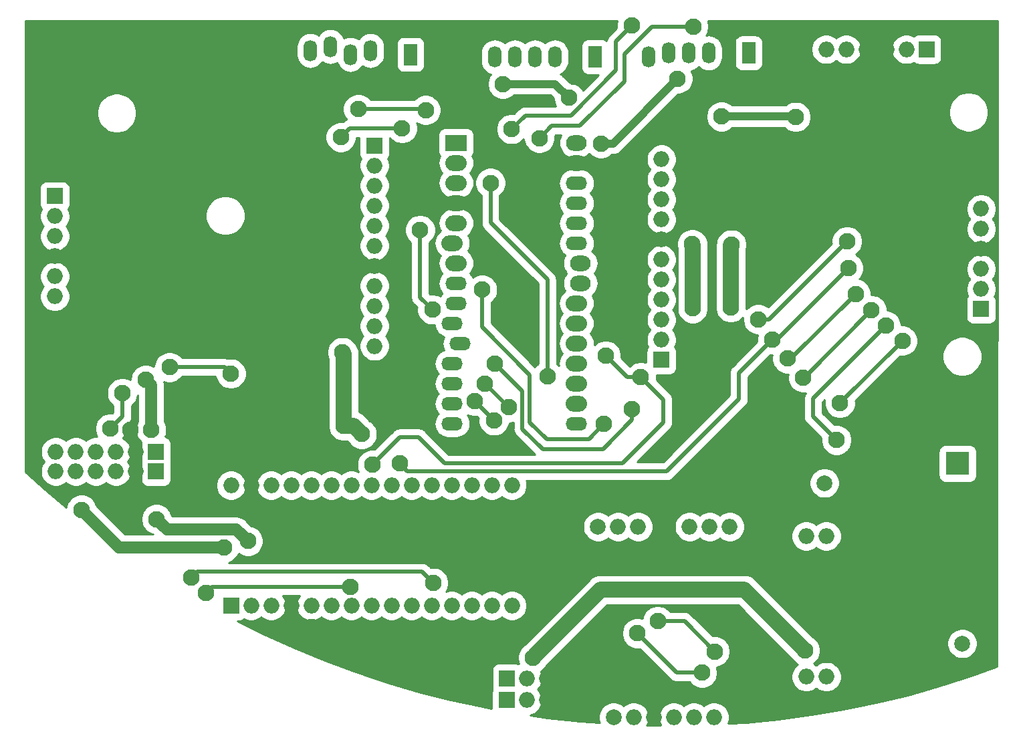
<source format=gbr>
%TF.GenerationSoftware,KiCad,Pcbnew,(5.1.10)-1*%
%TF.CreationDate,2022-01-06T12:38:47+00:00*%
%TF.ProjectId,mike_pcb_motors,6d696b65-5f70-4636-925f-6d6f746f7273,rev?*%
%TF.SameCoordinates,Original*%
%TF.FileFunction,Copper,L1,Top*%
%TF.FilePolarity,Positive*%
%FSLAX46Y46*%
G04 Gerber Fmt 4.6, Leading zero omitted, Abs format (unit mm)*
G04 Created by KiCad (PCBNEW (5.1.10)-1) date 2022-01-06 12:38:47*
%MOMM*%
%LPD*%
G01*
G04 APERTURE LIST*
%TA.AperFunction,ComponentPad*%
%ADD10O,2.000000X2.000000*%
%TD*%
%TA.AperFunction,ComponentPad*%
%ADD11R,2.000000X2.000000*%
%TD*%
%TA.AperFunction,ComponentPad*%
%ADD12C,2.000000*%
%TD*%
%TA.AperFunction,ComponentPad*%
%ADD13C,3.000000*%
%TD*%
%TA.AperFunction,ComponentPad*%
%ADD14R,3.000000X3.000000*%
%TD*%
%TA.AperFunction,ComponentPad*%
%ADD15O,1.700000X2.700000*%
%TD*%
%TA.AperFunction,ComponentPad*%
%ADD16R,1.700000X2.700000*%
%TD*%
%TA.AperFunction,ComponentPad*%
%ADD17O,2.700000X1.700000*%
%TD*%
%TA.AperFunction,ComponentPad*%
%ADD18O,2.600000X2.000000*%
%TD*%
%TA.AperFunction,ComponentPad*%
%ADD19O,2.700000X2.000000*%
%TD*%
%TA.AperFunction,ComponentPad*%
%ADD20R,2.700000X2.000000*%
%TD*%
%TA.AperFunction,ViaPad*%
%ADD21C,2.100000*%
%TD*%
%TA.AperFunction,Conductor*%
%ADD22C,0.500000*%
%TD*%
%TA.AperFunction,Conductor*%
%ADD23C,1.000000*%
%TD*%
%TA.AperFunction,Conductor*%
%ADD24C,2.000000*%
%TD*%
%TA.AperFunction,Conductor*%
%ADD25C,1.500000*%
%TD*%
%TA.AperFunction,Conductor*%
%ADD26C,0.254000*%
%TD*%
%TA.AperFunction,Conductor*%
%ADD27C,0.100000*%
%TD*%
G04 APERTURE END LIST*
D10*
%TO.P,J9,3*%
%TO.N,GND*%
X133520000Y-215850000D03*
%TO.P,J9,2*%
%TO.N,+5V*%
X130980000Y-215850000D03*
D11*
%TO.P,J9,1*%
%TO.N,Servo_PWM2*%
X128440000Y-215850000D03*
%TD*%
D10*
%TO.P,J8,3*%
%TO.N,GND*%
X133500000Y-218630000D03*
%TO.P,J8,2*%
%TO.N,+5V*%
X130960000Y-218630000D03*
D11*
%TO.P,J8,1*%
%TO.N,Servo_PWM1*%
X128420000Y-218630000D03*
%TD*%
D12*
%TO.P,C2,2*%
%TO.N,+5V*%
X186080000Y-211460000D03*
%TO.P,C2,1*%
%TO.N,GND*%
X189580000Y-211460000D03*
%TD*%
%TO.P,C1,2*%
%TO.N,VCC*%
X168630000Y-191130000D03*
%TO.P,C1,1*%
%TO.N,GND*%
X165130000Y-191130000D03*
%TD*%
D10*
%TO.P,U5,4*%
%TO.N,GND*%
X179040000Y-215710000D03*
%TO.P,U5,8*%
%TO.N,VCC*%
X166320000Y-197840000D03*
%TO.P,U5,6*%
%TO.N,GND*%
X176480000Y-197840000D03*
%TO.P,U5,7*%
%TO.N,VCC*%
X168860000Y-197840000D03*
%TO.P,U5,2*%
%TO.N,+5V*%
X168870000Y-215660000D03*
%TO.P,U5,1*%
X166330000Y-215660000D03*
%TO.P,U5,3*%
%TO.N,GND*%
X176490000Y-215660000D03*
%TO.P,U5,5*%
X179030000Y-197880000D03*
%TD*%
%TO.P,U2,16*%
%TO.N,Motor1_PWM2*%
X188475000Y-166565000D03*
%TO.P,U2,15*%
%TO.N,Net-(U2-Pad15)*%
X188475000Y-164025000D03*
%TO.P,U2,14*%
%TO.N,GND*%
X188475000Y-161485000D03*
%TO.P,U2,13*%
%TO.N,Motor2_PWM1*%
X188475000Y-158945000D03*
%TO.P,U2,12*%
%TO.N,Motor2_PWM2*%
X188475000Y-156405000D03*
D11*
%TO.P,U2,17*%
%TO.N,Motor1_PWM1*%
X188475000Y-169105000D03*
D10*
%TO.P,U2,11*%
%TO.N,Motor2_M2*%
X147990000Y-150120000D03*
%TO.P,U2,10*%
%TO.N,Net-(U2-Pad10)*%
X147990000Y-152660000D03*
%TO.P,U2,9*%
%TO.N,Motor2_M1*%
X147990000Y-155200000D03*
%TO.P,U2,8*%
%TO.N,Net-(U2-Pad8)*%
X147990000Y-157740000D03*
%TO.P,U2,7*%
%TO.N,GND*%
X147990000Y-160280000D03*
%TO.P,U2,6*%
%TO.N,Net-(U2-Pad6)*%
X147990000Y-162820000D03*
%TO.P,U2,5*%
%TO.N,VCC*%
X147990000Y-165360000D03*
%TO.P,U2,4*%
%TO.N,Net-(U2-Pad4)*%
X147990000Y-167900000D03*
%TO.P,U2,3*%
%TO.N,Motor1_M2*%
X147990000Y-170440000D03*
%TO.P,U2,2*%
%TO.N,Net-(U2-Pad2)*%
X147990000Y-172980000D03*
D11*
%TO.P,U2,1*%
%TO.N,Motor1_M1*%
X147990000Y-175520000D03*
%TD*%
D10*
%TO.P,U1,16*%
%TO.N,Motor3_PWM2*%
X71165000Y-157335000D03*
%TO.P,U1,15*%
%TO.N,Net-(U1-Pad15)*%
X71165000Y-159875000D03*
%TO.P,U1,14*%
%TO.N,GND*%
X71165000Y-162415000D03*
%TO.P,U1,13*%
%TO.N,Net-(U1-Pad13)*%
X71165000Y-164955000D03*
%TO.P,U1,12*%
%TO.N,Net-(U1-Pad12)*%
X71165000Y-167495000D03*
D11*
%TO.P,U1,17*%
%TO.N,Motor3_PWM1*%
X71165000Y-154795000D03*
D10*
%TO.P,U1,11*%
%TO.N,Net-(U1-Pad11)*%
X111650000Y-173780000D03*
%TO.P,U1,10*%
%TO.N,Net-(U1-Pad10)*%
X111650000Y-171240000D03*
%TO.P,U1,9*%
%TO.N,Net-(U1-Pad9)*%
X111650000Y-168700000D03*
%TO.P,U1,8*%
%TO.N,Net-(U1-Pad8)*%
X111650000Y-166160000D03*
%TO.P,U1,7*%
%TO.N,GND*%
X111650000Y-163620000D03*
%TO.P,U1,6*%
%TO.N,Net-(U1-Pad6)*%
X111650000Y-161080000D03*
%TO.P,U1,5*%
%TO.N,VCC*%
X111650000Y-158540000D03*
%TO.P,U1,4*%
%TO.N,Net-(U1-Pad4)*%
X111650000Y-156000000D03*
%TO.P,U1,3*%
%TO.N,Motor3_M2*%
X111650000Y-153460000D03*
%TO.P,U1,2*%
%TO.N,Net-(U1-Pad2)*%
X111650000Y-150920000D03*
D11*
%TO.P,U1,1*%
%TO.N,Motor3_M1*%
X111650000Y-148380000D03*
%TD*%
D10*
%TO.P,U3,5*%
%TO.N,CraneMotor1_PWM2*%
X154640000Y-220795000D03*
%TO.P,U3,8*%
%TO.N,GND*%
X147020000Y-220795000D03*
%TO.P,U3,7*%
%TO.N,VCC*%
X149560000Y-220795000D03*
%TO.P,U3,6*%
%TO.N,CraneMotor1_PWM1*%
X152100000Y-220795000D03*
%TO.P,U3,*%
%TO.N,*%
X154085000Y-196660000D03*
D12*
%TO.P,U3,10*%
%TO.N,CraneMotor2_PWM1*%
X141940000Y-220795000D03*
D10*
%TO.P,U3,9*%
%TO.N,CraneMotor2_PWM2*%
X144480000Y-220795000D03*
%TO.P,U3,*%
%TO.N,*%
X142490000Y-196660000D03*
D12*
%TO.P,U3,1*%
%TO.N,CraneMotor2_M1*%
X139950000Y-196660000D03*
D10*
%TO.P,U3,4*%
%TO.N,CraneMotor1_M2*%
X156625000Y-196660000D03*
%TO.P,U3,3*%
%TO.N,CraneMotor1_M1*%
X151545000Y-196660000D03*
%TO.P,U3,2*%
%TO.N,CraneMotor2_M2*%
X145030000Y-196660000D03*
%TD*%
%TO.P,J7,6*%
%TO.N,+5V*%
X168850000Y-136190000D03*
%TO.P,J7,5*%
X171390000Y-136190000D03*
%TO.P,J7,4*%
%TO.N,GND*%
X173930000Y-136190000D03*
%TO.P,J7,3*%
X176470000Y-136190000D03*
%TO.P,J7,2*%
%TO.N,SDA_5V*%
X179010000Y-136190000D03*
D11*
%TO.P,J7,1*%
%TO.N,SCL_5V*%
X181550000Y-136190000D03*
%TD*%
D10*
%TO.P,J6,6*%
%TO.N,CraneMotor2_M2*%
X71290000Y-189660000D03*
%TO.P,J6,5*%
%TO.N,+5V*%
X73830000Y-189660000D03*
%TO.P,J6,4*%
%TO.N,CraneMotor2_A*%
X76370000Y-189660000D03*
%TO.P,J6,3*%
%TO.N,CraneMotor2_B*%
X78910000Y-189660000D03*
%TO.P,J6,2*%
%TO.N,GND*%
X81450000Y-189660000D03*
D11*
%TO.P,J6,1*%
%TO.N,CraneMotor2_M1*%
X83990000Y-189660000D03*
%TD*%
D10*
%TO.P,J4,6*%
%TO.N,CraneMotor1_M2*%
X71290000Y-187160000D03*
%TO.P,J4,5*%
%TO.N,+5V*%
X73830000Y-187160000D03*
%TO.P,J4,4*%
%TO.N,CraneMotor1_A*%
X76370000Y-187160000D03*
%TO.P,J4,3*%
%TO.N,CraneMotor1_B*%
X78910000Y-187160000D03*
%TO.P,J4,2*%
%TO.N,GND*%
X81450000Y-187160000D03*
D11*
%TO.P,J4,1*%
%TO.N,CraneMotor1_M1*%
X83990000Y-187160000D03*
%TD*%
D10*
%TO.P,A2,16*%
%TO.N,Net-(A2-Pad16)*%
X129050000Y-191420000D03*
%TO.P,A2,15*%
%TO.N,CraneMotor2_B*%
X129050000Y-206660000D03*
%TO.P,A2,30*%
%TO.N,+5V*%
X93490000Y-191420000D03*
%TO.P,A2,14*%
%TO.N,CraneMotor1_PWM2*%
X126510000Y-206660000D03*
%TO.P,A2,29*%
%TO.N,GND*%
X96030000Y-191420000D03*
%TO.P,A2,13*%
%TO.N,CraneMotor1_PWM1*%
X123970000Y-206660000D03*
%TO.P,A2,28*%
%TO.N,Net-(A2-Pad28)*%
X98570000Y-191420000D03*
%TO.P,A2,12*%
%TO.N,CraneMotor2_PWM2*%
X121430000Y-206660000D03*
%TO.P,A2,27*%
%TO.N,Net-(A2-Pad27)*%
X101110000Y-191420000D03*
%TO.P,A2,11*%
%TO.N,CraneMotor1_B*%
X118890000Y-206660000D03*
%TO.P,A2,26*%
%TO.N,Net-(A2-Pad26)*%
X103650000Y-191420000D03*
%TO.P,A2,10*%
%TO.N,Net-(A2-Pad10)*%
X116350000Y-206660000D03*
%TO.P,A2,25*%
%TO.N,Net-(A2-Pad25)*%
X106190000Y-191420000D03*
%TO.P,A2,9*%
%TO.N,CraneMotor2_PWM1*%
X113810000Y-206660000D03*
%TO.P,A2,24*%
%TO.N,SCL_5V*%
X108730000Y-191420000D03*
%TO.P,A2,8*%
%TO.N,Servo_PWM2*%
X111270000Y-206660000D03*
%TO.P,A2,23*%
%TO.N,SDA_5V*%
X111270000Y-191420000D03*
%TO.P,A2,7*%
%TO.N,CraneMotor2_A*%
X108730000Y-206660000D03*
%TO.P,A2,22*%
%TO.N,Net-(A2-Pad22)*%
X113810000Y-191420000D03*
%TO.P,A2,6*%
%TO.N,Servo_PWM1*%
X106190000Y-206660000D03*
%TO.P,A2,21*%
%TO.N,Net-(A2-Pad21)*%
X116350000Y-191420000D03*
%TO.P,A2,5*%
%TO.N,CraneMotor1_A*%
X103650000Y-206660000D03*
%TO.P,A2,20*%
%TO.N,Net-(A2-Pad20)*%
X118890000Y-191420000D03*
%TO.P,A2,4*%
%TO.N,GND*%
X101110000Y-206660000D03*
%TO.P,A2,19*%
%TO.N,Net-(A2-Pad19)*%
X121430000Y-191420000D03*
%TO.P,A2,3*%
%TO.N,Net-(A2-Pad3)*%
X98570000Y-206660000D03*
%TO.P,A2,18*%
%TO.N,Net-(A2-Pad18)*%
X123970000Y-191420000D03*
%TO.P,A2,2*%
%TO.N,Net-(A2-Pad2)*%
X96030000Y-206660000D03*
%TO.P,A2,17*%
%TO.N,Net-(A2-Pad17)*%
X126510000Y-191420000D03*
D11*
%TO.P,A2,1*%
%TO.N,Net-(A2-Pad1)*%
X93490000Y-206660000D03*
%TD*%
D13*
%TO.P,J5,2*%
%TO.N,GND*%
X185490000Y-193740000D03*
D14*
%TO.P,J5,1*%
%TO.N,VCC*%
X185490000Y-188660000D03*
%TD*%
D15*
%TO.P,J3,6*%
%TO.N,Motor3_M2*%
X103540000Y-136350000D03*
%TO.P,J3,5*%
%TO.N,+5V*%
X106080000Y-135850000D03*
%TO.P,J3,4*%
%TO.N,Motor3_A*%
X108620000Y-136850000D03*
%TO.P,J3,3*%
%TO.N,Motor3_B*%
X111160000Y-136350000D03*
%TO.P,J3,2*%
%TO.N,GND*%
X113700000Y-136850000D03*
D16*
%TO.P,J3,1*%
%TO.N,Motor3_M1*%
X116240000Y-136850000D03*
%TD*%
D15*
%TO.P,J2,6*%
%TO.N,Motor2_M2*%
X126870000Y-137160000D03*
%TO.P,J2,5*%
%TO.N,+5V*%
X129410000Y-137160000D03*
%TO.P,J2,4*%
%TO.N,Motor2_A*%
X131950000Y-137160000D03*
%TO.P,J2,3*%
%TO.N,Motor2_B*%
X134490000Y-137160000D03*
%TO.P,J2,2*%
%TO.N,GND*%
X137030000Y-136660000D03*
D16*
%TO.P,J2,1*%
%TO.N,Motor2_M1*%
X139570000Y-137160000D03*
%TD*%
D15*
%TO.P,J1,6*%
%TO.N,Motor1_M2*%
X146330000Y-137160000D03*
%TO.P,J1,5*%
%TO.N,+5V*%
X148870000Y-136660000D03*
%TO.P,J1,4*%
%TO.N,Motor1_A*%
X151410000Y-136660000D03*
%TO.P,J1,3*%
%TO.N,Motor1_B*%
X153950000Y-136660000D03*
%TO.P,J1,2*%
%TO.N,GND*%
X156490000Y-136660000D03*
D16*
%TO.P,J1,1*%
%TO.N,Motor1_M1*%
X159030000Y-136660000D03*
%TD*%
D17*
%TO.P,A1,16*%
%TO.N,Motor3_B*%
X137230000Y-183600000D03*
%TO.P,A1,15*%
%TO.N,Motor2_B*%
X121490000Y-183600000D03*
D18*
%TO.P,A1,30*%
%TO.N,+5V*%
X137230000Y-148040000D03*
D17*
%TO.P,A1,14*%
%TO.N,Motor1_PWM2*%
X121490000Y-181060000D03*
D18*
%TO.P,A1,29*%
%TO.N,GND*%
X137230000Y-150580000D03*
D17*
%TO.P,A1,13*%
%TO.N,Motor1_PWM1*%
X121490000Y-178520000D03*
%TO.P,A1,28*%
%TO.N,Net-(A1-Pad28)*%
X137230000Y-153120000D03*
%TO.P,A1,12*%
%TO.N,Motor2_PWM2*%
X121490000Y-175980000D03*
%TO.P,A1,27*%
%TO.N,Net-(A1-Pad27)*%
X137230000Y-155660000D03*
%TO.P,A1,11*%
%TO.N,Motor1_B*%
X122490000Y-173440000D03*
%TO.P,A1,26*%
%TO.N,Net-(A1-Pad26)*%
X137230000Y-158200000D03*
%TO.P,A1,10*%
%TO.N,Motor3_A*%
X121490000Y-170900000D03*
%TO.P,A1,25*%
%TO.N,Net-(A1-Pad25)*%
X137230000Y-160740000D03*
%TO.P,A1,9*%
%TO.N,Motor2_PWM1*%
X121990000Y-168360000D03*
D18*
%TO.P,A1,24*%
%TO.N,SCL_5V*%
X137730000Y-163280000D03*
D17*
%TO.P,A1,8*%
%TO.N,Motor3_PWM2*%
X121990000Y-165820000D03*
D18*
%TO.P,A1,23*%
%TO.N,SDA_5V*%
X137730000Y-165820000D03*
D19*
%TO.P,A1,7*%
%TO.N,Motor2_A*%
X121990000Y-163280000D03*
%TO.P,A1,22*%
%TO.N,Net-(A1-Pad22)*%
X137230000Y-168360000D03*
%TO.P,A1,6*%
%TO.N,Motor3_PWM1*%
X121490000Y-160740000D03*
%TO.P,A1,21*%
%TO.N,Net-(A1-Pad21)*%
X137230000Y-170900000D03*
%TO.P,A1,5*%
%TO.N,Motor1_A*%
X121990000Y-158200000D03*
%TO.P,A1,20*%
%TO.N,Net-(A1-Pad20)*%
X137230000Y-173440000D03*
%TO.P,A1,4*%
%TO.N,GND*%
X121990000Y-155660000D03*
%TO.P,A1,19*%
%TO.N,Net-(A1-Pad19)*%
X137230000Y-175980000D03*
%TO.P,A1,3*%
%TO.N,Net-(A1-Pad3)*%
X121990000Y-153120000D03*
%TO.P,A1,18*%
%TO.N,Net-(A1-Pad18)*%
X137230000Y-178520000D03*
%TO.P,A1,2*%
%TO.N,Net-(A1-Pad2)*%
X121990000Y-150580000D03*
%TO.P,A1,17*%
%TO.N,Net-(A1-Pad17)*%
X137230000Y-181060000D03*
D20*
%TO.P,A1,1*%
%TO.N,Net-(A1-Pad1)*%
X121990000Y-148040000D03*
%TD*%
D21*
%TO.N,Motor3_B*%
X109590000Y-143770000D03*
X118130000Y-143890000D03*
X126340000Y-153110000D03*
X133540000Y-177620000D03*
%TO.N,+5V*%
X150030000Y-139910000D03*
X140310000Y-148110000D03*
X85700000Y-176460000D03*
X93470000Y-177270000D03*
X155600000Y-144710000D03*
X164980000Y-144760000D03*
X136290000Y-142340000D03*
X127900000Y-140580000D03*
X166160000Y-212350000D03*
X131730000Y-213230000D03*
%TO.N,Motor1_PWM2*%
X176390000Y-171210000D03*
X170150000Y-185680000D03*
X124310000Y-180750000D03*
X126770000Y-183210000D03*
%TO.N,GND*%
X155330000Y-140360000D03*
X146430000Y-216470000D03*
X81420000Y-193000000D03*
X80780000Y-184370000D03*
X97320000Y-188540000D03*
X173930000Y-138850000D03*
X140200000Y-151730000D03*
X136960000Y-139670000D03*
X112640000Y-141320000D03*
X178370000Y-194070000D03*
X179840000Y-191860000D03*
X188620000Y-204100000D03*
X162520000Y-195270000D03*
X184910000Y-162860000D03*
X114660000Y-161870000D03*
X74900000Y-161700000D03*
X145030000Y-161230000D03*
X145050000Y-163930000D03*
X114630000Y-159070000D03*
X103650000Y-209400000D03*
X119150000Y-154510000D03*
X136750000Y-215740000D03*
X180910000Y-213700000D03*
X180910000Y-210880000D03*
%TO.N,Motor1_PWM1*%
X178490000Y-173110000D03*
X125610000Y-178530000D03*
X170590000Y-181000000D03*
X128620000Y-181540000D03*
%TO.N,Motor2_PWM2*%
X172580000Y-167180000D03*
X163940000Y-175370000D03*
X144280000Y-181760000D03*
X126920000Y-175980000D03*
%TO.N,Motor1_B*%
X152020000Y-133299998D03*
X132530000Y-147440000D03*
%TO.N,Motor3_A*%
X118980000Y-169160000D03*
X117430000Y-159080000D03*
X115150000Y-146190000D03*
X107380000Y-147330000D03*
%TO.N,Motor2_PWM1*%
X174590000Y-169230000D03*
X165950000Y-177760000D03*
X125280000Y-166650000D03*
X140720000Y-183660000D03*
%TO.N,Motor1_A*%
X144260000Y-133190000D03*
X129010000Y-146300000D03*
%TO.N,Motor1_M2*%
X151940000Y-169000000D03*
X151890000Y-160870000D03*
%TO.N,Motor1_M1*%
X156770000Y-168880000D03*
X156850000Y-160929998D03*
%TO.N,VCC*%
X107760000Y-177580000D03*
X107750000Y-183880000D03*
X107590000Y-174560000D03*
X110039999Y-184929999D03*
%TO.N,SCL_5V*%
X171640000Y-163890000D03*
X162040000Y-172950000D03*
X114830000Y-188660000D03*
%TO.N,SDA_5V*%
X171490000Y-160510000D03*
X160250000Y-170390000D03*
X145380000Y-177710000D03*
X140940000Y-174990000D03*
X111380000Y-188820000D03*
%TO.N,CraneMotor2_B*%
X88420000Y-203130000D03*
X119080000Y-203770000D03*
%TO.N,CraneMotor1_PWM2*%
X154740000Y-212460000D03*
X147510000Y-208610001D03*
%TO.N,CraneMotor1_PWM1*%
X153130000Y-215160000D03*
X144930000Y-210159998D03*
%TO.N,CraneMotor1_B*%
X79720000Y-179740000D03*
X78200000Y-184230000D03*
%TO.N,CraneMotor2_A*%
X108580000Y-204250000D03*
X90280000Y-205030000D03*
%TO.N,CraneMotor1_M1*%
X83370000Y-184430000D03*
X82700000Y-178080000D03*
%TO.N,CraneMotor2_M2*%
X74540000Y-194510000D03*
X92620000Y-199310000D03*
%TO.N,CraneMotor2_M1*%
X84040000Y-195700000D03*
X95620000Y-198480000D03*
%TD*%
D22*
%TO.N,Motor3_B*%
X118010000Y-143770000D02*
X118130000Y-143890000D01*
X109590000Y-143770000D02*
X118010000Y-143770000D01*
X126340000Y-153110000D02*
X126340000Y-158170000D01*
X133540000Y-165370000D02*
X133540000Y-177620000D01*
X126340000Y-158170000D02*
X133540000Y-165370000D01*
D23*
%TO.N,+5V*%
X141830000Y-148110000D02*
X140310000Y-148110000D01*
X150030000Y-139910000D02*
X141830000Y-148110000D01*
D22*
X92660000Y-176460000D02*
X93470000Y-177270000D01*
X85700000Y-176460000D02*
X92660000Y-176460000D01*
D23*
X164930000Y-144710000D02*
X164980000Y-144760000D01*
X155600000Y-144710000D02*
X164930000Y-144710000D01*
X134530000Y-140580000D02*
X127900000Y-140580000D01*
X136290000Y-142340000D02*
X134530000Y-140580000D01*
D24*
X158470000Y-204660000D02*
X166160000Y-212350000D01*
X140300000Y-204660000D02*
X158470000Y-204660000D01*
X131730000Y-213230000D02*
X140300000Y-204660000D01*
D22*
%TO.N,Motor1_PWM2*%
X176390000Y-171210000D02*
X167200000Y-180400000D01*
X167200000Y-182730000D02*
X170150000Y-185680000D01*
X167200000Y-180400000D02*
X167200000Y-182730000D01*
X124310000Y-180750000D02*
X126770000Y-183210000D01*
%TO.N,Motor1_PWM1*%
X170600000Y-181000000D02*
X170590000Y-181000000D01*
X178490000Y-173110000D02*
X170600000Y-181000000D01*
X125610000Y-178530000D02*
X128620000Y-181540000D01*
%TO.N,Motor2_PWM2*%
X164390000Y-175370000D02*
X163940000Y-175370000D01*
X172580000Y-167180000D02*
X164390000Y-175370000D01*
X130390000Y-179450000D02*
X126920000Y-175980000D01*
X130390000Y-184280000D02*
X130390000Y-179450000D01*
X132960000Y-186850000D02*
X130390000Y-184280000D01*
X140580000Y-186850000D02*
X132960000Y-186850000D01*
X144280000Y-183150000D02*
X140580000Y-186850000D01*
X144280000Y-181760000D02*
X144280000Y-183150000D01*
%TO.N,Motor1_B*%
X134100000Y-145870000D02*
X132530000Y-147440000D01*
X137640000Y-145870000D02*
X134100000Y-145870000D01*
X143270010Y-136819990D02*
X143270010Y-140239990D01*
X146790002Y-133299998D02*
X143270010Y-136819990D01*
X143270010Y-140239990D02*
X137640000Y-145870000D01*
X152020000Y-133299998D02*
X146790002Y-133299998D01*
%TO.N,Motor3_A*%
X117430000Y-167610000D02*
X117430000Y-159080000D01*
X118980000Y-169160000D02*
X117430000Y-167610000D01*
X108520000Y-146190000D02*
X107380000Y-147330000D01*
X115150000Y-146190000D02*
X108520000Y-146190000D01*
%TO.N,Motor2_PWM1*%
X166060000Y-177760000D02*
X165950000Y-177760000D01*
X174590000Y-169230000D02*
X166060000Y-177760000D01*
X138810000Y-185570000D02*
X140720000Y-183660000D01*
X133460000Y-185570000D02*
X138810000Y-185570000D01*
X131320000Y-183430000D02*
X133460000Y-185570000D01*
X131320000Y-177410000D02*
X131320000Y-183430000D01*
X125280000Y-171370000D02*
X131320000Y-177410000D01*
X125280000Y-166650000D02*
X125280000Y-171370000D01*
%TO.N,Motor1_A*%
X136530000Y-144570000D02*
X130740000Y-144570000D01*
X142220000Y-138880000D02*
X136530000Y-144570000D01*
X142220000Y-135230000D02*
X142220000Y-138880000D01*
X130740000Y-144570000D02*
X129010000Y-146300000D01*
X144260000Y-133190000D02*
X142220000Y-135230000D01*
D24*
%TO.N,Motor1_M2*%
X151940000Y-169000000D02*
X151940000Y-160920000D01*
X151940000Y-160920000D02*
X151890000Y-160870000D01*
%TO.N,Motor1_M1*%
X156770000Y-168880000D02*
X156770000Y-161009998D01*
X156770000Y-161009998D02*
X156850000Y-160929998D01*
%TO.N,VCC*%
X107760000Y-183870000D02*
X107750000Y-183880000D01*
X107760000Y-177580000D02*
X107760000Y-183870000D01*
X107760000Y-174730000D02*
X107590000Y-174560000D01*
X107760000Y-177580000D02*
X107760000Y-174730000D01*
X108990000Y-183880000D02*
X110039999Y-184929999D01*
X107750000Y-183880000D02*
X108990000Y-183880000D01*
D22*
%TO.N,SCL_5V*%
X162580000Y-172950000D02*
X162040000Y-172950000D01*
X171640000Y-163890000D02*
X162580000Y-172950000D01*
X157790000Y-177200000D02*
X162040000Y-172950000D01*
X157790000Y-180510000D02*
X157790000Y-177200000D01*
X148670000Y-189630000D02*
X157790000Y-180510000D01*
X115800000Y-189630000D02*
X148670000Y-189630000D01*
X114830000Y-188660000D02*
X115800000Y-189630000D01*
%TO.N,SDA_5V*%
X161610000Y-170390000D02*
X160250000Y-170390000D01*
X171490000Y-160510000D02*
X161610000Y-170390000D01*
X143660000Y-177710000D02*
X140940000Y-174990000D01*
X145380000Y-177710000D02*
X143660000Y-177710000D01*
X111380000Y-188820000D02*
X114860000Y-185340000D01*
X114860000Y-185340000D02*
X117220000Y-185340000D01*
X117220000Y-185340000D02*
X120540000Y-188660000D01*
X120540000Y-188660000D02*
X143050000Y-188660000D01*
X143050000Y-188660000D02*
X148260000Y-183450000D01*
X148260000Y-180590000D02*
X145380000Y-177710000D01*
X148260000Y-183450000D02*
X148260000Y-180590000D01*
%TO.N,CraneMotor2_B*%
X117690000Y-202380000D02*
X119080000Y-203770000D01*
X89170000Y-202380000D02*
X117690000Y-202380000D01*
X88420000Y-203130000D02*
X89170000Y-202380000D01*
%TO.N,CraneMotor1_PWM2*%
X150890001Y-208610001D02*
X147510000Y-208610001D01*
X154740000Y-212460000D02*
X150890001Y-208610001D01*
%TO.N,CraneMotor1_PWM1*%
X153130000Y-215160000D02*
X149930002Y-215160000D01*
X149930002Y-215160000D02*
X144930000Y-210159998D01*
%TO.N,CraneMotor1_B*%
X79720000Y-179740000D02*
X79720000Y-182710000D01*
X79720000Y-182710000D02*
X78200000Y-184230000D01*
%TO.N,CraneMotor2_A*%
X108580000Y-204250000D02*
X91060000Y-204250000D01*
X91060000Y-204250000D02*
X90280000Y-205030000D01*
D25*
%TO.N,CraneMotor1_M1*%
X83370000Y-184430000D02*
X83370000Y-178750000D01*
X83370000Y-178750000D02*
X82700000Y-178080000D01*
%TO.N,CraneMotor2_M2*%
X79340000Y-199310000D02*
X92620000Y-199310000D01*
X74540000Y-194510000D02*
X79340000Y-199310000D01*
%TO.N,CraneMotor2_M1*%
X84040000Y-195700000D02*
X85360000Y-197020000D01*
X94160000Y-197020000D02*
X95620000Y-198480000D01*
X85360000Y-197020000D02*
X94160000Y-197020000D01*
%TD*%
D26*
%TO.N,GND*%
X142358975Y-132613330D02*
X142283000Y-132995282D01*
X142283000Y-133384718D01*
X142302537Y-133482935D01*
X141428623Y-134356849D01*
X141383709Y-134393709D01*
X141236626Y-134572931D01*
X141127333Y-134777404D01*
X141091232Y-134896413D01*
X141060031Y-134999269D01*
X141047566Y-135125824D01*
X140937505Y-135035499D01*
X140776464Y-134949420D01*
X140601724Y-134896413D01*
X140420000Y-134878515D01*
X138720000Y-134878515D01*
X138538276Y-134896413D01*
X138363536Y-134949420D01*
X138202495Y-135035499D01*
X138061341Y-135151341D01*
X137945499Y-135292495D01*
X137859420Y-135453536D01*
X137806413Y-135628276D01*
X137788515Y-135810000D01*
X137788515Y-138510000D01*
X137806413Y-138691724D01*
X137859420Y-138866464D01*
X137945499Y-139027505D01*
X138061341Y-139168659D01*
X138202495Y-139284501D01*
X138363536Y-139370580D01*
X138538276Y-139423587D01*
X138720000Y-139441485D01*
X139993986Y-139441485D01*
X138037965Y-141397507D01*
X137825636Y-141079736D01*
X137550264Y-140804364D01*
X137226461Y-140588005D01*
X136866670Y-140438975D01*
X136484718Y-140363000D01*
X136331082Y-140363000D01*
X135588609Y-139620527D01*
X135543923Y-139566077D01*
X135326634Y-139387752D01*
X135176942Y-139307740D01*
X135482024Y-139144670D01*
X135752608Y-138922608D01*
X135974670Y-138652025D01*
X136139677Y-138343319D01*
X136241288Y-138008353D01*
X136267000Y-137747296D01*
X136267000Y-136572704D01*
X136241288Y-136311647D01*
X136139677Y-135976681D01*
X135974670Y-135667975D01*
X135752608Y-135397392D01*
X135482025Y-135175330D01*
X135173319Y-135010323D01*
X134838353Y-134908712D01*
X134490000Y-134874402D01*
X134141648Y-134908712D01*
X133806682Y-135010323D01*
X133497976Y-135175330D01*
X133227393Y-135397392D01*
X133220001Y-135406400D01*
X133212608Y-135397392D01*
X132942025Y-135175330D01*
X132633319Y-135010323D01*
X132298353Y-134908712D01*
X131950000Y-134874402D01*
X131601648Y-134908712D01*
X131266682Y-135010323D01*
X130957976Y-135175330D01*
X130687393Y-135397392D01*
X130680001Y-135406400D01*
X130672608Y-135397392D01*
X130402025Y-135175330D01*
X130093319Y-135010323D01*
X129758353Y-134908712D01*
X129410000Y-134874402D01*
X129061648Y-134908712D01*
X128726682Y-135010323D01*
X128417976Y-135175330D01*
X128147393Y-135397392D01*
X128140001Y-135406400D01*
X128132608Y-135397392D01*
X127862025Y-135175330D01*
X127553319Y-135010323D01*
X127218353Y-134908712D01*
X126870000Y-134874402D01*
X126521648Y-134908712D01*
X126186682Y-135010323D01*
X125877976Y-135175330D01*
X125607393Y-135397392D01*
X125385331Y-135667975D01*
X125220323Y-135976681D01*
X125118712Y-136311647D01*
X125093000Y-136572704D01*
X125093000Y-137747295D01*
X125118712Y-138008352D01*
X125220323Y-138343318D01*
X125385330Y-138652024D01*
X125607392Y-138922608D01*
X125877975Y-139144670D01*
X126186681Y-139309677D01*
X126340007Y-139356188D01*
X126148005Y-139643539D01*
X125998975Y-140003330D01*
X125923000Y-140385282D01*
X125923000Y-140774718D01*
X125998975Y-141156670D01*
X126148005Y-141516461D01*
X126364364Y-141840264D01*
X126639736Y-142115636D01*
X126963539Y-142331995D01*
X127323330Y-142481025D01*
X127705282Y-142557000D01*
X128094718Y-142557000D01*
X128476670Y-142481025D01*
X128836461Y-142331995D01*
X129160264Y-142115636D01*
X129268900Y-142007000D01*
X133938918Y-142007000D01*
X134313000Y-142381082D01*
X134313000Y-142534718D01*
X134388975Y-142916670D01*
X134538005Y-143276461D01*
X134615874Y-143393000D01*
X130797801Y-143393000D01*
X130739999Y-143387307D01*
X130682197Y-143393000D01*
X130682188Y-143393000D01*
X130509268Y-143410031D01*
X130287403Y-143477333D01*
X130082930Y-143586626D01*
X129903709Y-143733709D01*
X129866856Y-143778615D01*
X129302935Y-144342537D01*
X129204718Y-144323000D01*
X128815282Y-144323000D01*
X128433330Y-144398975D01*
X128073539Y-144548005D01*
X127749736Y-144764364D01*
X127474364Y-145039736D01*
X127258005Y-145363539D01*
X127108975Y-145723330D01*
X127033000Y-146105282D01*
X127033000Y-146494718D01*
X127108975Y-146876670D01*
X127258005Y-147236461D01*
X127474364Y-147560264D01*
X127749736Y-147835636D01*
X128073539Y-148051995D01*
X128433330Y-148201025D01*
X128815282Y-148277000D01*
X129204718Y-148277000D01*
X129586670Y-148201025D01*
X129946461Y-148051995D01*
X130270264Y-147835636D01*
X130545636Y-147560264D01*
X130553000Y-147549243D01*
X130553000Y-147634718D01*
X130628975Y-148016670D01*
X130778005Y-148376461D01*
X130994364Y-148700264D01*
X131269736Y-148975636D01*
X131593539Y-149191995D01*
X131953330Y-149341025D01*
X132335282Y-149417000D01*
X132724718Y-149417000D01*
X133106670Y-149341025D01*
X133466461Y-149191995D01*
X133790264Y-148975636D01*
X134065636Y-148700264D01*
X134281995Y-148376461D01*
X134431025Y-148016670D01*
X134507000Y-147634718D01*
X134507000Y-147245282D01*
X134487463Y-147147065D01*
X134587529Y-147047000D01*
X135275768Y-147047000D01*
X135141071Y-147299001D01*
X135030883Y-147662242D01*
X134993677Y-148040000D01*
X135030883Y-148417758D01*
X135141071Y-148780999D01*
X135320006Y-149115763D01*
X135560813Y-149409187D01*
X135854237Y-149649994D01*
X136189001Y-149828929D01*
X136552242Y-149939117D01*
X136835342Y-149967000D01*
X137624658Y-149967000D01*
X137907758Y-149939117D01*
X138270999Y-149828929D01*
X138605763Y-149649994D01*
X138852007Y-149447907D01*
X139049736Y-149645636D01*
X139373539Y-149861995D01*
X139733330Y-150011025D01*
X140115282Y-150087000D01*
X140504718Y-150087000D01*
X140886670Y-150011025D01*
X141081782Y-149930207D01*
X146063000Y-149930207D01*
X146063000Y-150309793D01*
X146137053Y-150682085D01*
X146282315Y-151032777D01*
X146493201Y-151348391D01*
X146534810Y-151390000D01*
X146493201Y-151431609D01*
X146282315Y-151747223D01*
X146137053Y-152097915D01*
X146063000Y-152470207D01*
X146063000Y-152849793D01*
X146137053Y-153222085D01*
X146282315Y-153572777D01*
X146493201Y-153888391D01*
X146534810Y-153930000D01*
X146493201Y-153971609D01*
X146282315Y-154287223D01*
X146137053Y-154637915D01*
X146063000Y-155010207D01*
X146063000Y-155389793D01*
X146137053Y-155762085D01*
X146282315Y-156112777D01*
X146493201Y-156428391D01*
X146534810Y-156470000D01*
X146493201Y-156511609D01*
X146282315Y-156827223D01*
X146137053Y-157177915D01*
X146063000Y-157550207D01*
X146063000Y-157929793D01*
X146137053Y-158302085D01*
X146282315Y-158652777D01*
X146493201Y-158968391D01*
X146761609Y-159236799D01*
X147077223Y-159447685D01*
X147427915Y-159592947D01*
X147800207Y-159667000D01*
X148179793Y-159667000D01*
X148552085Y-159592947D01*
X148902777Y-159447685D01*
X149218391Y-159236799D01*
X149486799Y-158968391D01*
X149697685Y-158652777D01*
X149842947Y-158302085D01*
X149917000Y-157929793D01*
X149917000Y-157550207D01*
X149842947Y-157177915D01*
X149697685Y-156827223D01*
X149486799Y-156511609D01*
X149445190Y-156470000D01*
X149486799Y-156428391D01*
X149629243Y-156215207D01*
X186548000Y-156215207D01*
X186548000Y-156594793D01*
X186622053Y-156967085D01*
X186767315Y-157317777D01*
X186978201Y-157633391D01*
X187019810Y-157675000D01*
X186978201Y-157716609D01*
X186767315Y-158032223D01*
X186622053Y-158382915D01*
X186548000Y-158755207D01*
X186548000Y-159134793D01*
X186622053Y-159507085D01*
X186767315Y-159857777D01*
X186978201Y-160173391D01*
X187246609Y-160441799D01*
X187562223Y-160652685D01*
X187912915Y-160797947D01*
X188285207Y-160872000D01*
X188664793Y-160872000D01*
X189037085Y-160797947D01*
X189387777Y-160652685D01*
X189703391Y-160441799D01*
X189971799Y-160173391D01*
X190182685Y-159857777D01*
X190327947Y-159507085D01*
X190402000Y-159134793D01*
X190402000Y-158755207D01*
X190327947Y-158382915D01*
X190182685Y-158032223D01*
X189971799Y-157716609D01*
X189930190Y-157675000D01*
X189971799Y-157633391D01*
X190182685Y-157317777D01*
X190327947Y-156967085D01*
X190402000Y-156594793D01*
X190402000Y-156215207D01*
X190327947Y-155842915D01*
X190182685Y-155492223D01*
X189971799Y-155176609D01*
X189703391Y-154908201D01*
X189387777Y-154697315D01*
X189037085Y-154552053D01*
X188664793Y-154478000D01*
X188285207Y-154478000D01*
X187912915Y-154552053D01*
X187562223Y-154697315D01*
X187246609Y-154908201D01*
X186978201Y-155176609D01*
X186767315Y-155492223D01*
X186622053Y-155842915D01*
X186548000Y-156215207D01*
X149629243Y-156215207D01*
X149697685Y-156112777D01*
X149842947Y-155762085D01*
X149917000Y-155389793D01*
X149917000Y-155010207D01*
X149842947Y-154637915D01*
X149697685Y-154287223D01*
X149486799Y-153971609D01*
X149445190Y-153930000D01*
X149486799Y-153888391D01*
X149697685Y-153572777D01*
X149842947Y-153222085D01*
X149917000Y-152849793D01*
X149917000Y-152470207D01*
X149842947Y-152097915D01*
X149697685Y-151747223D01*
X149486799Y-151431609D01*
X149445190Y-151390000D01*
X149486799Y-151348391D01*
X149697685Y-151032777D01*
X149842947Y-150682085D01*
X149917000Y-150309793D01*
X149917000Y-149930207D01*
X149842947Y-149557915D01*
X149697685Y-149207223D01*
X149486799Y-148891609D01*
X149218391Y-148623201D01*
X148902777Y-148412315D01*
X148552085Y-148267053D01*
X148179793Y-148193000D01*
X147800207Y-148193000D01*
X147427915Y-148267053D01*
X147077223Y-148412315D01*
X146761609Y-148623201D01*
X146493201Y-148891609D01*
X146282315Y-149207223D01*
X146137053Y-149557915D01*
X146063000Y-149930207D01*
X141081782Y-149930207D01*
X141246461Y-149861995D01*
X141570264Y-149645636D01*
X141678900Y-149537000D01*
X141759912Y-149537000D01*
X141830000Y-149543903D01*
X141900088Y-149537000D01*
X141900098Y-149537000D01*
X142109741Y-149516352D01*
X142378731Y-149434755D01*
X142626634Y-149302248D01*
X142843923Y-149123923D01*
X142888610Y-149069472D01*
X147442800Y-144515282D01*
X153623000Y-144515282D01*
X153623000Y-144904718D01*
X153698975Y-145286670D01*
X153848005Y-145646461D01*
X154064364Y-145970264D01*
X154339736Y-146245636D01*
X154663539Y-146461995D01*
X155023330Y-146611025D01*
X155405282Y-146687000D01*
X155794718Y-146687000D01*
X156176670Y-146611025D01*
X156536461Y-146461995D01*
X156860264Y-146245636D01*
X156968900Y-146137000D01*
X163561100Y-146137000D01*
X163719736Y-146295636D01*
X164043539Y-146511995D01*
X164403330Y-146661025D01*
X164785282Y-146737000D01*
X165174718Y-146737000D01*
X165556670Y-146661025D01*
X165916461Y-146511995D01*
X166240264Y-146295636D01*
X166515636Y-146020264D01*
X166731995Y-145696461D01*
X166881025Y-145336670D01*
X166957000Y-144954718D01*
X166957000Y-144565282D01*
X166881025Y-144183330D01*
X166764127Y-143901112D01*
X184343000Y-143901112D01*
X184343000Y-144398888D01*
X184440111Y-144887099D01*
X184630602Y-145346983D01*
X184907151Y-145760869D01*
X185259131Y-146112849D01*
X185673017Y-146389398D01*
X186132901Y-146579889D01*
X186621112Y-146677000D01*
X187118888Y-146677000D01*
X187607099Y-146579889D01*
X188066983Y-146389398D01*
X188480869Y-146112849D01*
X188832849Y-145760869D01*
X189109398Y-145346983D01*
X189299889Y-144887099D01*
X189397000Y-144398888D01*
X189397000Y-143901112D01*
X189299889Y-143412901D01*
X189109398Y-142953017D01*
X188832849Y-142539131D01*
X188480869Y-142187151D01*
X188066983Y-141910602D01*
X187607099Y-141720111D01*
X187118888Y-141623000D01*
X186621112Y-141623000D01*
X186132901Y-141720111D01*
X185673017Y-141910602D01*
X185259131Y-142187151D01*
X184907151Y-142539131D01*
X184630602Y-142953017D01*
X184440111Y-143412901D01*
X184343000Y-143901112D01*
X166764127Y-143901112D01*
X166731995Y-143823539D01*
X166515636Y-143499736D01*
X166240264Y-143224364D01*
X165916461Y-143008005D01*
X165556670Y-142858975D01*
X165174718Y-142783000D01*
X164785282Y-142783000D01*
X164403330Y-142858975D01*
X164043539Y-143008005D01*
X163719736Y-143224364D01*
X163661100Y-143283000D01*
X156968900Y-143283000D01*
X156860264Y-143174364D01*
X156536461Y-142958005D01*
X156176670Y-142808975D01*
X155794718Y-142733000D01*
X155405282Y-142733000D01*
X155023330Y-142808975D01*
X154663539Y-142958005D01*
X154339736Y-143174364D01*
X154064364Y-143449736D01*
X153848005Y-143773539D01*
X153698975Y-144133330D01*
X153623000Y-144515282D01*
X147442800Y-144515282D01*
X150071082Y-141887000D01*
X150224718Y-141887000D01*
X150606670Y-141811025D01*
X150966461Y-141661995D01*
X151290264Y-141445636D01*
X151565636Y-141170264D01*
X151781995Y-140846461D01*
X151931025Y-140486670D01*
X152007000Y-140104718D01*
X152007000Y-139715282D01*
X151931025Y-139333330D01*
X151781995Y-138973539D01*
X151741509Y-138912947D01*
X151758352Y-138911288D01*
X152093318Y-138809677D01*
X152402024Y-138644670D01*
X152672608Y-138422608D01*
X152680000Y-138413601D01*
X152687392Y-138422608D01*
X152957975Y-138644670D01*
X153266681Y-138809677D01*
X153601647Y-138911288D01*
X153950000Y-138945598D01*
X154298352Y-138911288D01*
X154633318Y-138809677D01*
X154942024Y-138644670D01*
X155212608Y-138422608D01*
X155434670Y-138152025D01*
X155599677Y-137843319D01*
X155701288Y-137508353D01*
X155727000Y-137247296D01*
X155727000Y-136072704D01*
X155701288Y-135811647D01*
X155599677Y-135476681D01*
X155510585Y-135310000D01*
X157248515Y-135310000D01*
X157248515Y-138010000D01*
X157266413Y-138191724D01*
X157319420Y-138366464D01*
X157405499Y-138527505D01*
X157521341Y-138668659D01*
X157662495Y-138784501D01*
X157823536Y-138870580D01*
X157998276Y-138923587D01*
X158180000Y-138941485D01*
X159880000Y-138941485D01*
X160061724Y-138923587D01*
X160236464Y-138870580D01*
X160397505Y-138784501D01*
X160538659Y-138668659D01*
X160654501Y-138527505D01*
X160740580Y-138366464D01*
X160793587Y-138191724D01*
X160811485Y-138010000D01*
X160811485Y-136000207D01*
X166923000Y-136000207D01*
X166923000Y-136379793D01*
X166997053Y-136752085D01*
X167142315Y-137102777D01*
X167353201Y-137418391D01*
X167621609Y-137686799D01*
X167937223Y-137897685D01*
X168287915Y-138042947D01*
X168660207Y-138117000D01*
X169039793Y-138117000D01*
X169412085Y-138042947D01*
X169762777Y-137897685D01*
X170078391Y-137686799D01*
X170120000Y-137645190D01*
X170161609Y-137686799D01*
X170477223Y-137897685D01*
X170827915Y-138042947D01*
X171200207Y-138117000D01*
X171579793Y-138117000D01*
X171952085Y-138042947D01*
X172302777Y-137897685D01*
X172618391Y-137686799D01*
X172886799Y-137418391D01*
X173097685Y-137102777D01*
X173242947Y-136752085D01*
X173317000Y-136379793D01*
X173317000Y-136000207D01*
X177083000Y-136000207D01*
X177083000Y-136379793D01*
X177157053Y-136752085D01*
X177302315Y-137102777D01*
X177513201Y-137418391D01*
X177781609Y-137686799D01*
X178097223Y-137897685D01*
X178447915Y-138042947D01*
X178820207Y-138117000D01*
X179199793Y-138117000D01*
X179572085Y-138042947D01*
X179922777Y-137897685D01*
X179938378Y-137887261D01*
X180032495Y-137964501D01*
X180193536Y-138050580D01*
X180368276Y-138103587D01*
X180550000Y-138121485D01*
X182550000Y-138121485D01*
X182731724Y-138103587D01*
X182906464Y-138050580D01*
X183067505Y-137964501D01*
X183208659Y-137848659D01*
X183324501Y-137707505D01*
X183410580Y-137546464D01*
X183463587Y-137371724D01*
X183481485Y-137190000D01*
X183481485Y-135190000D01*
X183463587Y-135008276D01*
X183410580Y-134833536D01*
X183324501Y-134672495D01*
X183208659Y-134531341D01*
X183067505Y-134415499D01*
X182906464Y-134329420D01*
X182731724Y-134276413D01*
X182550000Y-134258515D01*
X180550000Y-134258515D01*
X180368276Y-134276413D01*
X180193536Y-134329420D01*
X180032495Y-134415499D01*
X179938378Y-134492739D01*
X179922777Y-134482315D01*
X179572085Y-134337053D01*
X179199793Y-134263000D01*
X178820207Y-134263000D01*
X178447915Y-134337053D01*
X178097223Y-134482315D01*
X177781609Y-134693201D01*
X177513201Y-134961609D01*
X177302315Y-135277223D01*
X177157053Y-135627915D01*
X177083000Y-136000207D01*
X173317000Y-136000207D01*
X173242947Y-135627915D01*
X173097685Y-135277223D01*
X172886799Y-134961609D01*
X172618391Y-134693201D01*
X172302777Y-134482315D01*
X171952085Y-134337053D01*
X171579793Y-134263000D01*
X171200207Y-134263000D01*
X170827915Y-134337053D01*
X170477223Y-134482315D01*
X170161609Y-134693201D01*
X170120000Y-134734810D01*
X170078391Y-134693201D01*
X169762777Y-134482315D01*
X169412085Y-134337053D01*
X169039793Y-134263000D01*
X168660207Y-134263000D01*
X168287915Y-134337053D01*
X167937223Y-134482315D01*
X167621609Y-134693201D01*
X167353201Y-134961609D01*
X167142315Y-135277223D01*
X166997053Y-135627915D01*
X166923000Y-136000207D01*
X160811485Y-136000207D01*
X160811485Y-135310000D01*
X160793587Y-135128276D01*
X160740580Y-134953536D01*
X160654501Y-134792495D01*
X160538659Y-134651341D01*
X160397505Y-134535499D01*
X160236464Y-134449420D01*
X160061724Y-134396413D01*
X159880000Y-134378515D01*
X158180000Y-134378515D01*
X157998276Y-134396413D01*
X157823536Y-134449420D01*
X157662495Y-134535499D01*
X157521341Y-134651341D01*
X157405499Y-134792495D01*
X157319420Y-134953536D01*
X157266413Y-135128276D01*
X157248515Y-135310000D01*
X155510585Y-135310000D01*
X155434670Y-135167975D01*
X155212608Y-134897392D01*
X154942025Y-134675330D01*
X154633319Y-134510323D01*
X154298353Y-134408712D01*
X153950000Y-134374402D01*
X153660791Y-134402887D01*
X153771995Y-134236459D01*
X153921025Y-133876668D01*
X153997000Y-133494716D01*
X153997000Y-133105280D01*
X153921025Y-132723328D01*
X153874912Y-132612000D01*
X190537584Y-132612000D01*
X190501829Y-214391524D01*
X187183530Y-215573874D01*
X183202189Y-216837715D01*
X179179155Y-217961844D01*
X175119313Y-218944893D01*
X171027667Y-219785650D01*
X166909182Y-220483097D01*
X162768839Y-221036389D01*
X158611700Y-221444849D01*
X156398737Y-221584527D01*
X156492947Y-221357085D01*
X156567000Y-220984793D01*
X156567000Y-220605207D01*
X156492947Y-220232915D01*
X156347685Y-219882223D01*
X156136799Y-219566609D01*
X155868391Y-219298201D01*
X155552777Y-219087315D01*
X155202085Y-218942053D01*
X154829793Y-218868000D01*
X154450207Y-218868000D01*
X154077915Y-218942053D01*
X153727223Y-219087315D01*
X153411609Y-219298201D01*
X153370000Y-219339810D01*
X153328391Y-219298201D01*
X153012777Y-219087315D01*
X152662085Y-218942053D01*
X152289793Y-218868000D01*
X151910207Y-218868000D01*
X151537915Y-218942053D01*
X151187223Y-219087315D01*
X150871609Y-219298201D01*
X150830000Y-219339810D01*
X150788391Y-219298201D01*
X150472777Y-219087315D01*
X150122085Y-218942053D01*
X149749793Y-218868000D01*
X149370207Y-218868000D01*
X148997915Y-218942053D01*
X148647223Y-219087315D01*
X148331609Y-219298201D01*
X148063201Y-219566609D01*
X147852315Y-219882223D01*
X147707053Y-220232915D01*
X147633000Y-220605207D01*
X147633000Y-220984793D01*
X147707053Y-221357085D01*
X147852315Y-221707777D01*
X147920312Y-221809542D01*
X146127807Y-221797391D01*
X146187685Y-221707777D01*
X146332947Y-221357085D01*
X146407000Y-220984793D01*
X146407000Y-220605207D01*
X146332947Y-220232915D01*
X146187685Y-219882223D01*
X145976799Y-219566609D01*
X145708391Y-219298201D01*
X145392777Y-219087315D01*
X145042085Y-218942053D01*
X144669793Y-218868000D01*
X144290207Y-218868000D01*
X143917915Y-218942053D01*
X143567223Y-219087315D01*
X143251609Y-219298201D01*
X143210000Y-219339810D01*
X143168391Y-219298201D01*
X142852777Y-219087315D01*
X142502085Y-218942053D01*
X142129793Y-218868000D01*
X141750207Y-218868000D01*
X141377915Y-218942053D01*
X141027223Y-219087315D01*
X140711609Y-219298201D01*
X140443201Y-219566609D01*
X140232315Y-219882223D01*
X140087053Y-220232915D01*
X140013000Y-220605207D01*
X140013000Y-220984793D01*
X140087053Y-221357085D01*
X140140766Y-221486760D01*
X137751957Y-221303437D01*
X133600721Y-220838652D01*
X131380074Y-220511195D01*
X131522085Y-220482947D01*
X131872777Y-220337685D01*
X132188391Y-220126799D01*
X132456799Y-219858391D01*
X132667685Y-219542777D01*
X132812947Y-219192085D01*
X132887000Y-218819793D01*
X132887000Y-218440207D01*
X132812947Y-218067915D01*
X132667685Y-217717223D01*
X132456799Y-217401609D01*
X132305190Y-217250000D01*
X132476799Y-217078391D01*
X132687685Y-216762777D01*
X132832947Y-216412085D01*
X132907000Y-216039793D01*
X132907000Y-215660207D01*
X132832947Y-215287915D01*
X132697609Y-214961182D01*
X132990264Y-214765636D01*
X133265636Y-214490264D01*
X133408026Y-214277163D01*
X137719909Y-209965280D01*
X142953000Y-209965280D01*
X142953000Y-210354716D01*
X143028975Y-210736668D01*
X143178005Y-211096459D01*
X143394364Y-211420262D01*
X143669736Y-211695634D01*
X143993539Y-211911993D01*
X144353330Y-212061023D01*
X144735282Y-212136998D01*
X145124718Y-212136998D01*
X145222935Y-212117461D01*
X149056860Y-215951388D01*
X149093711Y-215996291D01*
X149138614Y-216033142D01*
X149138616Y-216033144D01*
X149251265Y-216125592D01*
X149272932Y-216143374D01*
X149477405Y-216252667D01*
X149654493Y-216306386D01*
X149699270Y-216319969D01*
X149930002Y-216342694D01*
X149987814Y-216337000D01*
X151538729Y-216337000D01*
X151594364Y-216420264D01*
X151869736Y-216695636D01*
X152193539Y-216911995D01*
X152553330Y-217061025D01*
X152935282Y-217137000D01*
X153324718Y-217137000D01*
X153706670Y-217061025D01*
X154066461Y-216911995D01*
X154390264Y-216695636D01*
X154665636Y-216420264D01*
X154881995Y-216096461D01*
X155031025Y-215736670D01*
X155107000Y-215354718D01*
X155107000Y-214965282D01*
X155031025Y-214583330D01*
X154967696Y-214430440D01*
X155316670Y-214361025D01*
X155676461Y-214211995D01*
X156000264Y-213995636D01*
X156275636Y-213720264D01*
X156491995Y-213396461D01*
X156641025Y-213036670D01*
X156717000Y-212654718D01*
X156717000Y-212265282D01*
X156641025Y-211883330D01*
X156491995Y-211523539D01*
X156275636Y-211199736D01*
X156000264Y-210924364D01*
X155676461Y-210708005D01*
X155316670Y-210558975D01*
X154934718Y-210483000D01*
X154545282Y-210483000D01*
X154447066Y-210502536D01*
X151763152Y-207818624D01*
X151726292Y-207773710D01*
X151547071Y-207626627D01*
X151342598Y-207517334D01*
X151120733Y-207450032D01*
X150947813Y-207433001D01*
X150890001Y-207427307D01*
X150832189Y-207433001D01*
X149101271Y-207433001D01*
X149045636Y-207349737D01*
X148770264Y-207074365D01*
X148446461Y-206858006D01*
X148086670Y-206708976D01*
X147704718Y-206633001D01*
X147315282Y-206633001D01*
X146933330Y-206708976D01*
X146573539Y-206858006D01*
X146249736Y-207074365D01*
X145974364Y-207349737D01*
X145758005Y-207673540D01*
X145608975Y-208033331D01*
X145559721Y-208280947D01*
X145506670Y-208258973D01*
X145124718Y-208182998D01*
X144735282Y-208182998D01*
X144353330Y-208258973D01*
X143993539Y-208408003D01*
X143669736Y-208624362D01*
X143394364Y-208899734D01*
X143178005Y-209223537D01*
X143028975Y-209583328D01*
X142953000Y-209965280D01*
X137719909Y-209965280D01*
X141098189Y-206587000D01*
X157671811Y-206587000D01*
X164481974Y-213397163D01*
X164624364Y-213610264D01*
X164899736Y-213885636D01*
X165208375Y-214091863D01*
X165101609Y-214163201D01*
X164833201Y-214431609D01*
X164622315Y-214747223D01*
X164477053Y-215097915D01*
X164403000Y-215470207D01*
X164403000Y-215849793D01*
X164477053Y-216222085D01*
X164622315Y-216572777D01*
X164833201Y-216888391D01*
X165101609Y-217156799D01*
X165417223Y-217367685D01*
X165767915Y-217512947D01*
X166140207Y-217587000D01*
X166519793Y-217587000D01*
X166892085Y-217512947D01*
X167242777Y-217367685D01*
X167558391Y-217156799D01*
X167600000Y-217115190D01*
X167641609Y-217156799D01*
X167957223Y-217367685D01*
X168307915Y-217512947D01*
X168680207Y-217587000D01*
X169059793Y-217587000D01*
X169432085Y-217512947D01*
X169782777Y-217367685D01*
X170098391Y-217156799D01*
X170366799Y-216888391D01*
X170577685Y-216572777D01*
X170722947Y-216222085D01*
X170797000Y-215849793D01*
X170797000Y-215470207D01*
X170722947Y-215097915D01*
X170577685Y-214747223D01*
X170366799Y-214431609D01*
X170098391Y-214163201D01*
X169782777Y-213952315D01*
X169432085Y-213807053D01*
X169059793Y-213733000D01*
X168680207Y-213733000D01*
X168307915Y-213807053D01*
X167957223Y-213952315D01*
X167641609Y-214163201D01*
X167600000Y-214204810D01*
X167558391Y-214163201D01*
X167281625Y-213978272D01*
X167420264Y-213885636D01*
X167695636Y-213610264D01*
X167911995Y-213286461D01*
X168061025Y-212926670D01*
X168137000Y-212544718D01*
X168137000Y-212155282D01*
X168061025Y-211773330D01*
X167911995Y-211413539D01*
X167816224Y-211270207D01*
X184153000Y-211270207D01*
X184153000Y-211649793D01*
X184227053Y-212022085D01*
X184372315Y-212372777D01*
X184583201Y-212688391D01*
X184851609Y-212956799D01*
X185167223Y-213167685D01*
X185517915Y-213312947D01*
X185890207Y-213387000D01*
X186269793Y-213387000D01*
X186642085Y-213312947D01*
X186992777Y-213167685D01*
X187308391Y-212956799D01*
X187576799Y-212688391D01*
X187787685Y-212372777D01*
X187932947Y-212022085D01*
X188007000Y-211649793D01*
X188007000Y-211270207D01*
X187932947Y-210897915D01*
X187787685Y-210547223D01*
X187576799Y-210231609D01*
X187308391Y-209963201D01*
X186992777Y-209752315D01*
X186642085Y-209607053D01*
X186269793Y-209533000D01*
X185890207Y-209533000D01*
X185517915Y-209607053D01*
X185167223Y-209752315D01*
X184851609Y-209963201D01*
X184583201Y-210231609D01*
X184372315Y-210547223D01*
X184227053Y-210897915D01*
X184153000Y-211270207D01*
X167816224Y-211270207D01*
X167695636Y-211089736D01*
X167420264Y-210814364D01*
X167207163Y-210671974D01*
X159899529Y-203364340D01*
X159839187Y-203290813D01*
X159545763Y-203050006D01*
X159210999Y-202871071D01*
X158847758Y-202760883D01*
X158564658Y-202733000D01*
X158564648Y-202733000D01*
X158470000Y-202723678D01*
X158375352Y-202733000D01*
X140394647Y-202733000D01*
X140299999Y-202723678D01*
X140205351Y-202733000D01*
X140205342Y-202733000D01*
X139922242Y-202760883D01*
X139559001Y-202871071D01*
X139224237Y-203050006D01*
X138930813Y-203290813D01*
X138870471Y-203364340D01*
X130682837Y-211551974D01*
X130469736Y-211694364D01*
X130194364Y-211969736D01*
X129978005Y-212293539D01*
X129828975Y-212653330D01*
X129753000Y-213035282D01*
X129753000Y-213424718D01*
X129828975Y-213806670D01*
X129935443Y-214063706D01*
X129796464Y-213989420D01*
X129621724Y-213936413D01*
X129440000Y-213918515D01*
X127440000Y-213918515D01*
X127258276Y-213936413D01*
X127083536Y-213989420D01*
X126922495Y-214075499D01*
X126781341Y-214191341D01*
X126665499Y-214332495D01*
X126579420Y-214493536D01*
X126526413Y-214668276D01*
X126508515Y-214850000D01*
X126508515Y-216850000D01*
X126526413Y-217031724D01*
X126579420Y-217206464D01*
X126587346Y-217221291D01*
X126559420Y-217273536D01*
X126506413Y-217448276D01*
X126488515Y-217630000D01*
X126488515Y-219630000D01*
X126493832Y-219683987D01*
X125359609Y-219476055D01*
X121279760Y-218579908D01*
X117233632Y-217541912D01*
X113226227Y-216363349D01*
X109262365Y-215045638D01*
X105346895Y-213590389D01*
X101484649Y-211999401D01*
X97680232Y-210274570D01*
X94287958Y-208591485D01*
X94490000Y-208591485D01*
X94671724Y-208573587D01*
X94846464Y-208520580D01*
X95007505Y-208434501D01*
X95101622Y-208357261D01*
X95117223Y-208367685D01*
X95467915Y-208512947D01*
X95840207Y-208587000D01*
X96219793Y-208587000D01*
X96592085Y-208512947D01*
X96942777Y-208367685D01*
X97258391Y-208156799D01*
X97300000Y-208115190D01*
X97341609Y-208156799D01*
X97657223Y-208367685D01*
X98007915Y-208512947D01*
X98380207Y-208587000D01*
X98759793Y-208587000D01*
X99132085Y-208512947D01*
X99482777Y-208367685D01*
X99798391Y-208156799D01*
X100066799Y-207888391D01*
X100277685Y-207572777D01*
X100422947Y-207222085D01*
X100497000Y-206849793D01*
X100497000Y-206470207D01*
X100422947Y-206097915D01*
X100277685Y-205747223D01*
X100066799Y-205431609D01*
X100062190Y-205427000D01*
X102157810Y-205427000D01*
X102153201Y-205431609D01*
X101942315Y-205747223D01*
X101797053Y-206097915D01*
X101723000Y-206470207D01*
X101723000Y-206849793D01*
X101797053Y-207222085D01*
X101942315Y-207572777D01*
X102153201Y-207888391D01*
X102421609Y-208156799D01*
X102737223Y-208367685D01*
X103087915Y-208512947D01*
X103460207Y-208587000D01*
X103839793Y-208587000D01*
X104212085Y-208512947D01*
X104562777Y-208367685D01*
X104878391Y-208156799D01*
X104920000Y-208115190D01*
X104961609Y-208156799D01*
X105277223Y-208367685D01*
X105627915Y-208512947D01*
X106000207Y-208587000D01*
X106379793Y-208587000D01*
X106752085Y-208512947D01*
X107102777Y-208367685D01*
X107418391Y-208156799D01*
X107460000Y-208115190D01*
X107501609Y-208156799D01*
X107817223Y-208367685D01*
X108167915Y-208512947D01*
X108540207Y-208587000D01*
X108919793Y-208587000D01*
X109292085Y-208512947D01*
X109642777Y-208367685D01*
X109958391Y-208156799D01*
X110000000Y-208115190D01*
X110041609Y-208156799D01*
X110357223Y-208367685D01*
X110707915Y-208512947D01*
X111080207Y-208587000D01*
X111459793Y-208587000D01*
X111832085Y-208512947D01*
X112182777Y-208367685D01*
X112498391Y-208156799D01*
X112540000Y-208115190D01*
X112581609Y-208156799D01*
X112897223Y-208367685D01*
X113247915Y-208512947D01*
X113620207Y-208587000D01*
X113999793Y-208587000D01*
X114372085Y-208512947D01*
X114722777Y-208367685D01*
X115038391Y-208156799D01*
X115080000Y-208115190D01*
X115121609Y-208156799D01*
X115437223Y-208367685D01*
X115787915Y-208512947D01*
X116160207Y-208587000D01*
X116539793Y-208587000D01*
X116912085Y-208512947D01*
X117262777Y-208367685D01*
X117578391Y-208156799D01*
X117620000Y-208115190D01*
X117661609Y-208156799D01*
X117977223Y-208367685D01*
X118327915Y-208512947D01*
X118700207Y-208587000D01*
X119079793Y-208587000D01*
X119452085Y-208512947D01*
X119802777Y-208367685D01*
X120118391Y-208156799D01*
X120160000Y-208115190D01*
X120201609Y-208156799D01*
X120517223Y-208367685D01*
X120867915Y-208512947D01*
X121240207Y-208587000D01*
X121619793Y-208587000D01*
X121992085Y-208512947D01*
X122342777Y-208367685D01*
X122658391Y-208156799D01*
X122700000Y-208115190D01*
X122741609Y-208156799D01*
X123057223Y-208367685D01*
X123407915Y-208512947D01*
X123780207Y-208587000D01*
X124159793Y-208587000D01*
X124532085Y-208512947D01*
X124882777Y-208367685D01*
X125198391Y-208156799D01*
X125240000Y-208115190D01*
X125281609Y-208156799D01*
X125597223Y-208367685D01*
X125947915Y-208512947D01*
X126320207Y-208587000D01*
X126699793Y-208587000D01*
X127072085Y-208512947D01*
X127422777Y-208367685D01*
X127738391Y-208156799D01*
X127780000Y-208115190D01*
X127821609Y-208156799D01*
X128137223Y-208367685D01*
X128487915Y-208512947D01*
X128860207Y-208587000D01*
X129239793Y-208587000D01*
X129612085Y-208512947D01*
X129962777Y-208367685D01*
X130278391Y-208156799D01*
X130546799Y-207888391D01*
X130757685Y-207572777D01*
X130902947Y-207222085D01*
X130977000Y-206849793D01*
X130977000Y-206470207D01*
X130902947Y-206097915D01*
X130757685Y-205747223D01*
X130546799Y-205431609D01*
X130278391Y-205163201D01*
X129962777Y-204952315D01*
X129612085Y-204807053D01*
X129239793Y-204733000D01*
X128860207Y-204733000D01*
X128487915Y-204807053D01*
X128137223Y-204952315D01*
X127821609Y-205163201D01*
X127780000Y-205204810D01*
X127738391Y-205163201D01*
X127422777Y-204952315D01*
X127072085Y-204807053D01*
X126699793Y-204733000D01*
X126320207Y-204733000D01*
X125947915Y-204807053D01*
X125597223Y-204952315D01*
X125281609Y-205163201D01*
X125240000Y-205204810D01*
X125198391Y-205163201D01*
X124882777Y-204952315D01*
X124532085Y-204807053D01*
X124159793Y-204733000D01*
X123780207Y-204733000D01*
X123407915Y-204807053D01*
X123057223Y-204952315D01*
X122741609Y-205163201D01*
X122700000Y-205204810D01*
X122658391Y-205163201D01*
X122342777Y-204952315D01*
X121992085Y-204807053D01*
X121619793Y-204733000D01*
X121240207Y-204733000D01*
X120867915Y-204807053D01*
X120725313Y-204866121D01*
X120831995Y-204706461D01*
X120981025Y-204346670D01*
X121057000Y-203964718D01*
X121057000Y-203575282D01*
X120981025Y-203193330D01*
X120831995Y-202833539D01*
X120615636Y-202509736D01*
X120340264Y-202234364D01*
X120016461Y-202018005D01*
X119656670Y-201868975D01*
X119274718Y-201793000D01*
X118885282Y-201793000D01*
X118787065Y-201812537D01*
X118563150Y-201588622D01*
X118526291Y-201543709D01*
X118347070Y-201396626D01*
X118142597Y-201287333D01*
X117920732Y-201220031D01*
X117747812Y-201203000D01*
X117690000Y-201197306D01*
X117632188Y-201203000D01*
X93216044Y-201203000D01*
X93556461Y-201061995D01*
X93880264Y-200845636D01*
X94155636Y-200570264D01*
X94371995Y-200246461D01*
X94444222Y-200072088D01*
X94683539Y-200231995D01*
X95043330Y-200381025D01*
X95425282Y-200457000D01*
X95814718Y-200457000D01*
X96196670Y-200381025D01*
X96556461Y-200231995D01*
X96880264Y-200015636D01*
X97155636Y-199740264D01*
X97371995Y-199416461D01*
X97521025Y-199056670D01*
X97597000Y-198674718D01*
X97597000Y-198285282D01*
X97521025Y-197903330D01*
X97371995Y-197543539D01*
X97155636Y-197219736D01*
X96880264Y-196944364D01*
X96556461Y-196728005D01*
X96196670Y-196578975D01*
X96064276Y-196552640D01*
X95981843Y-196470207D01*
X138023000Y-196470207D01*
X138023000Y-196849793D01*
X138097053Y-197222085D01*
X138242315Y-197572777D01*
X138453201Y-197888391D01*
X138721609Y-198156799D01*
X139037223Y-198367685D01*
X139387915Y-198512947D01*
X139760207Y-198587000D01*
X140139793Y-198587000D01*
X140512085Y-198512947D01*
X140862777Y-198367685D01*
X141178391Y-198156799D01*
X141220000Y-198115190D01*
X141261609Y-198156799D01*
X141577223Y-198367685D01*
X141927915Y-198512947D01*
X142300207Y-198587000D01*
X142679793Y-198587000D01*
X143052085Y-198512947D01*
X143402777Y-198367685D01*
X143718391Y-198156799D01*
X143760000Y-198115190D01*
X143801609Y-198156799D01*
X144117223Y-198367685D01*
X144467915Y-198512947D01*
X144840207Y-198587000D01*
X145219793Y-198587000D01*
X145592085Y-198512947D01*
X145942777Y-198367685D01*
X146258391Y-198156799D01*
X146526799Y-197888391D01*
X146737685Y-197572777D01*
X146882947Y-197222085D01*
X146957000Y-196849793D01*
X146957000Y-196470207D01*
X149618000Y-196470207D01*
X149618000Y-196849793D01*
X149692053Y-197222085D01*
X149837315Y-197572777D01*
X150048201Y-197888391D01*
X150316609Y-198156799D01*
X150632223Y-198367685D01*
X150982915Y-198512947D01*
X151355207Y-198587000D01*
X151734793Y-198587000D01*
X152107085Y-198512947D01*
X152457777Y-198367685D01*
X152773391Y-198156799D01*
X152815000Y-198115190D01*
X152856609Y-198156799D01*
X153172223Y-198367685D01*
X153522915Y-198512947D01*
X153895207Y-198587000D01*
X154274793Y-198587000D01*
X154647085Y-198512947D01*
X154997777Y-198367685D01*
X155313391Y-198156799D01*
X155355000Y-198115190D01*
X155396609Y-198156799D01*
X155712223Y-198367685D01*
X156062915Y-198512947D01*
X156435207Y-198587000D01*
X156814793Y-198587000D01*
X157187085Y-198512947D01*
X157537777Y-198367685D01*
X157853391Y-198156799D01*
X158121799Y-197888391D01*
X158280948Y-197650207D01*
X164393000Y-197650207D01*
X164393000Y-198029793D01*
X164467053Y-198402085D01*
X164612315Y-198752777D01*
X164823201Y-199068391D01*
X165091609Y-199336799D01*
X165407223Y-199547685D01*
X165757915Y-199692947D01*
X166130207Y-199767000D01*
X166509793Y-199767000D01*
X166882085Y-199692947D01*
X167232777Y-199547685D01*
X167548391Y-199336799D01*
X167590000Y-199295190D01*
X167631609Y-199336799D01*
X167947223Y-199547685D01*
X168297915Y-199692947D01*
X168670207Y-199767000D01*
X169049793Y-199767000D01*
X169422085Y-199692947D01*
X169772777Y-199547685D01*
X170088391Y-199336799D01*
X170356799Y-199068391D01*
X170567685Y-198752777D01*
X170712947Y-198402085D01*
X170787000Y-198029793D01*
X170787000Y-197650207D01*
X170712947Y-197277915D01*
X170567685Y-196927223D01*
X170356799Y-196611609D01*
X170088391Y-196343201D01*
X169772777Y-196132315D01*
X169422085Y-195987053D01*
X169049793Y-195913000D01*
X168670207Y-195913000D01*
X168297915Y-195987053D01*
X167947223Y-196132315D01*
X167631609Y-196343201D01*
X167590000Y-196384810D01*
X167548391Y-196343201D01*
X167232777Y-196132315D01*
X166882085Y-195987053D01*
X166509793Y-195913000D01*
X166130207Y-195913000D01*
X165757915Y-195987053D01*
X165407223Y-196132315D01*
X165091609Y-196343201D01*
X164823201Y-196611609D01*
X164612315Y-196927223D01*
X164467053Y-197277915D01*
X164393000Y-197650207D01*
X158280948Y-197650207D01*
X158332685Y-197572777D01*
X158477947Y-197222085D01*
X158552000Y-196849793D01*
X158552000Y-196470207D01*
X158477947Y-196097915D01*
X158332685Y-195747223D01*
X158121799Y-195431609D01*
X157853391Y-195163201D01*
X157537777Y-194952315D01*
X157187085Y-194807053D01*
X156814793Y-194733000D01*
X156435207Y-194733000D01*
X156062915Y-194807053D01*
X155712223Y-194952315D01*
X155396609Y-195163201D01*
X155355000Y-195204810D01*
X155313391Y-195163201D01*
X154997777Y-194952315D01*
X154647085Y-194807053D01*
X154274793Y-194733000D01*
X153895207Y-194733000D01*
X153522915Y-194807053D01*
X153172223Y-194952315D01*
X152856609Y-195163201D01*
X152815000Y-195204810D01*
X152773391Y-195163201D01*
X152457777Y-194952315D01*
X152107085Y-194807053D01*
X151734793Y-194733000D01*
X151355207Y-194733000D01*
X150982915Y-194807053D01*
X150632223Y-194952315D01*
X150316609Y-195163201D01*
X150048201Y-195431609D01*
X149837315Y-195747223D01*
X149692053Y-196097915D01*
X149618000Y-196470207D01*
X146957000Y-196470207D01*
X146882947Y-196097915D01*
X146737685Y-195747223D01*
X146526799Y-195431609D01*
X146258391Y-195163201D01*
X145942777Y-194952315D01*
X145592085Y-194807053D01*
X145219793Y-194733000D01*
X144840207Y-194733000D01*
X144467915Y-194807053D01*
X144117223Y-194952315D01*
X143801609Y-195163201D01*
X143760000Y-195204810D01*
X143718391Y-195163201D01*
X143402777Y-194952315D01*
X143052085Y-194807053D01*
X142679793Y-194733000D01*
X142300207Y-194733000D01*
X141927915Y-194807053D01*
X141577223Y-194952315D01*
X141261609Y-195163201D01*
X141220000Y-195204810D01*
X141178391Y-195163201D01*
X140862777Y-194952315D01*
X140512085Y-194807053D01*
X140139793Y-194733000D01*
X139760207Y-194733000D01*
X139387915Y-194807053D01*
X139037223Y-194952315D01*
X138721609Y-195163201D01*
X138453201Y-195431609D01*
X138242315Y-195747223D01*
X138097053Y-196097915D01*
X138023000Y-196470207D01*
X95981843Y-196470207D01*
X95404080Y-195892445D01*
X95351556Y-195828444D01*
X95096199Y-195618879D01*
X94804865Y-195463158D01*
X94488749Y-195367265D01*
X94242383Y-195343000D01*
X94242380Y-195343000D01*
X94160000Y-195334886D01*
X94077620Y-195343000D01*
X86054636Y-195343000D01*
X85967360Y-195255724D01*
X85941025Y-195123330D01*
X85791995Y-194763539D01*
X85575636Y-194439736D01*
X85300264Y-194164364D01*
X84976461Y-193948005D01*
X84616670Y-193798975D01*
X84234718Y-193723000D01*
X83845282Y-193723000D01*
X83463330Y-193798975D01*
X83103539Y-193948005D01*
X82779736Y-194164364D01*
X82504364Y-194439736D01*
X82288005Y-194763539D01*
X82138975Y-195123330D01*
X82063000Y-195505282D01*
X82063000Y-195894718D01*
X82138975Y-196276670D01*
X82288005Y-196636461D01*
X82504364Y-196960264D01*
X82779736Y-197235636D01*
X83103539Y-197451995D01*
X83463330Y-197601025D01*
X83595724Y-197627360D01*
X83601364Y-197633000D01*
X80034636Y-197633000D01*
X76467360Y-194065725D01*
X76441025Y-193933330D01*
X76291995Y-193573539D01*
X76075636Y-193249736D01*
X75800264Y-192974364D01*
X75476461Y-192758005D01*
X75116670Y-192608975D01*
X74734718Y-192533000D01*
X74345282Y-192533000D01*
X73963330Y-192608975D01*
X73603539Y-192758005D01*
X73279736Y-192974364D01*
X73004364Y-193249736D01*
X72788005Y-193573539D01*
X72638975Y-193933330D01*
X72576379Y-194248021D01*
X69866723Y-191942868D01*
X67442000Y-189738829D01*
X67442000Y-186970207D01*
X69363000Y-186970207D01*
X69363000Y-187349793D01*
X69437053Y-187722085D01*
X69582315Y-188072777D01*
X69793201Y-188388391D01*
X69814810Y-188410000D01*
X69793201Y-188431609D01*
X69582315Y-188747223D01*
X69437053Y-189097915D01*
X69363000Y-189470207D01*
X69363000Y-189849793D01*
X69437053Y-190222085D01*
X69582315Y-190572777D01*
X69793201Y-190888391D01*
X70061609Y-191156799D01*
X70377223Y-191367685D01*
X70727915Y-191512947D01*
X71100207Y-191587000D01*
X71479793Y-191587000D01*
X71852085Y-191512947D01*
X72202777Y-191367685D01*
X72518391Y-191156799D01*
X72560000Y-191115190D01*
X72601609Y-191156799D01*
X72917223Y-191367685D01*
X73267915Y-191512947D01*
X73640207Y-191587000D01*
X74019793Y-191587000D01*
X74392085Y-191512947D01*
X74742777Y-191367685D01*
X75058391Y-191156799D01*
X75100000Y-191115190D01*
X75141609Y-191156799D01*
X75457223Y-191367685D01*
X75807915Y-191512947D01*
X76180207Y-191587000D01*
X76559793Y-191587000D01*
X76932085Y-191512947D01*
X77282777Y-191367685D01*
X77598391Y-191156799D01*
X77640000Y-191115190D01*
X77681609Y-191156799D01*
X77997223Y-191367685D01*
X78347915Y-191512947D01*
X78720207Y-191587000D01*
X79099793Y-191587000D01*
X79472085Y-191512947D01*
X79822777Y-191367685D01*
X80138391Y-191156799D01*
X80406799Y-190888391D01*
X80617685Y-190572777D01*
X80762947Y-190222085D01*
X80837000Y-189849793D01*
X80837000Y-189470207D01*
X80762947Y-189097915D01*
X80617685Y-188747223D01*
X80406799Y-188431609D01*
X80385190Y-188410000D01*
X80406799Y-188388391D01*
X80617685Y-188072777D01*
X80762947Y-187722085D01*
X80837000Y-187349793D01*
X80837000Y-186970207D01*
X80762947Y-186597915D01*
X80617685Y-186247223D01*
X80406799Y-185931609D01*
X80138391Y-185663201D01*
X79822777Y-185452315D01*
X79774386Y-185432271D01*
X79951995Y-185166461D01*
X80101025Y-184806670D01*
X80177000Y-184424718D01*
X80177000Y-184035282D01*
X80157464Y-183937066D01*
X80511388Y-183583142D01*
X80556291Y-183546291D01*
X80599584Y-183493539D01*
X80703374Y-183367070D01*
X80765069Y-183251647D01*
X80812667Y-183162597D01*
X80879969Y-182940732D01*
X80892718Y-182811288D01*
X80902694Y-182710000D01*
X80897000Y-182652188D01*
X80897000Y-181331271D01*
X80980264Y-181275636D01*
X81255636Y-181000264D01*
X81471995Y-180676461D01*
X81621025Y-180316670D01*
X81693001Y-179954823D01*
X81693000Y-183381301D01*
X81618005Y-183493539D01*
X81468975Y-183853330D01*
X81393000Y-184235282D01*
X81393000Y-184624718D01*
X81468975Y-185006670D01*
X81618005Y-185366461D01*
X81834364Y-185690264D01*
X82087111Y-185943011D01*
X82076413Y-185978276D01*
X82058515Y-186160000D01*
X82058515Y-188160000D01*
X82076413Y-188341724D01*
X82097124Y-188410000D01*
X82076413Y-188478276D01*
X82058515Y-188660000D01*
X82058515Y-190660000D01*
X82076413Y-190841724D01*
X82129420Y-191016464D01*
X82215499Y-191177505D01*
X82331341Y-191318659D01*
X82472495Y-191434501D01*
X82633536Y-191520580D01*
X82808276Y-191573587D01*
X82990000Y-191591485D01*
X84990000Y-191591485D01*
X85171724Y-191573587D01*
X85346464Y-191520580D01*
X85507505Y-191434501D01*
X85648659Y-191318659D01*
X85721249Y-191230207D01*
X91563000Y-191230207D01*
X91563000Y-191609793D01*
X91637053Y-191982085D01*
X91782315Y-192332777D01*
X91993201Y-192648391D01*
X92261609Y-192916799D01*
X92577223Y-193127685D01*
X92927915Y-193272947D01*
X93300207Y-193347000D01*
X93679793Y-193347000D01*
X94052085Y-193272947D01*
X94402777Y-193127685D01*
X94718391Y-192916799D01*
X94986799Y-192648391D01*
X95197685Y-192332777D01*
X95342947Y-191982085D01*
X95417000Y-191609793D01*
X95417000Y-191230207D01*
X96643000Y-191230207D01*
X96643000Y-191609793D01*
X96717053Y-191982085D01*
X96862315Y-192332777D01*
X97073201Y-192648391D01*
X97341609Y-192916799D01*
X97657223Y-193127685D01*
X98007915Y-193272947D01*
X98380207Y-193347000D01*
X98759793Y-193347000D01*
X99132085Y-193272947D01*
X99482777Y-193127685D01*
X99798391Y-192916799D01*
X99840000Y-192875190D01*
X99881609Y-192916799D01*
X100197223Y-193127685D01*
X100547915Y-193272947D01*
X100920207Y-193347000D01*
X101299793Y-193347000D01*
X101672085Y-193272947D01*
X102022777Y-193127685D01*
X102338391Y-192916799D01*
X102380000Y-192875190D01*
X102421609Y-192916799D01*
X102737223Y-193127685D01*
X103087915Y-193272947D01*
X103460207Y-193347000D01*
X103839793Y-193347000D01*
X104212085Y-193272947D01*
X104562777Y-193127685D01*
X104878391Y-192916799D01*
X104920000Y-192875190D01*
X104961609Y-192916799D01*
X105277223Y-193127685D01*
X105627915Y-193272947D01*
X106000207Y-193347000D01*
X106379793Y-193347000D01*
X106752085Y-193272947D01*
X107102777Y-193127685D01*
X107418391Y-192916799D01*
X107460000Y-192875190D01*
X107501609Y-192916799D01*
X107817223Y-193127685D01*
X108167915Y-193272947D01*
X108540207Y-193347000D01*
X108919793Y-193347000D01*
X109292085Y-193272947D01*
X109642777Y-193127685D01*
X109958391Y-192916799D01*
X110000000Y-192875190D01*
X110041609Y-192916799D01*
X110357223Y-193127685D01*
X110707915Y-193272947D01*
X111080207Y-193347000D01*
X111459793Y-193347000D01*
X111832085Y-193272947D01*
X112182777Y-193127685D01*
X112498391Y-192916799D01*
X112540000Y-192875190D01*
X112581609Y-192916799D01*
X112897223Y-193127685D01*
X113247915Y-193272947D01*
X113620207Y-193347000D01*
X113999793Y-193347000D01*
X114372085Y-193272947D01*
X114722777Y-193127685D01*
X115038391Y-192916799D01*
X115080000Y-192875190D01*
X115121609Y-192916799D01*
X115437223Y-193127685D01*
X115787915Y-193272947D01*
X116160207Y-193347000D01*
X116539793Y-193347000D01*
X116912085Y-193272947D01*
X117262777Y-193127685D01*
X117578391Y-192916799D01*
X117620000Y-192875190D01*
X117661609Y-192916799D01*
X117977223Y-193127685D01*
X118327915Y-193272947D01*
X118700207Y-193347000D01*
X119079793Y-193347000D01*
X119452085Y-193272947D01*
X119802777Y-193127685D01*
X120118391Y-192916799D01*
X120160000Y-192875190D01*
X120201609Y-192916799D01*
X120517223Y-193127685D01*
X120867915Y-193272947D01*
X121240207Y-193347000D01*
X121619793Y-193347000D01*
X121992085Y-193272947D01*
X122342777Y-193127685D01*
X122658391Y-192916799D01*
X122700000Y-192875190D01*
X122741609Y-192916799D01*
X123057223Y-193127685D01*
X123407915Y-193272947D01*
X123780207Y-193347000D01*
X124159793Y-193347000D01*
X124532085Y-193272947D01*
X124882777Y-193127685D01*
X125198391Y-192916799D01*
X125240000Y-192875190D01*
X125281609Y-192916799D01*
X125597223Y-193127685D01*
X125947915Y-193272947D01*
X126320207Y-193347000D01*
X126699793Y-193347000D01*
X127072085Y-193272947D01*
X127422777Y-193127685D01*
X127738391Y-192916799D01*
X127780000Y-192875190D01*
X127821609Y-192916799D01*
X128137223Y-193127685D01*
X128487915Y-193272947D01*
X128860207Y-193347000D01*
X129239793Y-193347000D01*
X129612085Y-193272947D01*
X129962777Y-193127685D01*
X130278391Y-192916799D01*
X130546799Y-192648391D01*
X130757685Y-192332777D01*
X130902947Y-191982085D01*
X130977000Y-191609793D01*
X130977000Y-191230207D01*
X130919316Y-190940207D01*
X166703000Y-190940207D01*
X166703000Y-191319793D01*
X166777053Y-191692085D01*
X166922315Y-192042777D01*
X167133201Y-192358391D01*
X167401609Y-192626799D01*
X167717223Y-192837685D01*
X168067915Y-192982947D01*
X168440207Y-193057000D01*
X168819793Y-193057000D01*
X169192085Y-192982947D01*
X169542777Y-192837685D01*
X169858391Y-192626799D01*
X170126799Y-192358391D01*
X170337685Y-192042777D01*
X170482947Y-191692085D01*
X170557000Y-191319793D01*
X170557000Y-190940207D01*
X170482947Y-190567915D01*
X170337685Y-190217223D01*
X170126799Y-189901609D01*
X169858391Y-189633201D01*
X169542777Y-189422315D01*
X169192085Y-189277053D01*
X168819793Y-189203000D01*
X168440207Y-189203000D01*
X168067915Y-189277053D01*
X167717223Y-189422315D01*
X167401609Y-189633201D01*
X167133201Y-189901609D01*
X166922315Y-190217223D01*
X166777053Y-190567915D01*
X166703000Y-190940207D01*
X130919316Y-190940207D01*
X130902947Y-190857915D01*
X130881857Y-190807000D01*
X148612188Y-190807000D01*
X148670000Y-190812694D01*
X148727812Y-190807000D01*
X148900732Y-190789969D01*
X149122597Y-190722667D01*
X149327070Y-190613374D01*
X149506291Y-190466291D01*
X149543151Y-190421377D01*
X158581389Y-181383141D01*
X158626291Y-181346291D01*
X158707721Y-181247069D01*
X158773374Y-181167070D01*
X158807657Y-181102931D01*
X158882667Y-180962597D01*
X158949969Y-180740732D01*
X158967000Y-180567812D01*
X158967000Y-180567811D01*
X158972694Y-180510000D01*
X158967000Y-180452188D01*
X158967000Y-177687528D01*
X161747066Y-174907464D01*
X161845282Y-174927000D01*
X162012386Y-174927000D01*
X161963000Y-175175282D01*
X161963000Y-175564718D01*
X162038975Y-175946670D01*
X162188005Y-176306461D01*
X162404364Y-176630264D01*
X162679736Y-176905636D01*
X163003539Y-177121995D01*
X163363330Y-177271025D01*
X163745282Y-177347000D01*
X164016419Y-177347000D01*
X163973000Y-177565282D01*
X163973000Y-177954718D01*
X164048975Y-178336670D01*
X164198005Y-178696461D01*
X164414364Y-179020264D01*
X164689736Y-179295636D01*
X165013539Y-179511995D01*
X165373330Y-179661025D01*
X165755282Y-179737000D01*
X166144718Y-179737000D01*
X166236471Y-179718749D01*
X166216626Y-179742931D01*
X166107333Y-179947404D01*
X166045536Y-180151120D01*
X166040031Y-180169269D01*
X166017306Y-180400000D01*
X166023000Y-180457813D01*
X166023001Y-182672178D01*
X166017306Y-182730000D01*
X166040031Y-182960731D01*
X166107334Y-183182597D01*
X166205937Y-183367070D01*
X166216627Y-183387070D01*
X166363710Y-183566291D01*
X166408618Y-183603146D01*
X168192537Y-185387065D01*
X168173000Y-185485282D01*
X168173000Y-185874718D01*
X168248975Y-186256670D01*
X168398005Y-186616461D01*
X168614364Y-186940264D01*
X168889736Y-187215636D01*
X169213539Y-187431995D01*
X169573330Y-187581025D01*
X169955282Y-187657000D01*
X170344718Y-187657000D01*
X170726670Y-187581025D01*
X171086461Y-187431995D01*
X171410264Y-187215636D01*
X171465900Y-187160000D01*
X183058515Y-187160000D01*
X183058515Y-190160000D01*
X183076413Y-190341724D01*
X183129420Y-190516464D01*
X183215499Y-190677505D01*
X183331341Y-190818659D01*
X183472495Y-190934501D01*
X183633536Y-191020580D01*
X183808276Y-191073587D01*
X183990000Y-191091485D01*
X186990000Y-191091485D01*
X187171724Y-191073587D01*
X187346464Y-191020580D01*
X187507505Y-190934501D01*
X187648659Y-190818659D01*
X187764501Y-190677505D01*
X187850580Y-190516464D01*
X187903587Y-190341724D01*
X187921485Y-190160000D01*
X187921485Y-187160000D01*
X187903587Y-186978276D01*
X187850580Y-186803536D01*
X187764501Y-186642495D01*
X187648659Y-186501341D01*
X187507505Y-186385499D01*
X187346464Y-186299420D01*
X187171724Y-186246413D01*
X186990000Y-186228515D01*
X183990000Y-186228515D01*
X183808276Y-186246413D01*
X183633536Y-186299420D01*
X183472495Y-186385499D01*
X183331341Y-186501341D01*
X183215499Y-186642495D01*
X183129420Y-186803536D01*
X183076413Y-186978276D01*
X183058515Y-187160000D01*
X171465900Y-187160000D01*
X171685636Y-186940264D01*
X171901995Y-186616461D01*
X172051025Y-186256670D01*
X172127000Y-185874718D01*
X172127000Y-185485282D01*
X172051025Y-185103330D01*
X171901995Y-184743539D01*
X171685636Y-184419736D01*
X171410264Y-184144364D01*
X171086461Y-183928005D01*
X170726670Y-183778975D01*
X170344718Y-183703000D01*
X169955282Y-183703000D01*
X169857065Y-183722537D01*
X168377000Y-182242472D01*
X168377000Y-180887528D01*
X168651178Y-180613351D01*
X168613000Y-180805282D01*
X168613000Y-181194718D01*
X168688975Y-181576670D01*
X168838005Y-181936461D01*
X169054364Y-182260264D01*
X169329736Y-182535636D01*
X169653539Y-182751995D01*
X170013330Y-182901025D01*
X170395282Y-182977000D01*
X170784718Y-182977000D01*
X171166670Y-182901025D01*
X171526461Y-182751995D01*
X171850264Y-182535636D01*
X172125636Y-182260264D01*
X172341995Y-181936461D01*
X172491025Y-181576670D01*
X172567000Y-181194718D01*
X172567000Y-180805282D01*
X172549122Y-180715406D01*
X178197065Y-175067463D01*
X178295282Y-175087000D01*
X178684718Y-175087000D01*
X179066670Y-175011025D01*
X179426461Y-174861995D01*
X179442748Y-174851112D01*
X183543000Y-174851112D01*
X183543000Y-175348888D01*
X183640111Y-175837099D01*
X183830602Y-176296983D01*
X184107151Y-176710869D01*
X184459131Y-177062849D01*
X184873017Y-177339398D01*
X185332901Y-177529889D01*
X185821112Y-177627000D01*
X186318888Y-177627000D01*
X186807099Y-177529889D01*
X187266983Y-177339398D01*
X187680869Y-177062849D01*
X188032849Y-176710869D01*
X188309398Y-176296983D01*
X188499889Y-175837099D01*
X188597000Y-175348888D01*
X188597000Y-174851112D01*
X188499889Y-174362901D01*
X188309398Y-173903017D01*
X188032849Y-173489131D01*
X187680869Y-173137151D01*
X187266983Y-172860602D01*
X186807099Y-172670111D01*
X186318888Y-172573000D01*
X185821112Y-172573000D01*
X185332901Y-172670111D01*
X184873017Y-172860602D01*
X184459131Y-173137151D01*
X184107151Y-173489131D01*
X183830602Y-173903017D01*
X183640111Y-174362901D01*
X183543000Y-174851112D01*
X179442748Y-174851112D01*
X179750264Y-174645636D01*
X180025636Y-174370264D01*
X180241995Y-174046461D01*
X180391025Y-173686670D01*
X180467000Y-173304718D01*
X180467000Y-172915282D01*
X180391025Y-172533330D01*
X180241995Y-172173539D01*
X180025636Y-171849736D01*
X179750264Y-171574364D01*
X179426461Y-171358005D01*
X179066670Y-171208975D01*
X178684718Y-171133000D01*
X178367000Y-171133000D01*
X178367000Y-171015282D01*
X178291025Y-170633330D01*
X178141995Y-170273539D01*
X177925636Y-169949736D01*
X177650264Y-169674364D01*
X177326461Y-169458005D01*
X176966670Y-169308975D01*
X176584718Y-169233000D01*
X176567000Y-169233000D01*
X176567000Y-169035282D01*
X176491025Y-168653330D01*
X176341995Y-168293539D01*
X176216017Y-168105000D01*
X186543515Y-168105000D01*
X186543515Y-170105000D01*
X186561413Y-170286724D01*
X186614420Y-170461464D01*
X186700499Y-170622505D01*
X186816341Y-170763659D01*
X186957495Y-170879501D01*
X187118536Y-170965580D01*
X187293276Y-171018587D01*
X187475000Y-171036485D01*
X189475000Y-171036485D01*
X189656724Y-171018587D01*
X189831464Y-170965580D01*
X189992505Y-170879501D01*
X190133659Y-170763659D01*
X190249501Y-170622505D01*
X190335580Y-170461464D01*
X190388587Y-170286724D01*
X190406485Y-170105000D01*
X190406485Y-168105000D01*
X190388587Y-167923276D01*
X190335580Y-167748536D01*
X190249501Y-167587495D01*
X190172261Y-167493378D01*
X190182685Y-167477777D01*
X190327947Y-167127085D01*
X190402000Y-166754793D01*
X190402000Y-166375207D01*
X190327947Y-166002915D01*
X190182685Y-165652223D01*
X189971799Y-165336609D01*
X189930190Y-165295000D01*
X189971799Y-165253391D01*
X190182685Y-164937777D01*
X190327947Y-164587085D01*
X190402000Y-164214793D01*
X190402000Y-163835207D01*
X190327947Y-163462915D01*
X190182685Y-163112223D01*
X189971799Y-162796609D01*
X189703391Y-162528201D01*
X189387777Y-162317315D01*
X189037085Y-162172053D01*
X188664793Y-162098000D01*
X188285207Y-162098000D01*
X187912915Y-162172053D01*
X187562223Y-162317315D01*
X187246609Y-162528201D01*
X186978201Y-162796609D01*
X186767315Y-163112223D01*
X186622053Y-163462915D01*
X186548000Y-163835207D01*
X186548000Y-164214793D01*
X186622053Y-164587085D01*
X186767315Y-164937777D01*
X186978201Y-165253391D01*
X187019810Y-165295000D01*
X186978201Y-165336609D01*
X186767315Y-165652223D01*
X186622053Y-166002915D01*
X186548000Y-166375207D01*
X186548000Y-166754793D01*
X186622053Y-167127085D01*
X186767315Y-167477777D01*
X186777739Y-167493378D01*
X186700499Y-167587495D01*
X186614420Y-167748536D01*
X186561413Y-167923276D01*
X186543515Y-168105000D01*
X176216017Y-168105000D01*
X176125636Y-167969736D01*
X175850264Y-167694364D01*
X175526461Y-167478005D01*
X175166670Y-167328975D01*
X174784718Y-167253000D01*
X174557000Y-167253000D01*
X174557000Y-166985282D01*
X174481025Y-166603330D01*
X174331995Y-166243539D01*
X174115636Y-165919736D01*
X173840264Y-165644364D01*
X173516461Y-165428005D01*
X173156670Y-165278975D01*
X173065133Y-165260767D01*
X173175636Y-165150264D01*
X173391995Y-164826461D01*
X173541025Y-164466670D01*
X173617000Y-164084718D01*
X173617000Y-163695282D01*
X173541025Y-163313330D01*
X173391995Y-162953539D01*
X173175636Y-162629736D01*
X172900264Y-162354364D01*
X172594243Y-162149886D01*
X172750264Y-162045636D01*
X173025636Y-161770264D01*
X173241995Y-161446461D01*
X173391025Y-161086670D01*
X173467000Y-160704718D01*
X173467000Y-160315282D01*
X173391025Y-159933330D01*
X173241995Y-159573539D01*
X173025636Y-159249736D01*
X172750264Y-158974364D01*
X172426461Y-158758005D01*
X172066670Y-158608975D01*
X171684718Y-158533000D01*
X171295282Y-158533000D01*
X170913330Y-158608975D01*
X170553539Y-158758005D01*
X170229736Y-158974364D01*
X169954364Y-159249736D01*
X169738005Y-159573539D01*
X169588975Y-159933330D01*
X169513000Y-160315282D01*
X169513000Y-160704718D01*
X169532537Y-160802935D01*
X161492786Y-168842686D01*
X161186461Y-168638005D01*
X160826670Y-168488975D01*
X160444718Y-168413000D01*
X160055282Y-168413000D01*
X159673330Y-168488975D01*
X159313539Y-168638005D01*
X158989736Y-168854364D01*
X158741442Y-169102658D01*
X158747000Y-169074718D01*
X158747000Y-168685282D01*
X158697000Y-168433915D01*
X158697000Y-161637096D01*
X158751025Y-161506668D01*
X158827000Y-161124716D01*
X158827000Y-160735280D01*
X158751025Y-160353328D01*
X158601995Y-159993537D01*
X158385636Y-159669734D01*
X158110264Y-159394362D01*
X157786461Y-159178003D01*
X157426670Y-159028973D01*
X157044718Y-158952998D01*
X156655282Y-158952998D01*
X156273330Y-159028973D01*
X155913539Y-159178003D01*
X155589736Y-159394362D01*
X155314364Y-159669734D01*
X155098005Y-159993537D01*
X154993662Y-160245444D01*
X154981071Y-160269000D01*
X154973318Y-160294560D01*
X154948975Y-160353328D01*
X154936565Y-160415718D01*
X154870884Y-160632240D01*
X154833678Y-161009998D01*
X154843001Y-161104656D01*
X154843000Y-168433915D01*
X154793000Y-168685282D01*
X154793000Y-169074718D01*
X154868975Y-169456670D01*
X155018005Y-169816461D01*
X155234364Y-170140264D01*
X155509736Y-170415636D01*
X155833539Y-170631995D01*
X156193330Y-170781025D01*
X156575282Y-170857000D01*
X156964718Y-170857000D01*
X157346670Y-170781025D01*
X157706461Y-170631995D01*
X158030264Y-170415636D01*
X158278558Y-170167342D01*
X158273000Y-170195282D01*
X158273000Y-170584718D01*
X158348975Y-170966670D01*
X158498005Y-171326461D01*
X158714364Y-171650264D01*
X158989736Y-171925636D01*
X159313539Y-172141995D01*
X159673330Y-172291025D01*
X160055282Y-172367000D01*
X160141597Y-172367000D01*
X160138975Y-172373330D01*
X160063000Y-172755282D01*
X160063000Y-173144718D01*
X160082536Y-173242934D01*
X156998618Y-176326854D01*
X156953710Y-176363709D01*
X156874686Y-176460000D01*
X156806626Y-176542931D01*
X156697334Y-176747403D01*
X156630031Y-176969269D01*
X156607306Y-177200000D01*
X156613001Y-177257822D01*
X156613000Y-180022470D01*
X148182472Y-188453000D01*
X144921528Y-188453000D01*
X149051389Y-184323141D01*
X149096291Y-184286291D01*
X149183497Y-184180031D01*
X149243374Y-184107070D01*
X149274269Y-184049269D01*
X149352667Y-183902597D01*
X149419969Y-183680732D01*
X149437000Y-183507812D01*
X149437000Y-183507811D01*
X149442694Y-183450000D01*
X149437000Y-183392188D01*
X149437000Y-180647811D01*
X149442694Y-180589999D01*
X149419969Y-180359268D01*
X149414788Y-180342188D01*
X149352667Y-180137403D01*
X149243374Y-179932930D01*
X149096291Y-179753709D01*
X149051382Y-179716853D01*
X147337463Y-178002935D01*
X147357000Y-177904718D01*
X147357000Y-177515282D01*
X147344310Y-177451485D01*
X148990000Y-177451485D01*
X149171724Y-177433587D01*
X149346464Y-177380580D01*
X149507505Y-177294501D01*
X149648659Y-177178659D01*
X149764501Y-177037505D01*
X149850580Y-176876464D01*
X149903587Y-176701724D01*
X149921485Y-176520000D01*
X149921485Y-174520000D01*
X149903587Y-174338276D01*
X149850580Y-174163536D01*
X149764501Y-174002495D01*
X149687261Y-173908378D01*
X149697685Y-173892777D01*
X149842947Y-173542085D01*
X149917000Y-173169793D01*
X149917000Y-172790207D01*
X149842947Y-172417915D01*
X149697685Y-172067223D01*
X149486799Y-171751609D01*
X149445190Y-171710000D01*
X149486799Y-171668391D01*
X149697685Y-171352777D01*
X149842947Y-171002085D01*
X149917000Y-170629793D01*
X149917000Y-170250207D01*
X149842947Y-169877915D01*
X149697685Y-169527223D01*
X149486799Y-169211609D01*
X149445190Y-169170000D01*
X149486799Y-169128391D01*
X149697685Y-168812777D01*
X149842947Y-168462085D01*
X149917000Y-168089793D01*
X149917000Y-167710207D01*
X149842947Y-167337915D01*
X149697685Y-166987223D01*
X149486799Y-166671609D01*
X149445190Y-166630000D01*
X149486799Y-166588391D01*
X149697685Y-166272777D01*
X149842947Y-165922085D01*
X149917000Y-165549793D01*
X149917000Y-165170207D01*
X149842947Y-164797915D01*
X149697685Y-164447223D01*
X149486799Y-164131609D01*
X149445190Y-164090000D01*
X149486799Y-164048391D01*
X149697685Y-163732777D01*
X149842947Y-163382085D01*
X149917000Y-163009793D01*
X149917000Y-162630207D01*
X149842947Y-162257915D01*
X149697685Y-161907223D01*
X149486799Y-161591609D01*
X149218391Y-161323201D01*
X148902777Y-161112315D01*
X148552085Y-160967053D01*
X148179793Y-160893000D01*
X147800207Y-160893000D01*
X147427915Y-160967053D01*
X147077223Y-161112315D01*
X146761609Y-161323201D01*
X146493201Y-161591609D01*
X146282315Y-161907223D01*
X146137053Y-162257915D01*
X146063000Y-162630207D01*
X146063000Y-163009793D01*
X146137053Y-163382085D01*
X146282315Y-163732777D01*
X146493201Y-164048391D01*
X146534810Y-164090000D01*
X146493201Y-164131609D01*
X146282315Y-164447223D01*
X146137053Y-164797915D01*
X146063000Y-165170207D01*
X146063000Y-165549793D01*
X146137053Y-165922085D01*
X146282315Y-166272777D01*
X146493201Y-166588391D01*
X146534810Y-166630000D01*
X146493201Y-166671609D01*
X146282315Y-166987223D01*
X146137053Y-167337915D01*
X146063000Y-167710207D01*
X146063000Y-168089793D01*
X146137053Y-168462085D01*
X146282315Y-168812777D01*
X146493201Y-169128391D01*
X146534810Y-169170000D01*
X146493201Y-169211609D01*
X146282315Y-169527223D01*
X146137053Y-169877915D01*
X146063000Y-170250207D01*
X146063000Y-170629793D01*
X146137053Y-171002085D01*
X146282315Y-171352777D01*
X146493201Y-171668391D01*
X146534810Y-171710000D01*
X146493201Y-171751609D01*
X146282315Y-172067223D01*
X146137053Y-172417915D01*
X146063000Y-172790207D01*
X146063000Y-173169793D01*
X146137053Y-173542085D01*
X146282315Y-173892777D01*
X146292739Y-173908378D01*
X146215499Y-174002495D01*
X146129420Y-174163536D01*
X146076413Y-174338276D01*
X146058515Y-174520000D01*
X146058515Y-175851160D01*
X145956670Y-175808975D01*
X145574718Y-175733000D01*
X145185282Y-175733000D01*
X144803330Y-175808975D01*
X144443539Y-175958005D01*
X144119736Y-176174364D01*
X143954315Y-176339785D01*
X142897463Y-175282935D01*
X142917000Y-175184718D01*
X142917000Y-174795282D01*
X142841025Y-174413330D01*
X142691995Y-174053539D01*
X142475636Y-173729736D01*
X142200264Y-173454364D01*
X141876461Y-173238005D01*
X141516670Y-173088975D01*
X141134718Y-173013000D01*
X140745282Y-173013000D01*
X140363330Y-173088975D01*
X140003539Y-173238005D01*
X139679736Y-173454364D01*
X139496901Y-173637199D01*
X139516323Y-173440000D01*
X139479117Y-173062242D01*
X139368929Y-172699001D01*
X139189994Y-172364237D01*
X139030588Y-172170000D01*
X139189994Y-171975763D01*
X139368929Y-171640999D01*
X139479117Y-171277758D01*
X139516323Y-170900000D01*
X139479117Y-170522242D01*
X139368929Y-170159001D01*
X139189994Y-169824237D01*
X139030588Y-169630000D01*
X139189994Y-169435763D01*
X139368929Y-169100999D01*
X139479117Y-168737758D01*
X139516323Y-168360000D01*
X139479117Y-167982242D01*
X139368929Y-167619001D01*
X139218465Y-167337502D01*
X139399187Y-167189187D01*
X139639994Y-166895763D01*
X139818929Y-166560999D01*
X139929117Y-166197758D01*
X139966323Y-165820000D01*
X139929117Y-165442242D01*
X139818929Y-165079001D01*
X139639994Y-164744237D01*
X139480588Y-164550000D01*
X139639994Y-164355763D01*
X139818929Y-164020999D01*
X139929117Y-163657758D01*
X139966323Y-163280000D01*
X139929117Y-162902242D01*
X139818929Y-162539001D01*
X139639994Y-162204237D01*
X139399187Y-161910813D01*
X139201253Y-161748373D01*
X139214670Y-161732025D01*
X139379677Y-161423319D01*
X139481288Y-161088353D01*
X139515598Y-160740000D01*
X139509224Y-160675282D01*
X149913000Y-160675282D01*
X149913000Y-161064718D01*
X149988975Y-161446670D01*
X150013001Y-161504674D01*
X150013000Y-168553915D01*
X149963000Y-168805282D01*
X149963000Y-169194718D01*
X150038975Y-169576670D01*
X150188005Y-169936461D01*
X150404364Y-170260264D01*
X150679736Y-170535636D01*
X151003539Y-170751995D01*
X151363330Y-170901025D01*
X151745282Y-170977000D01*
X152134718Y-170977000D01*
X152516670Y-170901025D01*
X152876461Y-170751995D01*
X153200264Y-170535636D01*
X153475636Y-170260264D01*
X153691995Y-169936461D01*
X153841025Y-169576670D01*
X153917000Y-169194718D01*
X153917000Y-168805282D01*
X153867000Y-168553915D01*
X153867000Y-161014658D01*
X153876323Y-160920000D01*
X153867000Y-160825342D01*
X153867000Y-160675282D01*
X153791025Y-160293330D01*
X153641995Y-159933539D01*
X153425636Y-159609736D01*
X153150264Y-159334364D01*
X152826461Y-159118005D01*
X152466670Y-158968975D01*
X152084718Y-158893000D01*
X151695282Y-158893000D01*
X151313330Y-158968975D01*
X150953539Y-159118005D01*
X150629736Y-159334364D01*
X150354364Y-159609736D01*
X150138005Y-159933539D01*
X149988975Y-160293330D01*
X149913000Y-160675282D01*
X139509224Y-160675282D01*
X139481288Y-160391647D01*
X139379677Y-160056681D01*
X139214670Y-159747975D01*
X138992608Y-159477392D01*
X138983601Y-159470000D01*
X138992608Y-159462608D01*
X139214670Y-159192025D01*
X139379677Y-158883319D01*
X139481288Y-158548353D01*
X139515598Y-158200000D01*
X139481288Y-157851647D01*
X139379677Y-157516681D01*
X139214670Y-157207975D01*
X138992608Y-156937392D01*
X138983601Y-156930000D01*
X138992608Y-156922608D01*
X139214670Y-156652025D01*
X139379677Y-156343319D01*
X139481288Y-156008353D01*
X139515598Y-155660000D01*
X139481288Y-155311647D01*
X139379677Y-154976681D01*
X139214670Y-154667975D01*
X138992608Y-154397392D01*
X138983601Y-154390000D01*
X138992608Y-154382608D01*
X139214670Y-154112025D01*
X139379677Y-153803319D01*
X139481288Y-153468353D01*
X139515598Y-153120000D01*
X139481288Y-152771647D01*
X139379677Y-152436681D01*
X139214670Y-152127975D01*
X138992608Y-151857392D01*
X138722025Y-151635330D01*
X138413319Y-151470323D01*
X138078353Y-151368712D01*
X137817296Y-151343000D01*
X136642704Y-151343000D01*
X136381647Y-151368712D01*
X136046681Y-151470323D01*
X135737975Y-151635330D01*
X135467392Y-151857392D01*
X135245330Y-152127975D01*
X135080323Y-152436681D01*
X134978712Y-152771647D01*
X134944402Y-153120000D01*
X134978712Y-153468353D01*
X135080323Y-153803319D01*
X135245330Y-154112025D01*
X135467392Y-154382608D01*
X135476399Y-154390000D01*
X135467392Y-154397392D01*
X135245330Y-154667975D01*
X135080323Y-154976681D01*
X134978712Y-155311647D01*
X134944402Y-155660000D01*
X134978712Y-156008353D01*
X135080323Y-156343319D01*
X135245330Y-156652025D01*
X135467392Y-156922608D01*
X135476399Y-156930000D01*
X135467392Y-156937392D01*
X135245330Y-157207975D01*
X135080323Y-157516681D01*
X134978712Y-157851647D01*
X134944402Y-158200000D01*
X134978712Y-158548353D01*
X135080323Y-158883319D01*
X135245330Y-159192025D01*
X135467392Y-159462608D01*
X135476399Y-159470000D01*
X135467392Y-159477392D01*
X135245330Y-159747975D01*
X135080323Y-160056681D01*
X134978712Y-160391647D01*
X134944402Y-160740000D01*
X134978712Y-161088353D01*
X135080323Y-161423319D01*
X135245330Y-161732025D01*
X135467392Y-162002608D01*
X135737975Y-162224670D01*
X135793283Y-162254233D01*
X135641071Y-162539001D01*
X135530883Y-162902242D01*
X135493677Y-163280000D01*
X135530883Y-163657758D01*
X135641071Y-164020999D01*
X135820006Y-164355763D01*
X135979412Y-164550000D01*
X135820006Y-164744237D01*
X135641071Y-165079001D01*
X135530883Y-165442242D01*
X135493677Y-165820000D01*
X135530883Y-166197758D01*
X135641071Y-166560999D01*
X135761044Y-166785453D01*
X135510813Y-166990813D01*
X135270006Y-167284237D01*
X135091071Y-167619001D01*
X134980883Y-167982242D01*
X134943677Y-168360000D01*
X134980883Y-168737758D01*
X135091071Y-169100999D01*
X135270006Y-169435763D01*
X135429412Y-169630000D01*
X135270006Y-169824237D01*
X135091071Y-170159001D01*
X134980883Y-170522242D01*
X134943677Y-170900000D01*
X134980883Y-171277758D01*
X135091071Y-171640999D01*
X135270006Y-171975763D01*
X135429412Y-172170000D01*
X135270006Y-172364237D01*
X135091071Y-172699001D01*
X134980883Y-173062242D01*
X134943677Y-173440000D01*
X134980883Y-173817758D01*
X135091071Y-174180999D01*
X135270006Y-174515763D01*
X135429412Y-174710000D01*
X135270006Y-174904237D01*
X135091071Y-175239001D01*
X134980883Y-175602242D01*
X134943677Y-175980000D01*
X134970747Y-176254847D01*
X134800264Y-176084364D01*
X134717000Y-176028729D01*
X134717000Y-165427812D01*
X134722694Y-165370000D01*
X134699969Y-165139268D01*
X134632667Y-164917404D01*
X134632667Y-164917403D01*
X134523374Y-164712930D01*
X134522654Y-164712053D01*
X134413144Y-164578614D01*
X134413142Y-164578612D01*
X134376291Y-164533709D01*
X134331389Y-164496859D01*
X127517000Y-157682472D01*
X127517000Y-154701271D01*
X127600264Y-154645636D01*
X127875636Y-154370264D01*
X128091995Y-154046461D01*
X128241025Y-153686670D01*
X128317000Y-153304718D01*
X128317000Y-152915282D01*
X128241025Y-152533330D01*
X128091995Y-152173539D01*
X127875636Y-151849736D01*
X127600264Y-151574364D01*
X127276461Y-151358005D01*
X126916670Y-151208975D01*
X126534718Y-151133000D01*
X126145282Y-151133000D01*
X125763330Y-151208975D01*
X125403539Y-151358005D01*
X125079736Y-151574364D01*
X124804364Y-151849736D01*
X124588005Y-152173539D01*
X124438975Y-152533330D01*
X124363000Y-152915282D01*
X124363000Y-153304718D01*
X124438975Y-153686670D01*
X124588005Y-154046461D01*
X124804364Y-154370264D01*
X125079736Y-154645636D01*
X125163000Y-154701272D01*
X125163001Y-158112178D01*
X125157306Y-158170000D01*
X125180031Y-158400731D01*
X125247334Y-158622597D01*
X125263466Y-158652777D01*
X125356627Y-158827070D01*
X125503710Y-159006291D01*
X125548618Y-159043146D01*
X132363000Y-165857530D01*
X132363001Y-176028728D01*
X132279736Y-176084364D01*
X132004364Y-176359736D01*
X131976286Y-176401757D01*
X126457000Y-170882472D01*
X126457000Y-168241271D01*
X126540264Y-168185636D01*
X126815636Y-167910264D01*
X127031995Y-167586461D01*
X127181025Y-167226670D01*
X127257000Y-166844718D01*
X127257000Y-166455282D01*
X127181025Y-166073330D01*
X127031995Y-165713539D01*
X126815636Y-165389736D01*
X126540264Y-165114364D01*
X126216461Y-164898005D01*
X125856670Y-164748975D01*
X125474718Y-164673000D01*
X125085282Y-164673000D01*
X124703330Y-164748975D01*
X124343539Y-164898005D01*
X124099324Y-165061185D01*
X123974670Y-164827975D01*
X123768565Y-164576835D01*
X123949994Y-164355763D01*
X124128929Y-164020999D01*
X124239117Y-163657758D01*
X124276323Y-163280000D01*
X124239117Y-162902242D01*
X124128929Y-162539001D01*
X123949994Y-162204237D01*
X123709187Y-161910813D01*
X123493710Y-161733976D01*
X123628929Y-161480999D01*
X123739117Y-161117758D01*
X123776323Y-160740000D01*
X123739117Y-160362242D01*
X123628929Y-159999001D01*
X123493710Y-159746024D01*
X123709187Y-159569187D01*
X123949994Y-159275763D01*
X124128929Y-158940999D01*
X124239117Y-158577758D01*
X124276323Y-158200000D01*
X124239117Y-157822242D01*
X124128929Y-157459001D01*
X123949994Y-157124237D01*
X123709187Y-156830813D01*
X123415763Y-156590006D01*
X123080999Y-156411071D01*
X122717758Y-156300883D01*
X122434658Y-156273000D01*
X121545342Y-156273000D01*
X121262242Y-156300883D01*
X120899001Y-156411071D01*
X120564237Y-156590006D01*
X120270813Y-156830813D01*
X120030006Y-157124237D01*
X119851071Y-157459001D01*
X119740883Y-157822242D01*
X119703677Y-158200000D01*
X119740883Y-158577758D01*
X119851071Y-158940999D01*
X119986290Y-159193976D01*
X119770813Y-159370813D01*
X119530006Y-159664237D01*
X119351071Y-159999001D01*
X119240883Y-160362242D01*
X119203677Y-160740000D01*
X119240883Y-161117758D01*
X119351071Y-161480999D01*
X119530006Y-161815763D01*
X119770813Y-162109187D01*
X119986290Y-162286024D01*
X119851071Y-162539001D01*
X119740883Y-162902242D01*
X119703677Y-163280000D01*
X119740883Y-163657758D01*
X119851071Y-164020999D01*
X120030006Y-164355763D01*
X120211435Y-164576835D01*
X120005330Y-164827975D01*
X119840323Y-165136681D01*
X119738712Y-165471647D01*
X119704402Y-165820000D01*
X119738712Y-166168353D01*
X119840323Y-166503319D01*
X120005330Y-166812025D01*
X120227392Y-167082608D01*
X120236399Y-167090000D01*
X120227392Y-167097392D01*
X120005330Y-167367975D01*
X119966177Y-167441224D01*
X119916461Y-167408005D01*
X119556670Y-167258975D01*
X119174718Y-167183000D01*
X118785282Y-167183000D01*
X118687065Y-167202537D01*
X118607000Y-167122472D01*
X118607000Y-160671271D01*
X118690264Y-160615636D01*
X118965636Y-160340264D01*
X119181995Y-160016461D01*
X119331025Y-159656670D01*
X119407000Y-159274718D01*
X119407000Y-158885282D01*
X119331025Y-158503330D01*
X119181995Y-158143539D01*
X118965636Y-157819736D01*
X118690264Y-157544364D01*
X118366461Y-157328005D01*
X118006670Y-157178975D01*
X117624718Y-157103000D01*
X117235282Y-157103000D01*
X116853330Y-157178975D01*
X116493539Y-157328005D01*
X116169736Y-157544364D01*
X115894364Y-157819736D01*
X115678005Y-158143539D01*
X115528975Y-158503330D01*
X115453000Y-158885282D01*
X115453000Y-159274718D01*
X115528975Y-159656670D01*
X115678005Y-160016461D01*
X115894364Y-160340264D01*
X116169736Y-160615636D01*
X116253001Y-160671272D01*
X116253000Y-167552188D01*
X116247306Y-167610000D01*
X116255615Y-167694364D01*
X116270031Y-167840731D01*
X116337333Y-168062596D01*
X116446626Y-168267069D01*
X116593709Y-168446291D01*
X116638623Y-168483151D01*
X117022537Y-168867065D01*
X117003000Y-168965282D01*
X117003000Y-169354718D01*
X117078975Y-169736670D01*
X117228005Y-170096461D01*
X117444364Y-170420264D01*
X117719736Y-170695636D01*
X118043539Y-170911995D01*
X118403330Y-171061025D01*
X118785282Y-171137000D01*
X119174718Y-171137000D01*
X119226726Y-171126655D01*
X119238712Y-171248353D01*
X119340323Y-171583319D01*
X119505330Y-171892025D01*
X119727392Y-172162608D01*
X119997975Y-172384670D01*
X120306681Y-172549677D01*
X120430838Y-172587340D01*
X120340323Y-172756681D01*
X120238712Y-173091647D01*
X120204402Y-173440000D01*
X120238712Y-173788353D01*
X120340323Y-174123319D01*
X120430838Y-174292660D01*
X120306681Y-174330323D01*
X119997975Y-174495330D01*
X119727392Y-174717392D01*
X119505330Y-174987975D01*
X119340323Y-175296681D01*
X119238712Y-175631647D01*
X119204402Y-175980000D01*
X119238712Y-176328353D01*
X119340323Y-176663319D01*
X119505330Y-176972025D01*
X119727392Y-177242608D01*
X119736399Y-177250000D01*
X119727392Y-177257392D01*
X119505330Y-177527975D01*
X119340323Y-177836681D01*
X119238712Y-178171647D01*
X119204402Y-178520000D01*
X119238712Y-178868353D01*
X119340323Y-179203319D01*
X119505330Y-179512025D01*
X119727392Y-179782608D01*
X119736399Y-179790000D01*
X119727392Y-179797392D01*
X119505330Y-180067975D01*
X119340323Y-180376681D01*
X119238712Y-180711647D01*
X119204402Y-181060000D01*
X119238712Y-181408353D01*
X119340323Y-181743319D01*
X119505330Y-182052025D01*
X119727392Y-182322608D01*
X119736399Y-182330000D01*
X119727392Y-182337392D01*
X119505330Y-182607975D01*
X119340323Y-182916681D01*
X119238712Y-183251647D01*
X119204402Y-183600000D01*
X119238712Y-183948353D01*
X119340323Y-184283319D01*
X119505330Y-184592025D01*
X119727392Y-184862608D01*
X119997975Y-185084670D01*
X120306681Y-185249677D01*
X120641647Y-185351288D01*
X120902704Y-185377000D01*
X122077296Y-185377000D01*
X122338353Y-185351288D01*
X122673319Y-185249677D01*
X122982025Y-185084670D01*
X123252608Y-184862608D01*
X123474670Y-184592025D01*
X123639677Y-184283319D01*
X123741288Y-183948353D01*
X123775598Y-183600000D01*
X123741288Y-183251647D01*
X123639677Y-182916681D01*
X123474670Y-182607975D01*
X123394984Y-182510878D01*
X123733330Y-182651025D01*
X124115282Y-182727000D01*
X124504718Y-182727000D01*
X124602935Y-182707463D01*
X124812537Y-182917065D01*
X124793000Y-183015282D01*
X124793000Y-183404718D01*
X124868975Y-183786670D01*
X125018005Y-184146461D01*
X125234364Y-184470264D01*
X125509736Y-184745636D01*
X125833539Y-184961995D01*
X126193330Y-185111025D01*
X126575282Y-185187000D01*
X126964718Y-185187000D01*
X127346670Y-185111025D01*
X127706461Y-184961995D01*
X128030264Y-184745636D01*
X128305636Y-184470264D01*
X128521995Y-184146461D01*
X128671025Y-183786670D01*
X128724666Y-183517000D01*
X128814718Y-183517000D01*
X129196670Y-183441025D01*
X129213000Y-183434261D01*
X129213000Y-184222188D01*
X129207306Y-184280000D01*
X129222412Y-184433374D01*
X129230031Y-184510731D01*
X129297333Y-184732596D01*
X129406626Y-184937069D01*
X129553709Y-185116291D01*
X129598623Y-185153151D01*
X131928470Y-187483000D01*
X121027529Y-187483000D01*
X118093151Y-184548623D01*
X118056291Y-184503709D01*
X117877070Y-184356626D01*
X117672597Y-184247333D01*
X117450732Y-184180031D01*
X117277812Y-184163000D01*
X117220000Y-184157306D01*
X117162188Y-184163000D01*
X114917801Y-184163000D01*
X114859999Y-184157307D01*
X114802197Y-184163000D01*
X114802188Y-184163000D01*
X114629268Y-184180031D01*
X114407403Y-184247333D01*
X114202930Y-184356626D01*
X114023709Y-184503709D01*
X113986853Y-184548618D01*
X111672935Y-186862537D01*
X111574718Y-186843000D01*
X111185282Y-186843000D01*
X110803330Y-186918975D01*
X110443539Y-187068005D01*
X110119736Y-187284364D01*
X109844364Y-187559736D01*
X109628005Y-187883539D01*
X109478975Y-188243330D01*
X109403000Y-188625282D01*
X109403000Y-189014718D01*
X109478975Y-189396670D01*
X109602873Y-189695786D01*
X109292085Y-189567053D01*
X108919793Y-189493000D01*
X108540207Y-189493000D01*
X108167915Y-189567053D01*
X107817223Y-189712315D01*
X107501609Y-189923201D01*
X107460000Y-189964810D01*
X107418391Y-189923201D01*
X107102777Y-189712315D01*
X106752085Y-189567053D01*
X106379793Y-189493000D01*
X106000207Y-189493000D01*
X105627915Y-189567053D01*
X105277223Y-189712315D01*
X104961609Y-189923201D01*
X104920000Y-189964810D01*
X104878391Y-189923201D01*
X104562777Y-189712315D01*
X104212085Y-189567053D01*
X103839793Y-189493000D01*
X103460207Y-189493000D01*
X103087915Y-189567053D01*
X102737223Y-189712315D01*
X102421609Y-189923201D01*
X102380000Y-189964810D01*
X102338391Y-189923201D01*
X102022777Y-189712315D01*
X101672085Y-189567053D01*
X101299793Y-189493000D01*
X100920207Y-189493000D01*
X100547915Y-189567053D01*
X100197223Y-189712315D01*
X99881609Y-189923201D01*
X99840000Y-189964810D01*
X99798391Y-189923201D01*
X99482777Y-189712315D01*
X99132085Y-189567053D01*
X98759793Y-189493000D01*
X98380207Y-189493000D01*
X98007915Y-189567053D01*
X97657223Y-189712315D01*
X97341609Y-189923201D01*
X97073201Y-190191609D01*
X96862315Y-190507223D01*
X96717053Y-190857915D01*
X96643000Y-191230207D01*
X95417000Y-191230207D01*
X95342947Y-190857915D01*
X95197685Y-190507223D01*
X94986799Y-190191609D01*
X94718391Y-189923201D01*
X94402777Y-189712315D01*
X94052085Y-189567053D01*
X93679793Y-189493000D01*
X93300207Y-189493000D01*
X92927915Y-189567053D01*
X92577223Y-189712315D01*
X92261609Y-189923201D01*
X91993201Y-190191609D01*
X91782315Y-190507223D01*
X91637053Y-190857915D01*
X91563000Y-191230207D01*
X85721249Y-191230207D01*
X85764501Y-191177505D01*
X85850580Y-191016464D01*
X85903587Y-190841724D01*
X85921485Y-190660000D01*
X85921485Y-188660000D01*
X85903587Y-188478276D01*
X85882876Y-188410000D01*
X85903587Y-188341724D01*
X85921485Y-188160000D01*
X85921485Y-186160000D01*
X85903587Y-185978276D01*
X85850580Y-185803536D01*
X85764501Y-185642495D01*
X85648659Y-185501341D01*
X85507505Y-185385499D01*
X85346464Y-185299420D01*
X85171724Y-185246413D01*
X85171721Y-185246413D01*
X85271025Y-185006670D01*
X85347000Y-184624718D01*
X85347000Y-184235282D01*
X85271025Y-183853330D01*
X85121995Y-183493539D01*
X85047000Y-183381301D01*
X85047000Y-178832379D01*
X85055114Y-178749999D01*
X85044916Y-178646461D01*
X85022735Y-178421251D01*
X84987384Y-178304714D01*
X85123330Y-178361025D01*
X85505282Y-178437000D01*
X85894718Y-178437000D01*
X86276670Y-178361025D01*
X86636461Y-178211995D01*
X86960264Y-177995636D01*
X87235636Y-177720264D01*
X87291271Y-177637000D01*
X91527269Y-177637000D01*
X91568975Y-177846670D01*
X91718005Y-178206461D01*
X91934364Y-178530264D01*
X92209736Y-178805636D01*
X92533539Y-179021995D01*
X92893330Y-179171025D01*
X93275282Y-179247000D01*
X93664718Y-179247000D01*
X94046670Y-179171025D01*
X94406461Y-179021995D01*
X94730264Y-178805636D01*
X95005636Y-178530264D01*
X95221995Y-178206461D01*
X95371025Y-177846670D01*
X95447000Y-177464718D01*
X95447000Y-177075282D01*
X95371025Y-176693330D01*
X95221995Y-176333539D01*
X95005636Y-176009736D01*
X94730264Y-175734364D01*
X94406461Y-175518005D01*
X94046670Y-175368975D01*
X93664718Y-175293000D01*
X93275282Y-175293000D01*
X93029029Y-175341983D01*
X92890732Y-175300031D01*
X92717812Y-175283000D01*
X92660000Y-175277306D01*
X92602188Y-175283000D01*
X87291271Y-175283000D01*
X87235636Y-175199736D01*
X86960264Y-174924364D01*
X86636461Y-174708005D01*
X86276670Y-174558975D01*
X85894718Y-174483000D01*
X85505282Y-174483000D01*
X85123330Y-174558975D01*
X84763539Y-174708005D01*
X84439736Y-174924364D01*
X84164364Y-175199736D01*
X83948005Y-175523539D01*
X83798975Y-175883330D01*
X83723000Y-176265282D01*
X83723000Y-176385829D01*
X83636461Y-176328005D01*
X83276670Y-176178975D01*
X82894718Y-176103000D01*
X82505282Y-176103000D01*
X82123330Y-176178975D01*
X81763539Y-176328005D01*
X81439736Y-176544364D01*
X81164364Y-176819736D01*
X80948005Y-177143539D01*
X80798975Y-177503330D01*
X80723000Y-177885282D01*
X80723000Y-178032465D01*
X80656461Y-177988005D01*
X80296670Y-177838975D01*
X79914718Y-177763000D01*
X79525282Y-177763000D01*
X79143330Y-177838975D01*
X78783539Y-177988005D01*
X78459736Y-178204364D01*
X78184364Y-178479736D01*
X77968005Y-178803539D01*
X77818975Y-179163330D01*
X77743000Y-179545282D01*
X77743000Y-179934718D01*
X77818975Y-180316670D01*
X77968005Y-180676461D01*
X78184364Y-181000264D01*
X78459736Y-181275636D01*
X78543001Y-181331272D01*
X78543001Y-182222470D01*
X78492934Y-182272536D01*
X78394718Y-182253000D01*
X78005282Y-182253000D01*
X77623330Y-182328975D01*
X77263539Y-182478005D01*
X76939736Y-182694364D01*
X76664364Y-182969736D01*
X76448005Y-183293539D01*
X76298975Y-183653330D01*
X76223000Y-184035282D01*
X76223000Y-184424718D01*
X76298975Y-184806670D01*
X76448005Y-185166461D01*
X76492465Y-185233000D01*
X76180207Y-185233000D01*
X75807915Y-185307053D01*
X75457223Y-185452315D01*
X75141609Y-185663201D01*
X75100000Y-185704810D01*
X75058391Y-185663201D01*
X74742777Y-185452315D01*
X74392085Y-185307053D01*
X74019793Y-185233000D01*
X73640207Y-185233000D01*
X73267915Y-185307053D01*
X72917223Y-185452315D01*
X72601609Y-185663201D01*
X72560000Y-185704810D01*
X72518391Y-185663201D01*
X72202777Y-185452315D01*
X71852085Y-185307053D01*
X71479793Y-185233000D01*
X71100207Y-185233000D01*
X70727915Y-185307053D01*
X70377223Y-185452315D01*
X70061609Y-185663201D01*
X69793201Y-185931609D01*
X69582315Y-186247223D01*
X69437053Y-186597915D01*
X69363000Y-186970207D01*
X67442000Y-186970207D01*
X67442000Y-174365282D01*
X105613000Y-174365282D01*
X105613000Y-174754718D01*
X105688975Y-175136670D01*
X105833001Y-175484380D01*
X105833000Y-177133914D01*
X105783000Y-177385282D01*
X105783000Y-177774718D01*
X105833000Y-178026085D01*
X105833001Y-183383637D01*
X105773000Y-183685282D01*
X105773000Y-184074718D01*
X105848975Y-184456670D01*
X105998005Y-184816461D01*
X106214364Y-185140264D01*
X106489736Y-185415636D01*
X106813539Y-185631995D01*
X107173330Y-185781025D01*
X107555282Y-185857000D01*
X107944718Y-185857000D01*
X108192520Y-185807709D01*
X108361973Y-185977162D01*
X108504363Y-186190263D01*
X108779735Y-186465635D01*
X109103538Y-186681994D01*
X109463329Y-186831024D01*
X109845281Y-186906999D01*
X110234717Y-186906999D01*
X110616669Y-186831024D01*
X110976460Y-186681994D01*
X111300263Y-186465635D01*
X111575635Y-186190263D01*
X111791994Y-185866460D01*
X111941024Y-185506669D01*
X112016999Y-185124717D01*
X112016999Y-184735281D01*
X111941024Y-184353329D01*
X111791994Y-183993538D01*
X111575635Y-183669735D01*
X111300263Y-183394363D01*
X111087162Y-183251973D01*
X110419528Y-182584339D01*
X110359187Y-182510813D01*
X110065763Y-182270006D01*
X109730999Y-182091071D01*
X109687000Y-182077724D01*
X109687000Y-178026085D01*
X109737000Y-177774718D01*
X109737000Y-177385282D01*
X109687000Y-177133915D01*
X109687000Y-174824647D01*
X109696322Y-174729999D01*
X109687000Y-174635352D01*
X109687000Y-174635342D01*
X109659117Y-174352242D01*
X109548929Y-173989001D01*
X109369994Y-173654237D01*
X109329701Y-173605140D01*
X109125636Y-173299736D01*
X108850264Y-173024364D01*
X108526461Y-172808005D01*
X108166670Y-172658975D01*
X107784718Y-172583000D01*
X107395282Y-172583000D01*
X107013330Y-172658975D01*
X106653539Y-172808005D01*
X106329736Y-173024364D01*
X106054364Y-173299736D01*
X105838005Y-173623539D01*
X105688975Y-173983330D01*
X105613000Y-174365282D01*
X67442000Y-174365282D01*
X67442000Y-164765207D01*
X69238000Y-164765207D01*
X69238000Y-165144793D01*
X69312053Y-165517085D01*
X69457315Y-165867777D01*
X69668201Y-166183391D01*
X69709810Y-166225000D01*
X69668201Y-166266609D01*
X69457315Y-166582223D01*
X69312053Y-166932915D01*
X69238000Y-167305207D01*
X69238000Y-167684793D01*
X69312053Y-168057085D01*
X69457315Y-168407777D01*
X69668201Y-168723391D01*
X69936609Y-168991799D01*
X70252223Y-169202685D01*
X70602915Y-169347947D01*
X70975207Y-169422000D01*
X71354793Y-169422000D01*
X71727085Y-169347947D01*
X72077777Y-169202685D01*
X72393391Y-168991799D01*
X72661799Y-168723391D01*
X72872685Y-168407777D01*
X73017947Y-168057085D01*
X73092000Y-167684793D01*
X73092000Y-167305207D01*
X73017947Y-166932915D01*
X72872685Y-166582223D01*
X72661799Y-166266609D01*
X72620190Y-166225000D01*
X72661799Y-166183391D01*
X72804243Y-165970207D01*
X109723000Y-165970207D01*
X109723000Y-166349793D01*
X109797053Y-166722085D01*
X109942315Y-167072777D01*
X110153201Y-167388391D01*
X110194810Y-167430000D01*
X110153201Y-167471609D01*
X109942315Y-167787223D01*
X109797053Y-168137915D01*
X109723000Y-168510207D01*
X109723000Y-168889793D01*
X109797053Y-169262085D01*
X109942315Y-169612777D01*
X110153201Y-169928391D01*
X110194810Y-169970000D01*
X110153201Y-170011609D01*
X109942315Y-170327223D01*
X109797053Y-170677915D01*
X109723000Y-171050207D01*
X109723000Y-171429793D01*
X109797053Y-171802085D01*
X109942315Y-172152777D01*
X110153201Y-172468391D01*
X110194810Y-172510000D01*
X110153201Y-172551609D01*
X109942315Y-172867223D01*
X109797053Y-173217915D01*
X109723000Y-173590207D01*
X109723000Y-173969793D01*
X109797053Y-174342085D01*
X109942315Y-174692777D01*
X110153201Y-175008391D01*
X110421609Y-175276799D01*
X110737223Y-175487685D01*
X111087915Y-175632947D01*
X111460207Y-175707000D01*
X111839793Y-175707000D01*
X112212085Y-175632947D01*
X112562777Y-175487685D01*
X112878391Y-175276799D01*
X113146799Y-175008391D01*
X113357685Y-174692777D01*
X113502947Y-174342085D01*
X113577000Y-173969793D01*
X113577000Y-173590207D01*
X113502947Y-173217915D01*
X113357685Y-172867223D01*
X113146799Y-172551609D01*
X113105190Y-172510000D01*
X113146799Y-172468391D01*
X113357685Y-172152777D01*
X113502947Y-171802085D01*
X113577000Y-171429793D01*
X113577000Y-171050207D01*
X113502947Y-170677915D01*
X113357685Y-170327223D01*
X113146799Y-170011609D01*
X113105190Y-169970000D01*
X113146799Y-169928391D01*
X113357685Y-169612777D01*
X113502947Y-169262085D01*
X113577000Y-168889793D01*
X113577000Y-168510207D01*
X113502947Y-168137915D01*
X113357685Y-167787223D01*
X113146799Y-167471609D01*
X113105190Y-167430000D01*
X113146799Y-167388391D01*
X113357685Y-167072777D01*
X113502947Y-166722085D01*
X113577000Y-166349793D01*
X113577000Y-165970207D01*
X113502947Y-165597915D01*
X113357685Y-165247223D01*
X113146799Y-164931609D01*
X112878391Y-164663201D01*
X112562777Y-164452315D01*
X112212085Y-164307053D01*
X111839793Y-164233000D01*
X111460207Y-164233000D01*
X111087915Y-164307053D01*
X110737223Y-164452315D01*
X110421609Y-164663201D01*
X110153201Y-164931609D01*
X109942315Y-165247223D01*
X109797053Y-165597915D01*
X109723000Y-165970207D01*
X72804243Y-165970207D01*
X72872685Y-165867777D01*
X73017947Y-165517085D01*
X73092000Y-165144793D01*
X73092000Y-164765207D01*
X73017947Y-164392915D01*
X72872685Y-164042223D01*
X72661799Y-163726609D01*
X72393391Y-163458201D01*
X72077777Y-163247315D01*
X71727085Y-163102053D01*
X71354793Y-163028000D01*
X70975207Y-163028000D01*
X70602915Y-163102053D01*
X70252223Y-163247315D01*
X69936609Y-163458201D01*
X69668201Y-163726609D01*
X69457315Y-164042223D01*
X69312053Y-164392915D01*
X69238000Y-164765207D01*
X67442000Y-164765207D01*
X67442000Y-153795000D01*
X69233515Y-153795000D01*
X69233515Y-155795000D01*
X69251413Y-155976724D01*
X69304420Y-156151464D01*
X69390499Y-156312505D01*
X69467739Y-156406622D01*
X69457315Y-156422223D01*
X69312053Y-156772915D01*
X69238000Y-157145207D01*
X69238000Y-157524793D01*
X69312053Y-157897085D01*
X69457315Y-158247777D01*
X69668201Y-158563391D01*
X69709810Y-158605000D01*
X69668201Y-158646609D01*
X69457315Y-158962223D01*
X69312053Y-159312915D01*
X69238000Y-159685207D01*
X69238000Y-160064793D01*
X69312053Y-160437085D01*
X69457315Y-160787777D01*
X69668201Y-161103391D01*
X69936609Y-161371799D01*
X70252223Y-161582685D01*
X70602915Y-161727947D01*
X70975207Y-161802000D01*
X71354793Y-161802000D01*
X71727085Y-161727947D01*
X72077777Y-161582685D01*
X72393391Y-161371799D01*
X72661799Y-161103391D01*
X72872685Y-160787777D01*
X73017947Y-160437085D01*
X73092000Y-160064793D01*
X73092000Y-159685207D01*
X73017947Y-159312915D01*
X72872685Y-158962223D01*
X72661799Y-158646609D01*
X72620190Y-158605000D01*
X72661799Y-158563391D01*
X72872685Y-158247777D01*
X73017947Y-157897085D01*
X73092000Y-157524793D01*
X73092000Y-157145207D01*
X73065328Y-157011112D01*
X90233000Y-157011112D01*
X90233000Y-157508888D01*
X90330111Y-157997099D01*
X90520602Y-158456983D01*
X90797151Y-158870869D01*
X91149131Y-159222849D01*
X91563017Y-159499398D01*
X92022901Y-159689889D01*
X92511112Y-159787000D01*
X93008888Y-159787000D01*
X93497099Y-159689889D01*
X93956983Y-159499398D01*
X94370869Y-159222849D01*
X94722849Y-158870869D01*
X94999398Y-158456983D01*
X95189889Y-157997099D01*
X95287000Y-157508888D01*
X95287000Y-157011112D01*
X95189889Y-156522901D01*
X94999398Y-156063017D01*
X94722849Y-155649131D01*
X94370869Y-155297151D01*
X93956983Y-155020602D01*
X93497099Y-154830111D01*
X93008888Y-154733000D01*
X92511112Y-154733000D01*
X92022901Y-154830111D01*
X91563017Y-155020602D01*
X91149131Y-155297151D01*
X90797151Y-155649131D01*
X90520602Y-156063017D01*
X90330111Y-156522901D01*
X90233000Y-157011112D01*
X73065328Y-157011112D01*
X73017947Y-156772915D01*
X72872685Y-156422223D01*
X72862261Y-156406622D01*
X72939501Y-156312505D01*
X73025580Y-156151464D01*
X73078587Y-155976724D01*
X73096485Y-155795000D01*
X73096485Y-153795000D01*
X73078587Y-153613276D01*
X73025580Y-153438536D01*
X72939501Y-153277495D01*
X72823659Y-153136341D01*
X72682505Y-153020499D01*
X72521464Y-152934420D01*
X72346724Y-152881413D01*
X72165000Y-152863515D01*
X70165000Y-152863515D01*
X69983276Y-152881413D01*
X69808536Y-152934420D01*
X69647495Y-153020499D01*
X69506341Y-153136341D01*
X69390499Y-153277495D01*
X69304420Y-153438536D01*
X69251413Y-153613276D01*
X69233515Y-153795000D01*
X67442000Y-153795000D01*
X67442000Y-147135282D01*
X105403000Y-147135282D01*
X105403000Y-147524718D01*
X105478975Y-147906670D01*
X105628005Y-148266461D01*
X105844364Y-148590264D01*
X106119736Y-148865636D01*
X106443539Y-149081995D01*
X106803330Y-149231025D01*
X107185282Y-149307000D01*
X107574718Y-149307000D01*
X107956670Y-149231025D01*
X108316461Y-149081995D01*
X108640264Y-148865636D01*
X108915636Y-148590264D01*
X109131995Y-148266461D01*
X109281025Y-147906670D01*
X109357000Y-147524718D01*
X109357000Y-147367000D01*
X109719795Y-147367000D01*
X109718515Y-147380000D01*
X109718515Y-149380000D01*
X109736413Y-149561724D01*
X109789420Y-149736464D01*
X109875499Y-149897505D01*
X109952739Y-149991622D01*
X109942315Y-150007223D01*
X109797053Y-150357915D01*
X109723000Y-150730207D01*
X109723000Y-151109793D01*
X109797053Y-151482085D01*
X109942315Y-151832777D01*
X110153201Y-152148391D01*
X110194810Y-152190000D01*
X110153201Y-152231609D01*
X109942315Y-152547223D01*
X109797053Y-152897915D01*
X109723000Y-153270207D01*
X109723000Y-153649793D01*
X109797053Y-154022085D01*
X109942315Y-154372777D01*
X110153201Y-154688391D01*
X110194810Y-154730000D01*
X110153201Y-154771609D01*
X109942315Y-155087223D01*
X109797053Y-155437915D01*
X109723000Y-155810207D01*
X109723000Y-156189793D01*
X109797053Y-156562085D01*
X109942315Y-156912777D01*
X110153201Y-157228391D01*
X110194810Y-157270000D01*
X110153201Y-157311609D01*
X109942315Y-157627223D01*
X109797053Y-157977915D01*
X109723000Y-158350207D01*
X109723000Y-158729793D01*
X109797053Y-159102085D01*
X109942315Y-159452777D01*
X110153201Y-159768391D01*
X110194810Y-159810000D01*
X110153201Y-159851609D01*
X109942315Y-160167223D01*
X109797053Y-160517915D01*
X109723000Y-160890207D01*
X109723000Y-161269793D01*
X109797053Y-161642085D01*
X109942315Y-161992777D01*
X110153201Y-162308391D01*
X110421609Y-162576799D01*
X110737223Y-162787685D01*
X111087915Y-162932947D01*
X111460207Y-163007000D01*
X111839793Y-163007000D01*
X112212085Y-162932947D01*
X112562777Y-162787685D01*
X112878391Y-162576799D01*
X113146799Y-162308391D01*
X113357685Y-161992777D01*
X113502947Y-161642085D01*
X113577000Y-161269793D01*
X113577000Y-160890207D01*
X113502947Y-160517915D01*
X113357685Y-160167223D01*
X113146799Y-159851609D01*
X113105190Y-159810000D01*
X113146799Y-159768391D01*
X113357685Y-159452777D01*
X113502947Y-159102085D01*
X113577000Y-158729793D01*
X113577000Y-158350207D01*
X113502947Y-157977915D01*
X113357685Y-157627223D01*
X113146799Y-157311609D01*
X113105190Y-157270000D01*
X113146799Y-157228391D01*
X113357685Y-156912777D01*
X113502947Y-156562085D01*
X113577000Y-156189793D01*
X113577000Y-155810207D01*
X113502947Y-155437915D01*
X113357685Y-155087223D01*
X113146799Y-154771609D01*
X113105190Y-154730000D01*
X113146799Y-154688391D01*
X113357685Y-154372777D01*
X113502947Y-154022085D01*
X113577000Y-153649793D01*
X113577000Y-153270207D01*
X113502947Y-152897915D01*
X113357685Y-152547223D01*
X113146799Y-152231609D01*
X113105190Y-152190000D01*
X113146799Y-152148391D01*
X113357685Y-151832777D01*
X113502947Y-151482085D01*
X113577000Y-151109793D01*
X113577000Y-150730207D01*
X113547123Y-150580000D01*
X119703677Y-150580000D01*
X119740883Y-150957758D01*
X119851071Y-151320999D01*
X120030006Y-151655763D01*
X120189412Y-151850000D01*
X120030006Y-152044237D01*
X119851071Y-152379001D01*
X119740883Y-152742242D01*
X119703677Y-153120000D01*
X119740883Y-153497758D01*
X119851071Y-153860999D01*
X120030006Y-154195763D01*
X120270813Y-154489187D01*
X120564237Y-154729994D01*
X120899001Y-154908929D01*
X121262242Y-155019117D01*
X121545342Y-155047000D01*
X122434658Y-155047000D01*
X122717758Y-155019117D01*
X123080999Y-154908929D01*
X123415763Y-154729994D01*
X123709187Y-154489187D01*
X123949994Y-154195763D01*
X124128929Y-153860999D01*
X124239117Y-153497758D01*
X124276323Y-153120000D01*
X124239117Y-152742242D01*
X124128929Y-152379001D01*
X123949994Y-152044237D01*
X123790588Y-151850000D01*
X123949994Y-151655763D01*
X124128929Y-151320999D01*
X124239117Y-150957758D01*
X124276323Y-150580000D01*
X124239117Y-150202242D01*
X124128929Y-149839001D01*
X124032121Y-149657886D01*
X124114501Y-149557505D01*
X124200580Y-149396464D01*
X124253587Y-149221724D01*
X124271485Y-149040000D01*
X124271485Y-147040000D01*
X124253587Y-146858276D01*
X124200580Y-146683536D01*
X124114501Y-146522495D01*
X123998659Y-146381341D01*
X123857505Y-146265499D01*
X123696464Y-146179420D01*
X123521724Y-146126413D01*
X123340000Y-146108515D01*
X120640000Y-146108515D01*
X120458276Y-146126413D01*
X120283536Y-146179420D01*
X120122495Y-146265499D01*
X119981341Y-146381341D01*
X119865499Y-146522495D01*
X119779420Y-146683536D01*
X119726413Y-146858276D01*
X119708515Y-147040000D01*
X119708515Y-149040000D01*
X119726413Y-149221724D01*
X119779420Y-149396464D01*
X119865499Y-149557505D01*
X119947879Y-149657886D01*
X119851071Y-149839001D01*
X119740883Y-150202242D01*
X119703677Y-150580000D01*
X113547123Y-150580000D01*
X113502947Y-150357915D01*
X113357685Y-150007223D01*
X113347261Y-149991622D01*
X113424501Y-149897505D01*
X113510580Y-149736464D01*
X113563587Y-149561724D01*
X113581485Y-149380000D01*
X113581485Y-147401057D01*
X113614364Y-147450264D01*
X113889736Y-147725636D01*
X114213539Y-147941995D01*
X114573330Y-148091025D01*
X114955282Y-148167000D01*
X115344718Y-148167000D01*
X115726670Y-148091025D01*
X116086461Y-147941995D01*
X116410264Y-147725636D01*
X116685636Y-147450264D01*
X116901995Y-147126461D01*
X117051025Y-146766670D01*
X117127000Y-146384718D01*
X117127000Y-145995282D01*
X117051025Y-145613330D01*
X117012904Y-145521298D01*
X117193539Y-145641995D01*
X117553330Y-145791025D01*
X117935282Y-145867000D01*
X118324718Y-145867000D01*
X118706670Y-145791025D01*
X119066461Y-145641995D01*
X119390264Y-145425636D01*
X119665636Y-145150264D01*
X119881995Y-144826461D01*
X120031025Y-144466670D01*
X120107000Y-144084718D01*
X120107000Y-143695282D01*
X120031025Y-143313330D01*
X119881995Y-142953539D01*
X119665636Y-142629736D01*
X119390264Y-142354364D01*
X119066461Y-142138005D01*
X118706670Y-141988975D01*
X118324718Y-141913000D01*
X117935282Y-141913000D01*
X117553330Y-141988975D01*
X117193539Y-142138005D01*
X116869736Y-142354364D01*
X116631100Y-142593000D01*
X111181271Y-142593000D01*
X111125636Y-142509736D01*
X110850264Y-142234364D01*
X110526461Y-142018005D01*
X110166670Y-141868975D01*
X109784718Y-141793000D01*
X109395282Y-141793000D01*
X109013330Y-141868975D01*
X108653539Y-142018005D01*
X108329736Y-142234364D01*
X108054364Y-142509736D01*
X107838005Y-142833539D01*
X107688975Y-143193330D01*
X107613000Y-143575282D01*
X107613000Y-143964718D01*
X107688975Y-144346670D01*
X107838005Y-144706461D01*
X108054364Y-145030264D01*
X108108858Y-145084758D01*
X108067403Y-145097333D01*
X107862930Y-145206626D01*
X107683709Y-145353709D01*
X107668914Y-145371737D01*
X107574718Y-145353000D01*
X107185282Y-145353000D01*
X106803330Y-145428975D01*
X106443539Y-145578005D01*
X106119736Y-145794364D01*
X105844364Y-146069736D01*
X105628005Y-146393539D01*
X105478975Y-146753330D01*
X105403000Y-147135282D01*
X67442000Y-147135282D01*
X67442000Y-144031112D01*
X76483000Y-144031112D01*
X76483000Y-144528888D01*
X76580111Y-145017099D01*
X76770602Y-145476983D01*
X77047151Y-145890869D01*
X77399131Y-146242849D01*
X77813017Y-146519398D01*
X78272901Y-146709889D01*
X78761112Y-146807000D01*
X79258888Y-146807000D01*
X79747099Y-146709889D01*
X80206983Y-146519398D01*
X80620869Y-146242849D01*
X80972849Y-145890869D01*
X81249398Y-145476983D01*
X81439889Y-145017099D01*
X81537000Y-144528888D01*
X81537000Y-144031112D01*
X81439889Y-143542901D01*
X81249398Y-143083017D01*
X80972849Y-142669131D01*
X80620869Y-142317151D01*
X80206983Y-142040602D01*
X79747099Y-141850111D01*
X79258888Y-141753000D01*
X78761112Y-141753000D01*
X78272901Y-141850111D01*
X77813017Y-142040602D01*
X77399131Y-142317151D01*
X77047151Y-142669131D01*
X76770602Y-143083017D01*
X76580111Y-143542901D01*
X76483000Y-144031112D01*
X67442000Y-144031112D01*
X67442000Y-135762704D01*
X101763000Y-135762704D01*
X101763000Y-136937295D01*
X101788712Y-137198352D01*
X101890323Y-137533318D01*
X102055330Y-137842024D01*
X102277392Y-138112608D01*
X102547975Y-138334670D01*
X102856681Y-138499677D01*
X103191647Y-138601288D01*
X103540000Y-138635598D01*
X103888352Y-138601288D01*
X104223318Y-138499677D01*
X104532024Y-138334670D01*
X104802608Y-138112608D01*
X105024670Y-137842025D01*
X105046705Y-137800801D01*
X105087975Y-137834670D01*
X105396681Y-137999677D01*
X105731647Y-138101288D01*
X106080000Y-138135598D01*
X106428352Y-138101288D01*
X106763318Y-137999677D01*
X106932660Y-137909161D01*
X106970323Y-138033318D01*
X107135330Y-138342024D01*
X107357392Y-138612608D01*
X107627975Y-138834670D01*
X107936681Y-138999677D01*
X108271647Y-139101288D01*
X108620000Y-139135598D01*
X108968352Y-139101288D01*
X109303318Y-138999677D01*
X109612024Y-138834670D01*
X109882608Y-138612608D01*
X110104670Y-138342025D01*
X110126705Y-138300801D01*
X110167975Y-138334670D01*
X110476681Y-138499677D01*
X110811647Y-138601288D01*
X111160000Y-138635598D01*
X111508352Y-138601288D01*
X111843318Y-138499677D01*
X112152024Y-138334670D01*
X112422608Y-138112608D01*
X112644670Y-137842025D01*
X112809677Y-137533319D01*
X112911288Y-137198353D01*
X112937000Y-136937296D01*
X112937000Y-135762704D01*
X112911288Y-135501647D01*
X112910789Y-135500000D01*
X114458515Y-135500000D01*
X114458515Y-138200000D01*
X114476413Y-138381724D01*
X114529420Y-138556464D01*
X114615499Y-138717505D01*
X114731341Y-138858659D01*
X114872495Y-138974501D01*
X115033536Y-139060580D01*
X115208276Y-139113587D01*
X115390000Y-139131485D01*
X117090000Y-139131485D01*
X117271724Y-139113587D01*
X117446464Y-139060580D01*
X117607505Y-138974501D01*
X117748659Y-138858659D01*
X117864501Y-138717505D01*
X117950580Y-138556464D01*
X118003587Y-138381724D01*
X118021485Y-138200000D01*
X118021485Y-135500000D01*
X118003587Y-135318276D01*
X117950580Y-135143536D01*
X117864501Y-134982495D01*
X117748659Y-134841341D01*
X117607505Y-134725499D01*
X117446464Y-134639420D01*
X117271724Y-134586413D01*
X117090000Y-134568515D01*
X115390000Y-134568515D01*
X115208276Y-134586413D01*
X115033536Y-134639420D01*
X114872495Y-134725499D01*
X114731341Y-134841341D01*
X114615499Y-134982495D01*
X114529420Y-135143536D01*
X114476413Y-135318276D01*
X114458515Y-135500000D01*
X112910789Y-135500000D01*
X112809677Y-135166681D01*
X112644670Y-134857975D01*
X112422608Y-134587392D01*
X112152025Y-134365330D01*
X111843319Y-134200323D01*
X111508353Y-134098712D01*
X111160000Y-134064402D01*
X110811648Y-134098712D01*
X110476682Y-134200323D01*
X110167976Y-134365330D01*
X109897393Y-134587392D01*
X109675331Y-134857975D01*
X109653296Y-134899200D01*
X109612025Y-134865330D01*
X109303319Y-134700323D01*
X108968353Y-134598712D01*
X108620000Y-134564402D01*
X108271648Y-134598712D01*
X107936682Y-134700323D01*
X107767340Y-134790838D01*
X107729677Y-134666681D01*
X107564670Y-134357975D01*
X107342608Y-134087392D01*
X107072025Y-133865330D01*
X106763319Y-133700323D01*
X106428353Y-133598712D01*
X106080000Y-133564402D01*
X105731648Y-133598712D01*
X105396682Y-133700323D01*
X105087976Y-133865330D01*
X104817393Y-134087392D01*
X104595331Y-134357975D01*
X104573296Y-134399200D01*
X104532025Y-134365330D01*
X104223319Y-134200323D01*
X103888353Y-134098712D01*
X103540000Y-134064402D01*
X103191648Y-134098712D01*
X102856682Y-134200323D01*
X102547976Y-134365330D01*
X102277393Y-134587392D01*
X102055331Y-134857975D01*
X101890323Y-135166681D01*
X101788712Y-135501647D01*
X101763000Y-135762704D01*
X67442000Y-135762704D01*
X67442000Y-132612000D01*
X142359526Y-132612000D01*
X142358975Y-132613330D01*
%TA.AperFunction,Conductor*%
D27*
G36*
X142358975Y-132613330D02*
G01*
X142283000Y-132995282D01*
X142283000Y-133384718D01*
X142302537Y-133482935D01*
X141428623Y-134356849D01*
X141383709Y-134393709D01*
X141236626Y-134572931D01*
X141127333Y-134777404D01*
X141091232Y-134896413D01*
X141060031Y-134999269D01*
X141047566Y-135125824D01*
X140937505Y-135035499D01*
X140776464Y-134949420D01*
X140601724Y-134896413D01*
X140420000Y-134878515D01*
X138720000Y-134878515D01*
X138538276Y-134896413D01*
X138363536Y-134949420D01*
X138202495Y-135035499D01*
X138061341Y-135151341D01*
X137945499Y-135292495D01*
X137859420Y-135453536D01*
X137806413Y-135628276D01*
X137788515Y-135810000D01*
X137788515Y-138510000D01*
X137806413Y-138691724D01*
X137859420Y-138866464D01*
X137945499Y-139027505D01*
X138061341Y-139168659D01*
X138202495Y-139284501D01*
X138363536Y-139370580D01*
X138538276Y-139423587D01*
X138720000Y-139441485D01*
X139993986Y-139441485D01*
X138037965Y-141397507D01*
X137825636Y-141079736D01*
X137550264Y-140804364D01*
X137226461Y-140588005D01*
X136866670Y-140438975D01*
X136484718Y-140363000D01*
X136331082Y-140363000D01*
X135588609Y-139620527D01*
X135543923Y-139566077D01*
X135326634Y-139387752D01*
X135176942Y-139307740D01*
X135482024Y-139144670D01*
X135752608Y-138922608D01*
X135974670Y-138652025D01*
X136139677Y-138343319D01*
X136241288Y-138008353D01*
X136267000Y-137747296D01*
X136267000Y-136572704D01*
X136241288Y-136311647D01*
X136139677Y-135976681D01*
X135974670Y-135667975D01*
X135752608Y-135397392D01*
X135482025Y-135175330D01*
X135173319Y-135010323D01*
X134838353Y-134908712D01*
X134490000Y-134874402D01*
X134141648Y-134908712D01*
X133806682Y-135010323D01*
X133497976Y-135175330D01*
X133227393Y-135397392D01*
X133220001Y-135406400D01*
X133212608Y-135397392D01*
X132942025Y-135175330D01*
X132633319Y-135010323D01*
X132298353Y-134908712D01*
X131950000Y-134874402D01*
X131601648Y-134908712D01*
X131266682Y-135010323D01*
X130957976Y-135175330D01*
X130687393Y-135397392D01*
X130680001Y-135406400D01*
X130672608Y-135397392D01*
X130402025Y-135175330D01*
X130093319Y-135010323D01*
X129758353Y-134908712D01*
X129410000Y-134874402D01*
X129061648Y-134908712D01*
X128726682Y-135010323D01*
X128417976Y-135175330D01*
X128147393Y-135397392D01*
X128140001Y-135406400D01*
X128132608Y-135397392D01*
X127862025Y-135175330D01*
X127553319Y-135010323D01*
X127218353Y-134908712D01*
X126870000Y-134874402D01*
X126521648Y-134908712D01*
X126186682Y-135010323D01*
X125877976Y-135175330D01*
X125607393Y-135397392D01*
X125385331Y-135667975D01*
X125220323Y-135976681D01*
X125118712Y-136311647D01*
X125093000Y-136572704D01*
X125093000Y-137747295D01*
X125118712Y-138008352D01*
X125220323Y-138343318D01*
X125385330Y-138652024D01*
X125607392Y-138922608D01*
X125877975Y-139144670D01*
X126186681Y-139309677D01*
X126340007Y-139356188D01*
X126148005Y-139643539D01*
X125998975Y-140003330D01*
X125923000Y-140385282D01*
X125923000Y-140774718D01*
X125998975Y-141156670D01*
X126148005Y-141516461D01*
X126364364Y-141840264D01*
X126639736Y-142115636D01*
X126963539Y-142331995D01*
X127323330Y-142481025D01*
X127705282Y-142557000D01*
X128094718Y-142557000D01*
X128476670Y-142481025D01*
X128836461Y-142331995D01*
X129160264Y-142115636D01*
X129268900Y-142007000D01*
X133938918Y-142007000D01*
X134313000Y-142381082D01*
X134313000Y-142534718D01*
X134388975Y-142916670D01*
X134538005Y-143276461D01*
X134615874Y-143393000D01*
X130797801Y-143393000D01*
X130739999Y-143387307D01*
X130682197Y-143393000D01*
X130682188Y-143393000D01*
X130509268Y-143410031D01*
X130287403Y-143477333D01*
X130082930Y-143586626D01*
X129903709Y-143733709D01*
X129866856Y-143778615D01*
X129302935Y-144342537D01*
X129204718Y-144323000D01*
X128815282Y-144323000D01*
X128433330Y-144398975D01*
X128073539Y-144548005D01*
X127749736Y-144764364D01*
X127474364Y-145039736D01*
X127258005Y-145363539D01*
X127108975Y-145723330D01*
X127033000Y-146105282D01*
X127033000Y-146494718D01*
X127108975Y-146876670D01*
X127258005Y-147236461D01*
X127474364Y-147560264D01*
X127749736Y-147835636D01*
X128073539Y-148051995D01*
X128433330Y-148201025D01*
X128815282Y-148277000D01*
X129204718Y-148277000D01*
X129586670Y-148201025D01*
X129946461Y-148051995D01*
X130270264Y-147835636D01*
X130545636Y-147560264D01*
X130553000Y-147549243D01*
X130553000Y-147634718D01*
X130628975Y-148016670D01*
X130778005Y-148376461D01*
X130994364Y-148700264D01*
X131269736Y-148975636D01*
X131593539Y-149191995D01*
X131953330Y-149341025D01*
X132335282Y-149417000D01*
X132724718Y-149417000D01*
X133106670Y-149341025D01*
X133466461Y-149191995D01*
X133790264Y-148975636D01*
X134065636Y-148700264D01*
X134281995Y-148376461D01*
X134431025Y-148016670D01*
X134507000Y-147634718D01*
X134507000Y-147245282D01*
X134487463Y-147147065D01*
X134587529Y-147047000D01*
X135275768Y-147047000D01*
X135141071Y-147299001D01*
X135030883Y-147662242D01*
X134993677Y-148040000D01*
X135030883Y-148417758D01*
X135141071Y-148780999D01*
X135320006Y-149115763D01*
X135560813Y-149409187D01*
X135854237Y-149649994D01*
X136189001Y-149828929D01*
X136552242Y-149939117D01*
X136835342Y-149967000D01*
X137624658Y-149967000D01*
X137907758Y-149939117D01*
X138270999Y-149828929D01*
X138605763Y-149649994D01*
X138852007Y-149447907D01*
X139049736Y-149645636D01*
X139373539Y-149861995D01*
X139733330Y-150011025D01*
X140115282Y-150087000D01*
X140504718Y-150087000D01*
X140886670Y-150011025D01*
X141081782Y-149930207D01*
X146063000Y-149930207D01*
X146063000Y-150309793D01*
X146137053Y-150682085D01*
X146282315Y-151032777D01*
X146493201Y-151348391D01*
X146534810Y-151390000D01*
X146493201Y-151431609D01*
X146282315Y-151747223D01*
X146137053Y-152097915D01*
X146063000Y-152470207D01*
X146063000Y-152849793D01*
X146137053Y-153222085D01*
X146282315Y-153572777D01*
X146493201Y-153888391D01*
X146534810Y-153930000D01*
X146493201Y-153971609D01*
X146282315Y-154287223D01*
X146137053Y-154637915D01*
X146063000Y-155010207D01*
X146063000Y-155389793D01*
X146137053Y-155762085D01*
X146282315Y-156112777D01*
X146493201Y-156428391D01*
X146534810Y-156470000D01*
X146493201Y-156511609D01*
X146282315Y-156827223D01*
X146137053Y-157177915D01*
X146063000Y-157550207D01*
X146063000Y-157929793D01*
X146137053Y-158302085D01*
X146282315Y-158652777D01*
X146493201Y-158968391D01*
X146761609Y-159236799D01*
X147077223Y-159447685D01*
X147427915Y-159592947D01*
X147800207Y-159667000D01*
X148179793Y-159667000D01*
X148552085Y-159592947D01*
X148902777Y-159447685D01*
X149218391Y-159236799D01*
X149486799Y-158968391D01*
X149697685Y-158652777D01*
X149842947Y-158302085D01*
X149917000Y-157929793D01*
X149917000Y-157550207D01*
X149842947Y-157177915D01*
X149697685Y-156827223D01*
X149486799Y-156511609D01*
X149445190Y-156470000D01*
X149486799Y-156428391D01*
X149629243Y-156215207D01*
X186548000Y-156215207D01*
X186548000Y-156594793D01*
X186622053Y-156967085D01*
X186767315Y-157317777D01*
X186978201Y-157633391D01*
X187019810Y-157675000D01*
X186978201Y-157716609D01*
X186767315Y-158032223D01*
X186622053Y-158382915D01*
X186548000Y-158755207D01*
X186548000Y-159134793D01*
X186622053Y-159507085D01*
X186767315Y-159857777D01*
X186978201Y-160173391D01*
X187246609Y-160441799D01*
X187562223Y-160652685D01*
X187912915Y-160797947D01*
X188285207Y-160872000D01*
X188664793Y-160872000D01*
X189037085Y-160797947D01*
X189387777Y-160652685D01*
X189703391Y-160441799D01*
X189971799Y-160173391D01*
X190182685Y-159857777D01*
X190327947Y-159507085D01*
X190402000Y-159134793D01*
X190402000Y-158755207D01*
X190327947Y-158382915D01*
X190182685Y-158032223D01*
X189971799Y-157716609D01*
X189930190Y-157675000D01*
X189971799Y-157633391D01*
X190182685Y-157317777D01*
X190327947Y-156967085D01*
X190402000Y-156594793D01*
X190402000Y-156215207D01*
X190327947Y-155842915D01*
X190182685Y-155492223D01*
X189971799Y-155176609D01*
X189703391Y-154908201D01*
X189387777Y-154697315D01*
X189037085Y-154552053D01*
X188664793Y-154478000D01*
X188285207Y-154478000D01*
X187912915Y-154552053D01*
X187562223Y-154697315D01*
X187246609Y-154908201D01*
X186978201Y-155176609D01*
X186767315Y-155492223D01*
X186622053Y-155842915D01*
X186548000Y-156215207D01*
X149629243Y-156215207D01*
X149697685Y-156112777D01*
X149842947Y-155762085D01*
X149917000Y-155389793D01*
X149917000Y-155010207D01*
X149842947Y-154637915D01*
X149697685Y-154287223D01*
X149486799Y-153971609D01*
X149445190Y-153930000D01*
X149486799Y-153888391D01*
X149697685Y-153572777D01*
X149842947Y-153222085D01*
X149917000Y-152849793D01*
X149917000Y-152470207D01*
X149842947Y-152097915D01*
X149697685Y-151747223D01*
X149486799Y-151431609D01*
X149445190Y-151390000D01*
X149486799Y-151348391D01*
X149697685Y-151032777D01*
X149842947Y-150682085D01*
X149917000Y-150309793D01*
X149917000Y-149930207D01*
X149842947Y-149557915D01*
X149697685Y-149207223D01*
X149486799Y-148891609D01*
X149218391Y-148623201D01*
X148902777Y-148412315D01*
X148552085Y-148267053D01*
X148179793Y-148193000D01*
X147800207Y-148193000D01*
X147427915Y-148267053D01*
X147077223Y-148412315D01*
X146761609Y-148623201D01*
X146493201Y-148891609D01*
X146282315Y-149207223D01*
X146137053Y-149557915D01*
X146063000Y-149930207D01*
X141081782Y-149930207D01*
X141246461Y-149861995D01*
X141570264Y-149645636D01*
X141678900Y-149537000D01*
X141759912Y-149537000D01*
X141830000Y-149543903D01*
X141900088Y-149537000D01*
X141900098Y-149537000D01*
X142109741Y-149516352D01*
X142378731Y-149434755D01*
X142626634Y-149302248D01*
X142843923Y-149123923D01*
X142888610Y-149069472D01*
X147442800Y-144515282D01*
X153623000Y-144515282D01*
X153623000Y-144904718D01*
X153698975Y-145286670D01*
X153848005Y-145646461D01*
X154064364Y-145970264D01*
X154339736Y-146245636D01*
X154663539Y-146461995D01*
X155023330Y-146611025D01*
X155405282Y-146687000D01*
X155794718Y-146687000D01*
X156176670Y-146611025D01*
X156536461Y-146461995D01*
X156860264Y-146245636D01*
X156968900Y-146137000D01*
X163561100Y-146137000D01*
X163719736Y-146295636D01*
X164043539Y-146511995D01*
X164403330Y-146661025D01*
X164785282Y-146737000D01*
X165174718Y-146737000D01*
X165556670Y-146661025D01*
X165916461Y-146511995D01*
X166240264Y-146295636D01*
X166515636Y-146020264D01*
X166731995Y-145696461D01*
X166881025Y-145336670D01*
X166957000Y-144954718D01*
X166957000Y-144565282D01*
X166881025Y-144183330D01*
X166764127Y-143901112D01*
X184343000Y-143901112D01*
X184343000Y-144398888D01*
X184440111Y-144887099D01*
X184630602Y-145346983D01*
X184907151Y-145760869D01*
X185259131Y-146112849D01*
X185673017Y-146389398D01*
X186132901Y-146579889D01*
X186621112Y-146677000D01*
X187118888Y-146677000D01*
X187607099Y-146579889D01*
X188066983Y-146389398D01*
X188480869Y-146112849D01*
X188832849Y-145760869D01*
X189109398Y-145346983D01*
X189299889Y-144887099D01*
X189397000Y-144398888D01*
X189397000Y-143901112D01*
X189299889Y-143412901D01*
X189109398Y-142953017D01*
X188832849Y-142539131D01*
X188480869Y-142187151D01*
X188066983Y-141910602D01*
X187607099Y-141720111D01*
X187118888Y-141623000D01*
X186621112Y-141623000D01*
X186132901Y-141720111D01*
X185673017Y-141910602D01*
X185259131Y-142187151D01*
X184907151Y-142539131D01*
X184630602Y-142953017D01*
X184440111Y-143412901D01*
X184343000Y-143901112D01*
X166764127Y-143901112D01*
X166731995Y-143823539D01*
X166515636Y-143499736D01*
X166240264Y-143224364D01*
X165916461Y-143008005D01*
X165556670Y-142858975D01*
X165174718Y-142783000D01*
X164785282Y-142783000D01*
X164403330Y-142858975D01*
X164043539Y-143008005D01*
X163719736Y-143224364D01*
X163661100Y-143283000D01*
X156968900Y-143283000D01*
X156860264Y-143174364D01*
X156536461Y-142958005D01*
X156176670Y-142808975D01*
X155794718Y-142733000D01*
X155405282Y-142733000D01*
X155023330Y-142808975D01*
X154663539Y-142958005D01*
X154339736Y-143174364D01*
X154064364Y-143449736D01*
X153848005Y-143773539D01*
X153698975Y-144133330D01*
X153623000Y-144515282D01*
X147442800Y-144515282D01*
X150071082Y-141887000D01*
X150224718Y-141887000D01*
X150606670Y-141811025D01*
X150966461Y-141661995D01*
X151290264Y-141445636D01*
X151565636Y-141170264D01*
X151781995Y-140846461D01*
X151931025Y-140486670D01*
X152007000Y-140104718D01*
X152007000Y-139715282D01*
X151931025Y-139333330D01*
X151781995Y-138973539D01*
X151741509Y-138912947D01*
X151758352Y-138911288D01*
X152093318Y-138809677D01*
X152402024Y-138644670D01*
X152672608Y-138422608D01*
X152680000Y-138413601D01*
X152687392Y-138422608D01*
X152957975Y-138644670D01*
X153266681Y-138809677D01*
X153601647Y-138911288D01*
X153950000Y-138945598D01*
X154298352Y-138911288D01*
X154633318Y-138809677D01*
X154942024Y-138644670D01*
X155212608Y-138422608D01*
X155434670Y-138152025D01*
X155599677Y-137843319D01*
X155701288Y-137508353D01*
X155727000Y-137247296D01*
X155727000Y-136072704D01*
X155701288Y-135811647D01*
X155599677Y-135476681D01*
X155510585Y-135310000D01*
X157248515Y-135310000D01*
X157248515Y-138010000D01*
X157266413Y-138191724D01*
X157319420Y-138366464D01*
X157405499Y-138527505D01*
X157521341Y-138668659D01*
X157662495Y-138784501D01*
X157823536Y-138870580D01*
X157998276Y-138923587D01*
X158180000Y-138941485D01*
X159880000Y-138941485D01*
X160061724Y-138923587D01*
X160236464Y-138870580D01*
X160397505Y-138784501D01*
X160538659Y-138668659D01*
X160654501Y-138527505D01*
X160740580Y-138366464D01*
X160793587Y-138191724D01*
X160811485Y-138010000D01*
X160811485Y-136000207D01*
X166923000Y-136000207D01*
X166923000Y-136379793D01*
X166997053Y-136752085D01*
X167142315Y-137102777D01*
X167353201Y-137418391D01*
X167621609Y-137686799D01*
X167937223Y-137897685D01*
X168287915Y-138042947D01*
X168660207Y-138117000D01*
X169039793Y-138117000D01*
X169412085Y-138042947D01*
X169762777Y-137897685D01*
X170078391Y-137686799D01*
X170120000Y-137645190D01*
X170161609Y-137686799D01*
X170477223Y-137897685D01*
X170827915Y-138042947D01*
X171200207Y-138117000D01*
X171579793Y-138117000D01*
X171952085Y-138042947D01*
X172302777Y-137897685D01*
X172618391Y-137686799D01*
X172886799Y-137418391D01*
X173097685Y-137102777D01*
X173242947Y-136752085D01*
X173317000Y-136379793D01*
X173317000Y-136000207D01*
X177083000Y-136000207D01*
X177083000Y-136379793D01*
X177157053Y-136752085D01*
X177302315Y-137102777D01*
X177513201Y-137418391D01*
X177781609Y-137686799D01*
X178097223Y-137897685D01*
X178447915Y-138042947D01*
X178820207Y-138117000D01*
X179199793Y-138117000D01*
X179572085Y-138042947D01*
X179922777Y-137897685D01*
X179938378Y-137887261D01*
X180032495Y-137964501D01*
X180193536Y-138050580D01*
X180368276Y-138103587D01*
X180550000Y-138121485D01*
X182550000Y-138121485D01*
X182731724Y-138103587D01*
X182906464Y-138050580D01*
X183067505Y-137964501D01*
X183208659Y-137848659D01*
X183324501Y-137707505D01*
X183410580Y-137546464D01*
X183463587Y-137371724D01*
X183481485Y-137190000D01*
X183481485Y-135190000D01*
X183463587Y-135008276D01*
X183410580Y-134833536D01*
X183324501Y-134672495D01*
X183208659Y-134531341D01*
X183067505Y-134415499D01*
X182906464Y-134329420D01*
X182731724Y-134276413D01*
X182550000Y-134258515D01*
X180550000Y-134258515D01*
X180368276Y-134276413D01*
X180193536Y-134329420D01*
X180032495Y-134415499D01*
X179938378Y-134492739D01*
X179922777Y-134482315D01*
X179572085Y-134337053D01*
X179199793Y-134263000D01*
X178820207Y-134263000D01*
X178447915Y-134337053D01*
X178097223Y-134482315D01*
X177781609Y-134693201D01*
X177513201Y-134961609D01*
X177302315Y-135277223D01*
X177157053Y-135627915D01*
X177083000Y-136000207D01*
X173317000Y-136000207D01*
X173242947Y-135627915D01*
X173097685Y-135277223D01*
X172886799Y-134961609D01*
X172618391Y-134693201D01*
X172302777Y-134482315D01*
X171952085Y-134337053D01*
X171579793Y-134263000D01*
X171200207Y-134263000D01*
X170827915Y-134337053D01*
X170477223Y-134482315D01*
X170161609Y-134693201D01*
X170120000Y-134734810D01*
X170078391Y-134693201D01*
X169762777Y-134482315D01*
X169412085Y-134337053D01*
X169039793Y-134263000D01*
X168660207Y-134263000D01*
X168287915Y-134337053D01*
X167937223Y-134482315D01*
X167621609Y-134693201D01*
X167353201Y-134961609D01*
X167142315Y-135277223D01*
X166997053Y-135627915D01*
X166923000Y-136000207D01*
X160811485Y-136000207D01*
X160811485Y-135310000D01*
X160793587Y-135128276D01*
X160740580Y-134953536D01*
X160654501Y-134792495D01*
X160538659Y-134651341D01*
X160397505Y-134535499D01*
X160236464Y-134449420D01*
X160061724Y-134396413D01*
X159880000Y-134378515D01*
X158180000Y-134378515D01*
X157998276Y-134396413D01*
X157823536Y-134449420D01*
X157662495Y-134535499D01*
X157521341Y-134651341D01*
X157405499Y-134792495D01*
X157319420Y-134953536D01*
X157266413Y-135128276D01*
X157248515Y-135310000D01*
X155510585Y-135310000D01*
X155434670Y-135167975D01*
X155212608Y-134897392D01*
X154942025Y-134675330D01*
X154633319Y-134510323D01*
X154298353Y-134408712D01*
X153950000Y-134374402D01*
X153660791Y-134402887D01*
X153771995Y-134236459D01*
X153921025Y-133876668D01*
X153997000Y-133494716D01*
X153997000Y-133105280D01*
X153921025Y-132723328D01*
X153874912Y-132612000D01*
X190537584Y-132612000D01*
X190501829Y-214391524D01*
X187183530Y-215573874D01*
X183202189Y-216837715D01*
X179179155Y-217961844D01*
X175119313Y-218944893D01*
X171027667Y-219785650D01*
X166909182Y-220483097D01*
X162768839Y-221036389D01*
X158611700Y-221444849D01*
X156398737Y-221584527D01*
X156492947Y-221357085D01*
X156567000Y-220984793D01*
X156567000Y-220605207D01*
X156492947Y-220232915D01*
X156347685Y-219882223D01*
X156136799Y-219566609D01*
X155868391Y-219298201D01*
X155552777Y-219087315D01*
X155202085Y-218942053D01*
X154829793Y-218868000D01*
X154450207Y-218868000D01*
X154077915Y-218942053D01*
X153727223Y-219087315D01*
X153411609Y-219298201D01*
X153370000Y-219339810D01*
X153328391Y-219298201D01*
X153012777Y-219087315D01*
X152662085Y-218942053D01*
X152289793Y-218868000D01*
X151910207Y-218868000D01*
X151537915Y-218942053D01*
X151187223Y-219087315D01*
X150871609Y-219298201D01*
X150830000Y-219339810D01*
X150788391Y-219298201D01*
X150472777Y-219087315D01*
X150122085Y-218942053D01*
X149749793Y-218868000D01*
X149370207Y-218868000D01*
X148997915Y-218942053D01*
X148647223Y-219087315D01*
X148331609Y-219298201D01*
X148063201Y-219566609D01*
X147852315Y-219882223D01*
X147707053Y-220232915D01*
X147633000Y-220605207D01*
X147633000Y-220984793D01*
X147707053Y-221357085D01*
X147852315Y-221707777D01*
X147920312Y-221809542D01*
X146127807Y-221797391D01*
X146187685Y-221707777D01*
X146332947Y-221357085D01*
X146407000Y-220984793D01*
X146407000Y-220605207D01*
X146332947Y-220232915D01*
X146187685Y-219882223D01*
X145976799Y-219566609D01*
X145708391Y-219298201D01*
X145392777Y-219087315D01*
X145042085Y-218942053D01*
X144669793Y-218868000D01*
X144290207Y-218868000D01*
X143917915Y-218942053D01*
X143567223Y-219087315D01*
X143251609Y-219298201D01*
X143210000Y-219339810D01*
X143168391Y-219298201D01*
X142852777Y-219087315D01*
X142502085Y-218942053D01*
X142129793Y-218868000D01*
X141750207Y-218868000D01*
X141377915Y-218942053D01*
X141027223Y-219087315D01*
X140711609Y-219298201D01*
X140443201Y-219566609D01*
X140232315Y-219882223D01*
X140087053Y-220232915D01*
X140013000Y-220605207D01*
X140013000Y-220984793D01*
X140087053Y-221357085D01*
X140140766Y-221486760D01*
X137751957Y-221303437D01*
X133600721Y-220838652D01*
X131380074Y-220511195D01*
X131522085Y-220482947D01*
X131872777Y-220337685D01*
X132188391Y-220126799D01*
X132456799Y-219858391D01*
X132667685Y-219542777D01*
X132812947Y-219192085D01*
X132887000Y-218819793D01*
X132887000Y-218440207D01*
X132812947Y-218067915D01*
X132667685Y-217717223D01*
X132456799Y-217401609D01*
X132305190Y-217250000D01*
X132476799Y-217078391D01*
X132687685Y-216762777D01*
X132832947Y-216412085D01*
X132907000Y-216039793D01*
X132907000Y-215660207D01*
X132832947Y-215287915D01*
X132697609Y-214961182D01*
X132990264Y-214765636D01*
X133265636Y-214490264D01*
X133408026Y-214277163D01*
X137719909Y-209965280D01*
X142953000Y-209965280D01*
X142953000Y-210354716D01*
X143028975Y-210736668D01*
X143178005Y-211096459D01*
X143394364Y-211420262D01*
X143669736Y-211695634D01*
X143993539Y-211911993D01*
X144353330Y-212061023D01*
X144735282Y-212136998D01*
X145124718Y-212136998D01*
X145222935Y-212117461D01*
X149056860Y-215951388D01*
X149093711Y-215996291D01*
X149138614Y-216033142D01*
X149138616Y-216033144D01*
X149251265Y-216125592D01*
X149272932Y-216143374D01*
X149477405Y-216252667D01*
X149654493Y-216306386D01*
X149699270Y-216319969D01*
X149930002Y-216342694D01*
X149987814Y-216337000D01*
X151538729Y-216337000D01*
X151594364Y-216420264D01*
X151869736Y-216695636D01*
X152193539Y-216911995D01*
X152553330Y-217061025D01*
X152935282Y-217137000D01*
X153324718Y-217137000D01*
X153706670Y-217061025D01*
X154066461Y-216911995D01*
X154390264Y-216695636D01*
X154665636Y-216420264D01*
X154881995Y-216096461D01*
X155031025Y-215736670D01*
X155107000Y-215354718D01*
X155107000Y-214965282D01*
X155031025Y-214583330D01*
X154967696Y-214430440D01*
X155316670Y-214361025D01*
X155676461Y-214211995D01*
X156000264Y-213995636D01*
X156275636Y-213720264D01*
X156491995Y-213396461D01*
X156641025Y-213036670D01*
X156717000Y-212654718D01*
X156717000Y-212265282D01*
X156641025Y-211883330D01*
X156491995Y-211523539D01*
X156275636Y-211199736D01*
X156000264Y-210924364D01*
X155676461Y-210708005D01*
X155316670Y-210558975D01*
X154934718Y-210483000D01*
X154545282Y-210483000D01*
X154447066Y-210502536D01*
X151763152Y-207818624D01*
X151726292Y-207773710D01*
X151547071Y-207626627D01*
X151342598Y-207517334D01*
X151120733Y-207450032D01*
X150947813Y-207433001D01*
X150890001Y-207427307D01*
X150832189Y-207433001D01*
X149101271Y-207433001D01*
X149045636Y-207349737D01*
X148770264Y-207074365D01*
X148446461Y-206858006D01*
X148086670Y-206708976D01*
X147704718Y-206633001D01*
X147315282Y-206633001D01*
X146933330Y-206708976D01*
X146573539Y-206858006D01*
X146249736Y-207074365D01*
X145974364Y-207349737D01*
X145758005Y-207673540D01*
X145608975Y-208033331D01*
X145559721Y-208280947D01*
X145506670Y-208258973D01*
X145124718Y-208182998D01*
X144735282Y-208182998D01*
X144353330Y-208258973D01*
X143993539Y-208408003D01*
X143669736Y-208624362D01*
X143394364Y-208899734D01*
X143178005Y-209223537D01*
X143028975Y-209583328D01*
X142953000Y-209965280D01*
X137719909Y-209965280D01*
X141098189Y-206587000D01*
X157671811Y-206587000D01*
X164481974Y-213397163D01*
X164624364Y-213610264D01*
X164899736Y-213885636D01*
X165208375Y-214091863D01*
X165101609Y-214163201D01*
X164833201Y-214431609D01*
X164622315Y-214747223D01*
X164477053Y-215097915D01*
X164403000Y-215470207D01*
X164403000Y-215849793D01*
X164477053Y-216222085D01*
X164622315Y-216572777D01*
X164833201Y-216888391D01*
X165101609Y-217156799D01*
X165417223Y-217367685D01*
X165767915Y-217512947D01*
X166140207Y-217587000D01*
X166519793Y-217587000D01*
X166892085Y-217512947D01*
X167242777Y-217367685D01*
X167558391Y-217156799D01*
X167600000Y-217115190D01*
X167641609Y-217156799D01*
X167957223Y-217367685D01*
X168307915Y-217512947D01*
X168680207Y-217587000D01*
X169059793Y-217587000D01*
X169432085Y-217512947D01*
X169782777Y-217367685D01*
X170098391Y-217156799D01*
X170366799Y-216888391D01*
X170577685Y-216572777D01*
X170722947Y-216222085D01*
X170797000Y-215849793D01*
X170797000Y-215470207D01*
X170722947Y-215097915D01*
X170577685Y-214747223D01*
X170366799Y-214431609D01*
X170098391Y-214163201D01*
X169782777Y-213952315D01*
X169432085Y-213807053D01*
X169059793Y-213733000D01*
X168680207Y-213733000D01*
X168307915Y-213807053D01*
X167957223Y-213952315D01*
X167641609Y-214163201D01*
X167600000Y-214204810D01*
X167558391Y-214163201D01*
X167281625Y-213978272D01*
X167420264Y-213885636D01*
X167695636Y-213610264D01*
X167911995Y-213286461D01*
X168061025Y-212926670D01*
X168137000Y-212544718D01*
X168137000Y-212155282D01*
X168061025Y-211773330D01*
X167911995Y-211413539D01*
X167816224Y-211270207D01*
X184153000Y-211270207D01*
X184153000Y-211649793D01*
X184227053Y-212022085D01*
X184372315Y-212372777D01*
X184583201Y-212688391D01*
X184851609Y-212956799D01*
X185167223Y-213167685D01*
X185517915Y-213312947D01*
X185890207Y-213387000D01*
X186269793Y-213387000D01*
X186642085Y-213312947D01*
X186992777Y-213167685D01*
X187308391Y-212956799D01*
X187576799Y-212688391D01*
X187787685Y-212372777D01*
X187932947Y-212022085D01*
X188007000Y-211649793D01*
X188007000Y-211270207D01*
X187932947Y-210897915D01*
X187787685Y-210547223D01*
X187576799Y-210231609D01*
X187308391Y-209963201D01*
X186992777Y-209752315D01*
X186642085Y-209607053D01*
X186269793Y-209533000D01*
X185890207Y-209533000D01*
X185517915Y-209607053D01*
X185167223Y-209752315D01*
X184851609Y-209963201D01*
X184583201Y-210231609D01*
X184372315Y-210547223D01*
X184227053Y-210897915D01*
X184153000Y-211270207D01*
X167816224Y-211270207D01*
X167695636Y-211089736D01*
X167420264Y-210814364D01*
X167207163Y-210671974D01*
X159899529Y-203364340D01*
X159839187Y-203290813D01*
X159545763Y-203050006D01*
X159210999Y-202871071D01*
X158847758Y-202760883D01*
X158564658Y-202733000D01*
X158564648Y-202733000D01*
X158470000Y-202723678D01*
X158375352Y-202733000D01*
X140394647Y-202733000D01*
X140299999Y-202723678D01*
X140205351Y-202733000D01*
X140205342Y-202733000D01*
X139922242Y-202760883D01*
X139559001Y-202871071D01*
X139224237Y-203050006D01*
X138930813Y-203290813D01*
X138870471Y-203364340D01*
X130682837Y-211551974D01*
X130469736Y-211694364D01*
X130194364Y-211969736D01*
X129978005Y-212293539D01*
X129828975Y-212653330D01*
X129753000Y-213035282D01*
X129753000Y-213424718D01*
X129828975Y-213806670D01*
X129935443Y-214063706D01*
X129796464Y-213989420D01*
X129621724Y-213936413D01*
X129440000Y-213918515D01*
X127440000Y-213918515D01*
X127258276Y-213936413D01*
X127083536Y-213989420D01*
X126922495Y-214075499D01*
X126781341Y-214191341D01*
X126665499Y-214332495D01*
X126579420Y-214493536D01*
X126526413Y-214668276D01*
X126508515Y-214850000D01*
X126508515Y-216850000D01*
X126526413Y-217031724D01*
X126579420Y-217206464D01*
X126587346Y-217221291D01*
X126559420Y-217273536D01*
X126506413Y-217448276D01*
X126488515Y-217630000D01*
X126488515Y-219630000D01*
X126493832Y-219683987D01*
X125359609Y-219476055D01*
X121279760Y-218579908D01*
X117233632Y-217541912D01*
X113226227Y-216363349D01*
X109262365Y-215045638D01*
X105346895Y-213590389D01*
X101484649Y-211999401D01*
X97680232Y-210274570D01*
X94287958Y-208591485D01*
X94490000Y-208591485D01*
X94671724Y-208573587D01*
X94846464Y-208520580D01*
X95007505Y-208434501D01*
X95101622Y-208357261D01*
X95117223Y-208367685D01*
X95467915Y-208512947D01*
X95840207Y-208587000D01*
X96219793Y-208587000D01*
X96592085Y-208512947D01*
X96942777Y-208367685D01*
X97258391Y-208156799D01*
X97300000Y-208115190D01*
X97341609Y-208156799D01*
X97657223Y-208367685D01*
X98007915Y-208512947D01*
X98380207Y-208587000D01*
X98759793Y-208587000D01*
X99132085Y-208512947D01*
X99482777Y-208367685D01*
X99798391Y-208156799D01*
X100066799Y-207888391D01*
X100277685Y-207572777D01*
X100422947Y-207222085D01*
X100497000Y-206849793D01*
X100497000Y-206470207D01*
X100422947Y-206097915D01*
X100277685Y-205747223D01*
X100066799Y-205431609D01*
X100062190Y-205427000D01*
X102157810Y-205427000D01*
X102153201Y-205431609D01*
X101942315Y-205747223D01*
X101797053Y-206097915D01*
X101723000Y-206470207D01*
X101723000Y-206849793D01*
X101797053Y-207222085D01*
X101942315Y-207572777D01*
X102153201Y-207888391D01*
X102421609Y-208156799D01*
X102737223Y-208367685D01*
X103087915Y-208512947D01*
X103460207Y-208587000D01*
X103839793Y-208587000D01*
X104212085Y-208512947D01*
X104562777Y-208367685D01*
X104878391Y-208156799D01*
X104920000Y-208115190D01*
X104961609Y-208156799D01*
X105277223Y-208367685D01*
X105627915Y-208512947D01*
X106000207Y-208587000D01*
X106379793Y-208587000D01*
X106752085Y-208512947D01*
X107102777Y-208367685D01*
X107418391Y-208156799D01*
X107460000Y-208115190D01*
X107501609Y-208156799D01*
X107817223Y-208367685D01*
X108167915Y-208512947D01*
X108540207Y-208587000D01*
X108919793Y-208587000D01*
X109292085Y-208512947D01*
X109642777Y-208367685D01*
X109958391Y-208156799D01*
X110000000Y-208115190D01*
X110041609Y-208156799D01*
X110357223Y-208367685D01*
X110707915Y-208512947D01*
X111080207Y-208587000D01*
X111459793Y-208587000D01*
X111832085Y-208512947D01*
X112182777Y-208367685D01*
X112498391Y-208156799D01*
X112540000Y-208115190D01*
X112581609Y-208156799D01*
X112897223Y-208367685D01*
X113247915Y-208512947D01*
X113620207Y-208587000D01*
X113999793Y-208587000D01*
X114372085Y-208512947D01*
X114722777Y-208367685D01*
X115038391Y-208156799D01*
X115080000Y-208115190D01*
X115121609Y-208156799D01*
X115437223Y-208367685D01*
X115787915Y-208512947D01*
X116160207Y-208587000D01*
X116539793Y-208587000D01*
X116912085Y-208512947D01*
X117262777Y-208367685D01*
X117578391Y-208156799D01*
X117620000Y-208115190D01*
X117661609Y-208156799D01*
X117977223Y-208367685D01*
X118327915Y-208512947D01*
X118700207Y-208587000D01*
X119079793Y-208587000D01*
X119452085Y-208512947D01*
X119802777Y-208367685D01*
X120118391Y-208156799D01*
X120160000Y-208115190D01*
X120201609Y-208156799D01*
X120517223Y-208367685D01*
X120867915Y-208512947D01*
X121240207Y-208587000D01*
X121619793Y-208587000D01*
X121992085Y-208512947D01*
X122342777Y-208367685D01*
X122658391Y-208156799D01*
X122700000Y-208115190D01*
X122741609Y-208156799D01*
X123057223Y-208367685D01*
X123407915Y-208512947D01*
X123780207Y-208587000D01*
X124159793Y-208587000D01*
X124532085Y-208512947D01*
X124882777Y-208367685D01*
X125198391Y-208156799D01*
X125240000Y-208115190D01*
X125281609Y-208156799D01*
X125597223Y-208367685D01*
X125947915Y-208512947D01*
X126320207Y-208587000D01*
X126699793Y-208587000D01*
X127072085Y-208512947D01*
X127422777Y-208367685D01*
X127738391Y-208156799D01*
X127780000Y-208115190D01*
X127821609Y-208156799D01*
X128137223Y-208367685D01*
X128487915Y-208512947D01*
X128860207Y-208587000D01*
X129239793Y-208587000D01*
X129612085Y-208512947D01*
X129962777Y-208367685D01*
X130278391Y-208156799D01*
X130546799Y-207888391D01*
X130757685Y-207572777D01*
X130902947Y-207222085D01*
X130977000Y-206849793D01*
X130977000Y-206470207D01*
X130902947Y-206097915D01*
X130757685Y-205747223D01*
X130546799Y-205431609D01*
X130278391Y-205163201D01*
X129962777Y-204952315D01*
X129612085Y-204807053D01*
X129239793Y-204733000D01*
X128860207Y-204733000D01*
X128487915Y-204807053D01*
X128137223Y-204952315D01*
X127821609Y-205163201D01*
X127780000Y-205204810D01*
X127738391Y-205163201D01*
X127422777Y-204952315D01*
X127072085Y-204807053D01*
X126699793Y-204733000D01*
X126320207Y-204733000D01*
X125947915Y-204807053D01*
X125597223Y-204952315D01*
X125281609Y-205163201D01*
X125240000Y-205204810D01*
X125198391Y-205163201D01*
X124882777Y-204952315D01*
X124532085Y-204807053D01*
X124159793Y-204733000D01*
X123780207Y-204733000D01*
X123407915Y-204807053D01*
X123057223Y-204952315D01*
X122741609Y-205163201D01*
X122700000Y-205204810D01*
X122658391Y-205163201D01*
X122342777Y-204952315D01*
X121992085Y-204807053D01*
X121619793Y-204733000D01*
X121240207Y-204733000D01*
X120867915Y-204807053D01*
X120725313Y-204866121D01*
X120831995Y-204706461D01*
X120981025Y-204346670D01*
X121057000Y-203964718D01*
X121057000Y-203575282D01*
X120981025Y-203193330D01*
X120831995Y-202833539D01*
X120615636Y-202509736D01*
X120340264Y-202234364D01*
X120016461Y-202018005D01*
X119656670Y-201868975D01*
X119274718Y-201793000D01*
X118885282Y-201793000D01*
X118787065Y-201812537D01*
X118563150Y-201588622D01*
X118526291Y-201543709D01*
X118347070Y-201396626D01*
X118142597Y-201287333D01*
X117920732Y-201220031D01*
X117747812Y-201203000D01*
X117690000Y-201197306D01*
X117632188Y-201203000D01*
X93216044Y-201203000D01*
X93556461Y-201061995D01*
X93880264Y-200845636D01*
X94155636Y-200570264D01*
X94371995Y-200246461D01*
X94444222Y-200072088D01*
X94683539Y-200231995D01*
X95043330Y-200381025D01*
X95425282Y-200457000D01*
X95814718Y-200457000D01*
X96196670Y-200381025D01*
X96556461Y-200231995D01*
X96880264Y-200015636D01*
X97155636Y-199740264D01*
X97371995Y-199416461D01*
X97521025Y-199056670D01*
X97597000Y-198674718D01*
X97597000Y-198285282D01*
X97521025Y-197903330D01*
X97371995Y-197543539D01*
X97155636Y-197219736D01*
X96880264Y-196944364D01*
X96556461Y-196728005D01*
X96196670Y-196578975D01*
X96064276Y-196552640D01*
X95981843Y-196470207D01*
X138023000Y-196470207D01*
X138023000Y-196849793D01*
X138097053Y-197222085D01*
X138242315Y-197572777D01*
X138453201Y-197888391D01*
X138721609Y-198156799D01*
X139037223Y-198367685D01*
X139387915Y-198512947D01*
X139760207Y-198587000D01*
X140139793Y-198587000D01*
X140512085Y-198512947D01*
X140862777Y-198367685D01*
X141178391Y-198156799D01*
X141220000Y-198115190D01*
X141261609Y-198156799D01*
X141577223Y-198367685D01*
X141927915Y-198512947D01*
X142300207Y-198587000D01*
X142679793Y-198587000D01*
X143052085Y-198512947D01*
X143402777Y-198367685D01*
X143718391Y-198156799D01*
X143760000Y-198115190D01*
X143801609Y-198156799D01*
X144117223Y-198367685D01*
X144467915Y-198512947D01*
X144840207Y-198587000D01*
X145219793Y-198587000D01*
X145592085Y-198512947D01*
X145942777Y-198367685D01*
X146258391Y-198156799D01*
X146526799Y-197888391D01*
X146737685Y-197572777D01*
X146882947Y-197222085D01*
X146957000Y-196849793D01*
X146957000Y-196470207D01*
X149618000Y-196470207D01*
X149618000Y-196849793D01*
X149692053Y-197222085D01*
X149837315Y-197572777D01*
X150048201Y-197888391D01*
X150316609Y-198156799D01*
X150632223Y-198367685D01*
X150982915Y-198512947D01*
X151355207Y-198587000D01*
X151734793Y-198587000D01*
X152107085Y-198512947D01*
X152457777Y-198367685D01*
X152773391Y-198156799D01*
X152815000Y-198115190D01*
X152856609Y-198156799D01*
X153172223Y-198367685D01*
X153522915Y-198512947D01*
X153895207Y-198587000D01*
X154274793Y-198587000D01*
X154647085Y-198512947D01*
X154997777Y-198367685D01*
X155313391Y-198156799D01*
X155355000Y-198115190D01*
X155396609Y-198156799D01*
X155712223Y-198367685D01*
X156062915Y-198512947D01*
X156435207Y-198587000D01*
X156814793Y-198587000D01*
X157187085Y-198512947D01*
X157537777Y-198367685D01*
X157853391Y-198156799D01*
X158121799Y-197888391D01*
X158280948Y-197650207D01*
X164393000Y-197650207D01*
X164393000Y-198029793D01*
X164467053Y-198402085D01*
X164612315Y-198752777D01*
X164823201Y-199068391D01*
X165091609Y-199336799D01*
X165407223Y-199547685D01*
X165757915Y-199692947D01*
X166130207Y-199767000D01*
X166509793Y-199767000D01*
X166882085Y-199692947D01*
X167232777Y-199547685D01*
X167548391Y-199336799D01*
X167590000Y-199295190D01*
X167631609Y-199336799D01*
X167947223Y-199547685D01*
X168297915Y-199692947D01*
X168670207Y-199767000D01*
X169049793Y-199767000D01*
X169422085Y-199692947D01*
X169772777Y-199547685D01*
X170088391Y-199336799D01*
X170356799Y-199068391D01*
X170567685Y-198752777D01*
X170712947Y-198402085D01*
X170787000Y-198029793D01*
X170787000Y-197650207D01*
X170712947Y-197277915D01*
X170567685Y-196927223D01*
X170356799Y-196611609D01*
X170088391Y-196343201D01*
X169772777Y-196132315D01*
X169422085Y-195987053D01*
X169049793Y-195913000D01*
X168670207Y-195913000D01*
X168297915Y-195987053D01*
X167947223Y-196132315D01*
X167631609Y-196343201D01*
X167590000Y-196384810D01*
X167548391Y-196343201D01*
X167232777Y-196132315D01*
X166882085Y-195987053D01*
X166509793Y-195913000D01*
X166130207Y-195913000D01*
X165757915Y-195987053D01*
X165407223Y-196132315D01*
X165091609Y-196343201D01*
X164823201Y-196611609D01*
X164612315Y-196927223D01*
X164467053Y-197277915D01*
X164393000Y-197650207D01*
X158280948Y-197650207D01*
X158332685Y-197572777D01*
X158477947Y-197222085D01*
X158552000Y-196849793D01*
X158552000Y-196470207D01*
X158477947Y-196097915D01*
X158332685Y-195747223D01*
X158121799Y-195431609D01*
X157853391Y-195163201D01*
X157537777Y-194952315D01*
X157187085Y-194807053D01*
X156814793Y-194733000D01*
X156435207Y-194733000D01*
X156062915Y-194807053D01*
X155712223Y-194952315D01*
X155396609Y-195163201D01*
X155355000Y-195204810D01*
X155313391Y-195163201D01*
X154997777Y-194952315D01*
X154647085Y-194807053D01*
X154274793Y-194733000D01*
X153895207Y-194733000D01*
X153522915Y-194807053D01*
X153172223Y-194952315D01*
X152856609Y-195163201D01*
X152815000Y-195204810D01*
X152773391Y-195163201D01*
X152457777Y-194952315D01*
X152107085Y-194807053D01*
X151734793Y-194733000D01*
X151355207Y-194733000D01*
X150982915Y-194807053D01*
X150632223Y-194952315D01*
X150316609Y-195163201D01*
X150048201Y-195431609D01*
X149837315Y-195747223D01*
X149692053Y-196097915D01*
X149618000Y-196470207D01*
X146957000Y-196470207D01*
X146882947Y-196097915D01*
X146737685Y-195747223D01*
X146526799Y-195431609D01*
X146258391Y-195163201D01*
X145942777Y-194952315D01*
X145592085Y-194807053D01*
X145219793Y-194733000D01*
X144840207Y-194733000D01*
X144467915Y-194807053D01*
X144117223Y-194952315D01*
X143801609Y-195163201D01*
X143760000Y-195204810D01*
X143718391Y-195163201D01*
X143402777Y-194952315D01*
X143052085Y-194807053D01*
X142679793Y-194733000D01*
X142300207Y-194733000D01*
X141927915Y-194807053D01*
X141577223Y-194952315D01*
X141261609Y-195163201D01*
X141220000Y-195204810D01*
X141178391Y-195163201D01*
X140862777Y-194952315D01*
X140512085Y-194807053D01*
X140139793Y-194733000D01*
X139760207Y-194733000D01*
X139387915Y-194807053D01*
X139037223Y-194952315D01*
X138721609Y-195163201D01*
X138453201Y-195431609D01*
X138242315Y-195747223D01*
X138097053Y-196097915D01*
X138023000Y-196470207D01*
X95981843Y-196470207D01*
X95404080Y-195892445D01*
X95351556Y-195828444D01*
X95096199Y-195618879D01*
X94804865Y-195463158D01*
X94488749Y-195367265D01*
X94242383Y-195343000D01*
X94242380Y-195343000D01*
X94160000Y-195334886D01*
X94077620Y-195343000D01*
X86054636Y-195343000D01*
X85967360Y-195255724D01*
X85941025Y-195123330D01*
X85791995Y-194763539D01*
X85575636Y-194439736D01*
X85300264Y-194164364D01*
X84976461Y-193948005D01*
X84616670Y-193798975D01*
X84234718Y-193723000D01*
X83845282Y-193723000D01*
X83463330Y-193798975D01*
X83103539Y-193948005D01*
X82779736Y-194164364D01*
X82504364Y-194439736D01*
X82288005Y-194763539D01*
X82138975Y-195123330D01*
X82063000Y-195505282D01*
X82063000Y-195894718D01*
X82138975Y-196276670D01*
X82288005Y-196636461D01*
X82504364Y-196960264D01*
X82779736Y-197235636D01*
X83103539Y-197451995D01*
X83463330Y-197601025D01*
X83595724Y-197627360D01*
X83601364Y-197633000D01*
X80034636Y-197633000D01*
X76467360Y-194065725D01*
X76441025Y-193933330D01*
X76291995Y-193573539D01*
X76075636Y-193249736D01*
X75800264Y-192974364D01*
X75476461Y-192758005D01*
X75116670Y-192608975D01*
X74734718Y-192533000D01*
X74345282Y-192533000D01*
X73963330Y-192608975D01*
X73603539Y-192758005D01*
X73279736Y-192974364D01*
X73004364Y-193249736D01*
X72788005Y-193573539D01*
X72638975Y-193933330D01*
X72576379Y-194248021D01*
X69866723Y-191942868D01*
X67442000Y-189738829D01*
X67442000Y-186970207D01*
X69363000Y-186970207D01*
X69363000Y-187349793D01*
X69437053Y-187722085D01*
X69582315Y-188072777D01*
X69793201Y-188388391D01*
X69814810Y-188410000D01*
X69793201Y-188431609D01*
X69582315Y-188747223D01*
X69437053Y-189097915D01*
X69363000Y-189470207D01*
X69363000Y-189849793D01*
X69437053Y-190222085D01*
X69582315Y-190572777D01*
X69793201Y-190888391D01*
X70061609Y-191156799D01*
X70377223Y-191367685D01*
X70727915Y-191512947D01*
X71100207Y-191587000D01*
X71479793Y-191587000D01*
X71852085Y-191512947D01*
X72202777Y-191367685D01*
X72518391Y-191156799D01*
X72560000Y-191115190D01*
X72601609Y-191156799D01*
X72917223Y-191367685D01*
X73267915Y-191512947D01*
X73640207Y-191587000D01*
X74019793Y-191587000D01*
X74392085Y-191512947D01*
X74742777Y-191367685D01*
X75058391Y-191156799D01*
X75100000Y-191115190D01*
X75141609Y-191156799D01*
X75457223Y-191367685D01*
X75807915Y-191512947D01*
X76180207Y-191587000D01*
X76559793Y-191587000D01*
X76932085Y-191512947D01*
X77282777Y-191367685D01*
X77598391Y-191156799D01*
X77640000Y-191115190D01*
X77681609Y-191156799D01*
X77997223Y-191367685D01*
X78347915Y-191512947D01*
X78720207Y-191587000D01*
X79099793Y-191587000D01*
X79472085Y-191512947D01*
X79822777Y-191367685D01*
X80138391Y-191156799D01*
X80406799Y-190888391D01*
X80617685Y-190572777D01*
X80762947Y-190222085D01*
X80837000Y-189849793D01*
X80837000Y-189470207D01*
X80762947Y-189097915D01*
X80617685Y-188747223D01*
X80406799Y-188431609D01*
X80385190Y-188410000D01*
X80406799Y-188388391D01*
X80617685Y-188072777D01*
X80762947Y-187722085D01*
X80837000Y-187349793D01*
X80837000Y-186970207D01*
X80762947Y-186597915D01*
X80617685Y-186247223D01*
X80406799Y-185931609D01*
X80138391Y-185663201D01*
X79822777Y-185452315D01*
X79774386Y-185432271D01*
X79951995Y-185166461D01*
X80101025Y-184806670D01*
X80177000Y-184424718D01*
X80177000Y-184035282D01*
X80157464Y-183937066D01*
X80511388Y-183583142D01*
X80556291Y-183546291D01*
X80599584Y-183493539D01*
X80703374Y-183367070D01*
X80765069Y-183251647D01*
X80812667Y-183162597D01*
X80879969Y-182940732D01*
X80892718Y-182811288D01*
X80902694Y-182710000D01*
X80897000Y-182652188D01*
X80897000Y-181331271D01*
X80980264Y-181275636D01*
X81255636Y-181000264D01*
X81471995Y-180676461D01*
X81621025Y-180316670D01*
X81693001Y-179954823D01*
X81693000Y-183381301D01*
X81618005Y-183493539D01*
X81468975Y-183853330D01*
X81393000Y-184235282D01*
X81393000Y-184624718D01*
X81468975Y-185006670D01*
X81618005Y-185366461D01*
X81834364Y-185690264D01*
X82087111Y-185943011D01*
X82076413Y-185978276D01*
X82058515Y-186160000D01*
X82058515Y-188160000D01*
X82076413Y-188341724D01*
X82097124Y-188410000D01*
X82076413Y-188478276D01*
X82058515Y-188660000D01*
X82058515Y-190660000D01*
X82076413Y-190841724D01*
X82129420Y-191016464D01*
X82215499Y-191177505D01*
X82331341Y-191318659D01*
X82472495Y-191434501D01*
X82633536Y-191520580D01*
X82808276Y-191573587D01*
X82990000Y-191591485D01*
X84990000Y-191591485D01*
X85171724Y-191573587D01*
X85346464Y-191520580D01*
X85507505Y-191434501D01*
X85648659Y-191318659D01*
X85721249Y-191230207D01*
X91563000Y-191230207D01*
X91563000Y-191609793D01*
X91637053Y-191982085D01*
X91782315Y-192332777D01*
X91993201Y-192648391D01*
X92261609Y-192916799D01*
X92577223Y-193127685D01*
X92927915Y-193272947D01*
X93300207Y-193347000D01*
X93679793Y-193347000D01*
X94052085Y-193272947D01*
X94402777Y-193127685D01*
X94718391Y-192916799D01*
X94986799Y-192648391D01*
X95197685Y-192332777D01*
X95342947Y-191982085D01*
X95417000Y-191609793D01*
X95417000Y-191230207D01*
X96643000Y-191230207D01*
X96643000Y-191609793D01*
X96717053Y-191982085D01*
X96862315Y-192332777D01*
X97073201Y-192648391D01*
X97341609Y-192916799D01*
X97657223Y-193127685D01*
X98007915Y-193272947D01*
X98380207Y-193347000D01*
X98759793Y-193347000D01*
X99132085Y-193272947D01*
X99482777Y-193127685D01*
X99798391Y-192916799D01*
X99840000Y-192875190D01*
X99881609Y-192916799D01*
X100197223Y-193127685D01*
X100547915Y-193272947D01*
X100920207Y-193347000D01*
X101299793Y-193347000D01*
X101672085Y-193272947D01*
X102022777Y-193127685D01*
X102338391Y-192916799D01*
X102380000Y-192875190D01*
X102421609Y-192916799D01*
X102737223Y-193127685D01*
X103087915Y-193272947D01*
X103460207Y-193347000D01*
X103839793Y-193347000D01*
X104212085Y-193272947D01*
X104562777Y-193127685D01*
X104878391Y-192916799D01*
X104920000Y-192875190D01*
X104961609Y-192916799D01*
X105277223Y-193127685D01*
X105627915Y-193272947D01*
X106000207Y-193347000D01*
X106379793Y-193347000D01*
X106752085Y-193272947D01*
X107102777Y-193127685D01*
X107418391Y-192916799D01*
X107460000Y-192875190D01*
X107501609Y-192916799D01*
X107817223Y-193127685D01*
X108167915Y-193272947D01*
X108540207Y-193347000D01*
X108919793Y-193347000D01*
X109292085Y-193272947D01*
X109642777Y-193127685D01*
X109958391Y-192916799D01*
X110000000Y-192875190D01*
X110041609Y-192916799D01*
X110357223Y-193127685D01*
X110707915Y-193272947D01*
X111080207Y-193347000D01*
X111459793Y-193347000D01*
X111832085Y-193272947D01*
X112182777Y-193127685D01*
X112498391Y-192916799D01*
X112540000Y-192875190D01*
X112581609Y-192916799D01*
X112897223Y-193127685D01*
X113247915Y-193272947D01*
X113620207Y-193347000D01*
X113999793Y-193347000D01*
X114372085Y-193272947D01*
X114722777Y-193127685D01*
X115038391Y-192916799D01*
X115080000Y-192875190D01*
X115121609Y-192916799D01*
X115437223Y-193127685D01*
X115787915Y-193272947D01*
X116160207Y-193347000D01*
X116539793Y-193347000D01*
X116912085Y-193272947D01*
X117262777Y-193127685D01*
X117578391Y-192916799D01*
X117620000Y-192875190D01*
X117661609Y-192916799D01*
X117977223Y-193127685D01*
X118327915Y-193272947D01*
X118700207Y-193347000D01*
X119079793Y-193347000D01*
X119452085Y-193272947D01*
X119802777Y-193127685D01*
X120118391Y-192916799D01*
X120160000Y-192875190D01*
X120201609Y-192916799D01*
X120517223Y-193127685D01*
X120867915Y-193272947D01*
X121240207Y-193347000D01*
X121619793Y-193347000D01*
X121992085Y-193272947D01*
X122342777Y-193127685D01*
X122658391Y-192916799D01*
X122700000Y-192875190D01*
X122741609Y-192916799D01*
X123057223Y-193127685D01*
X123407915Y-193272947D01*
X123780207Y-193347000D01*
X124159793Y-193347000D01*
X124532085Y-193272947D01*
X124882777Y-193127685D01*
X125198391Y-192916799D01*
X125240000Y-192875190D01*
X125281609Y-192916799D01*
X125597223Y-193127685D01*
X125947915Y-193272947D01*
X126320207Y-193347000D01*
X126699793Y-193347000D01*
X127072085Y-193272947D01*
X127422777Y-193127685D01*
X127738391Y-192916799D01*
X127780000Y-192875190D01*
X127821609Y-192916799D01*
X128137223Y-193127685D01*
X128487915Y-193272947D01*
X128860207Y-193347000D01*
X129239793Y-193347000D01*
X129612085Y-193272947D01*
X129962777Y-193127685D01*
X130278391Y-192916799D01*
X130546799Y-192648391D01*
X130757685Y-192332777D01*
X130902947Y-191982085D01*
X130977000Y-191609793D01*
X130977000Y-191230207D01*
X130919316Y-190940207D01*
X166703000Y-190940207D01*
X166703000Y-191319793D01*
X166777053Y-191692085D01*
X166922315Y-192042777D01*
X167133201Y-192358391D01*
X167401609Y-192626799D01*
X167717223Y-192837685D01*
X168067915Y-192982947D01*
X168440207Y-193057000D01*
X168819793Y-193057000D01*
X169192085Y-192982947D01*
X169542777Y-192837685D01*
X169858391Y-192626799D01*
X170126799Y-192358391D01*
X170337685Y-192042777D01*
X170482947Y-191692085D01*
X170557000Y-191319793D01*
X170557000Y-190940207D01*
X170482947Y-190567915D01*
X170337685Y-190217223D01*
X170126799Y-189901609D01*
X169858391Y-189633201D01*
X169542777Y-189422315D01*
X169192085Y-189277053D01*
X168819793Y-189203000D01*
X168440207Y-189203000D01*
X168067915Y-189277053D01*
X167717223Y-189422315D01*
X167401609Y-189633201D01*
X167133201Y-189901609D01*
X166922315Y-190217223D01*
X166777053Y-190567915D01*
X166703000Y-190940207D01*
X130919316Y-190940207D01*
X130902947Y-190857915D01*
X130881857Y-190807000D01*
X148612188Y-190807000D01*
X148670000Y-190812694D01*
X148727812Y-190807000D01*
X148900732Y-190789969D01*
X149122597Y-190722667D01*
X149327070Y-190613374D01*
X149506291Y-190466291D01*
X149543151Y-190421377D01*
X158581389Y-181383141D01*
X158626291Y-181346291D01*
X158707721Y-181247069D01*
X158773374Y-181167070D01*
X158807657Y-181102931D01*
X158882667Y-180962597D01*
X158949969Y-180740732D01*
X158967000Y-180567812D01*
X158967000Y-180567811D01*
X158972694Y-180510000D01*
X158967000Y-180452188D01*
X158967000Y-177687528D01*
X161747066Y-174907464D01*
X161845282Y-174927000D01*
X162012386Y-174927000D01*
X161963000Y-175175282D01*
X161963000Y-175564718D01*
X162038975Y-175946670D01*
X162188005Y-176306461D01*
X162404364Y-176630264D01*
X162679736Y-176905636D01*
X163003539Y-177121995D01*
X163363330Y-177271025D01*
X163745282Y-177347000D01*
X164016419Y-177347000D01*
X163973000Y-177565282D01*
X163973000Y-177954718D01*
X164048975Y-178336670D01*
X164198005Y-178696461D01*
X164414364Y-179020264D01*
X164689736Y-179295636D01*
X165013539Y-179511995D01*
X165373330Y-179661025D01*
X165755282Y-179737000D01*
X166144718Y-179737000D01*
X166236471Y-179718749D01*
X166216626Y-179742931D01*
X166107333Y-179947404D01*
X166045536Y-180151120D01*
X166040031Y-180169269D01*
X166017306Y-180400000D01*
X166023000Y-180457813D01*
X166023001Y-182672178D01*
X166017306Y-182730000D01*
X166040031Y-182960731D01*
X166107334Y-183182597D01*
X166205937Y-183367070D01*
X166216627Y-183387070D01*
X166363710Y-183566291D01*
X166408618Y-183603146D01*
X168192537Y-185387065D01*
X168173000Y-185485282D01*
X168173000Y-185874718D01*
X168248975Y-186256670D01*
X168398005Y-186616461D01*
X168614364Y-186940264D01*
X168889736Y-187215636D01*
X169213539Y-187431995D01*
X169573330Y-187581025D01*
X169955282Y-187657000D01*
X170344718Y-187657000D01*
X170726670Y-187581025D01*
X171086461Y-187431995D01*
X171410264Y-187215636D01*
X171465900Y-187160000D01*
X183058515Y-187160000D01*
X183058515Y-190160000D01*
X183076413Y-190341724D01*
X183129420Y-190516464D01*
X183215499Y-190677505D01*
X183331341Y-190818659D01*
X183472495Y-190934501D01*
X183633536Y-191020580D01*
X183808276Y-191073587D01*
X183990000Y-191091485D01*
X186990000Y-191091485D01*
X187171724Y-191073587D01*
X187346464Y-191020580D01*
X187507505Y-190934501D01*
X187648659Y-190818659D01*
X187764501Y-190677505D01*
X187850580Y-190516464D01*
X187903587Y-190341724D01*
X187921485Y-190160000D01*
X187921485Y-187160000D01*
X187903587Y-186978276D01*
X187850580Y-186803536D01*
X187764501Y-186642495D01*
X187648659Y-186501341D01*
X187507505Y-186385499D01*
X187346464Y-186299420D01*
X187171724Y-186246413D01*
X186990000Y-186228515D01*
X183990000Y-186228515D01*
X183808276Y-186246413D01*
X183633536Y-186299420D01*
X183472495Y-186385499D01*
X183331341Y-186501341D01*
X183215499Y-186642495D01*
X183129420Y-186803536D01*
X183076413Y-186978276D01*
X183058515Y-187160000D01*
X171465900Y-187160000D01*
X171685636Y-186940264D01*
X171901995Y-186616461D01*
X172051025Y-186256670D01*
X172127000Y-185874718D01*
X172127000Y-185485282D01*
X172051025Y-185103330D01*
X171901995Y-184743539D01*
X171685636Y-184419736D01*
X171410264Y-184144364D01*
X171086461Y-183928005D01*
X170726670Y-183778975D01*
X170344718Y-183703000D01*
X169955282Y-183703000D01*
X169857065Y-183722537D01*
X168377000Y-182242472D01*
X168377000Y-180887528D01*
X168651178Y-180613351D01*
X168613000Y-180805282D01*
X168613000Y-181194718D01*
X168688975Y-181576670D01*
X168838005Y-181936461D01*
X169054364Y-182260264D01*
X169329736Y-182535636D01*
X169653539Y-182751995D01*
X170013330Y-182901025D01*
X170395282Y-182977000D01*
X170784718Y-182977000D01*
X171166670Y-182901025D01*
X171526461Y-182751995D01*
X171850264Y-182535636D01*
X172125636Y-182260264D01*
X172341995Y-181936461D01*
X172491025Y-181576670D01*
X172567000Y-181194718D01*
X172567000Y-180805282D01*
X172549122Y-180715406D01*
X178197065Y-175067463D01*
X178295282Y-175087000D01*
X178684718Y-175087000D01*
X179066670Y-175011025D01*
X179426461Y-174861995D01*
X179442748Y-174851112D01*
X183543000Y-174851112D01*
X183543000Y-175348888D01*
X183640111Y-175837099D01*
X183830602Y-176296983D01*
X184107151Y-176710869D01*
X184459131Y-177062849D01*
X184873017Y-177339398D01*
X185332901Y-177529889D01*
X185821112Y-177627000D01*
X186318888Y-177627000D01*
X186807099Y-177529889D01*
X187266983Y-177339398D01*
X187680869Y-177062849D01*
X188032849Y-176710869D01*
X188309398Y-176296983D01*
X188499889Y-175837099D01*
X188597000Y-175348888D01*
X188597000Y-174851112D01*
X188499889Y-174362901D01*
X188309398Y-173903017D01*
X188032849Y-173489131D01*
X187680869Y-173137151D01*
X187266983Y-172860602D01*
X186807099Y-172670111D01*
X186318888Y-172573000D01*
X185821112Y-172573000D01*
X185332901Y-172670111D01*
X184873017Y-172860602D01*
X184459131Y-173137151D01*
X184107151Y-173489131D01*
X183830602Y-173903017D01*
X183640111Y-174362901D01*
X183543000Y-174851112D01*
X179442748Y-174851112D01*
X179750264Y-174645636D01*
X180025636Y-174370264D01*
X180241995Y-174046461D01*
X180391025Y-173686670D01*
X180467000Y-173304718D01*
X180467000Y-172915282D01*
X180391025Y-172533330D01*
X180241995Y-172173539D01*
X180025636Y-171849736D01*
X179750264Y-171574364D01*
X179426461Y-171358005D01*
X179066670Y-171208975D01*
X178684718Y-171133000D01*
X178367000Y-171133000D01*
X178367000Y-171015282D01*
X178291025Y-170633330D01*
X178141995Y-170273539D01*
X177925636Y-169949736D01*
X177650264Y-169674364D01*
X177326461Y-169458005D01*
X176966670Y-169308975D01*
X176584718Y-169233000D01*
X176567000Y-169233000D01*
X176567000Y-169035282D01*
X176491025Y-168653330D01*
X176341995Y-168293539D01*
X176216017Y-168105000D01*
X186543515Y-168105000D01*
X186543515Y-170105000D01*
X186561413Y-170286724D01*
X186614420Y-170461464D01*
X186700499Y-170622505D01*
X186816341Y-170763659D01*
X186957495Y-170879501D01*
X187118536Y-170965580D01*
X187293276Y-171018587D01*
X187475000Y-171036485D01*
X189475000Y-171036485D01*
X189656724Y-171018587D01*
X189831464Y-170965580D01*
X189992505Y-170879501D01*
X190133659Y-170763659D01*
X190249501Y-170622505D01*
X190335580Y-170461464D01*
X190388587Y-170286724D01*
X190406485Y-170105000D01*
X190406485Y-168105000D01*
X190388587Y-167923276D01*
X190335580Y-167748536D01*
X190249501Y-167587495D01*
X190172261Y-167493378D01*
X190182685Y-167477777D01*
X190327947Y-167127085D01*
X190402000Y-166754793D01*
X190402000Y-166375207D01*
X190327947Y-166002915D01*
X190182685Y-165652223D01*
X189971799Y-165336609D01*
X189930190Y-165295000D01*
X189971799Y-165253391D01*
X190182685Y-164937777D01*
X190327947Y-164587085D01*
X190402000Y-164214793D01*
X190402000Y-163835207D01*
X190327947Y-163462915D01*
X190182685Y-163112223D01*
X189971799Y-162796609D01*
X189703391Y-162528201D01*
X189387777Y-162317315D01*
X189037085Y-162172053D01*
X188664793Y-162098000D01*
X188285207Y-162098000D01*
X187912915Y-162172053D01*
X187562223Y-162317315D01*
X187246609Y-162528201D01*
X186978201Y-162796609D01*
X186767315Y-163112223D01*
X186622053Y-163462915D01*
X186548000Y-163835207D01*
X186548000Y-164214793D01*
X186622053Y-164587085D01*
X186767315Y-164937777D01*
X186978201Y-165253391D01*
X187019810Y-165295000D01*
X186978201Y-165336609D01*
X186767315Y-165652223D01*
X186622053Y-166002915D01*
X186548000Y-166375207D01*
X186548000Y-166754793D01*
X186622053Y-167127085D01*
X186767315Y-167477777D01*
X186777739Y-167493378D01*
X186700499Y-167587495D01*
X186614420Y-167748536D01*
X186561413Y-167923276D01*
X186543515Y-168105000D01*
X176216017Y-168105000D01*
X176125636Y-167969736D01*
X175850264Y-167694364D01*
X175526461Y-167478005D01*
X175166670Y-167328975D01*
X174784718Y-167253000D01*
X174557000Y-167253000D01*
X174557000Y-166985282D01*
X174481025Y-166603330D01*
X174331995Y-166243539D01*
X174115636Y-165919736D01*
X173840264Y-165644364D01*
X173516461Y-165428005D01*
X173156670Y-165278975D01*
X173065133Y-165260767D01*
X173175636Y-165150264D01*
X173391995Y-164826461D01*
X173541025Y-164466670D01*
X173617000Y-164084718D01*
X173617000Y-163695282D01*
X173541025Y-163313330D01*
X173391995Y-162953539D01*
X173175636Y-162629736D01*
X172900264Y-162354364D01*
X172594243Y-162149886D01*
X172750264Y-162045636D01*
X173025636Y-161770264D01*
X173241995Y-161446461D01*
X173391025Y-161086670D01*
X173467000Y-160704718D01*
X173467000Y-160315282D01*
X173391025Y-159933330D01*
X173241995Y-159573539D01*
X173025636Y-159249736D01*
X172750264Y-158974364D01*
X172426461Y-158758005D01*
X172066670Y-158608975D01*
X171684718Y-158533000D01*
X171295282Y-158533000D01*
X170913330Y-158608975D01*
X170553539Y-158758005D01*
X170229736Y-158974364D01*
X169954364Y-159249736D01*
X169738005Y-159573539D01*
X169588975Y-159933330D01*
X169513000Y-160315282D01*
X169513000Y-160704718D01*
X169532537Y-160802935D01*
X161492786Y-168842686D01*
X161186461Y-168638005D01*
X160826670Y-168488975D01*
X160444718Y-168413000D01*
X160055282Y-168413000D01*
X159673330Y-168488975D01*
X159313539Y-168638005D01*
X158989736Y-168854364D01*
X158741442Y-169102658D01*
X158747000Y-169074718D01*
X158747000Y-168685282D01*
X158697000Y-168433915D01*
X158697000Y-161637096D01*
X158751025Y-161506668D01*
X158827000Y-161124716D01*
X158827000Y-160735280D01*
X158751025Y-160353328D01*
X158601995Y-159993537D01*
X158385636Y-159669734D01*
X158110264Y-159394362D01*
X157786461Y-159178003D01*
X157426670Y-159028973D01*
X157044718Y-158952998D01*
X156655282Y-158952998D01*
X156273330Y-159028973D01*
X155913539Y-159178003D01*
X155589736Y-159394362D01*
X155314364Y-159669734D01*
X155098005Y-159993537D01*
X154993662Y-160245444D01*
X154981071Y-160269000D01*
X154973318Y-160294560D01*
X154948975Y-160353328D01*
X154936565Y-160415718D01*
X154870884Y-160632240D01*
X154833678Y-161009998D01*
X154843001Y-161104656D01*
X154843000Y-168433915D01*
X154793000Y-168685282D01*
X154793000Y-169074718D01*
X154868975Y-169456670D01*
X155018005Y-169816461D01*
X155234364Y-170140264D01*
X155509736Y-170415636D01*
X155833539Y-170631995D01*
X156193330Y-170781025D01*
X156575282Y-170857000D01*
X156964718Y-170857000D01*
X157346670Y-170781025D01*
X157706461Y-170631995D01*
X158030264Y-170415636D01*
X158278558Y-170167342D01*
X158273000Y-170195282D01*
X158273000Y-170584718D01*
X158348975Y-170966670D01*
X158498005Y-171326461D01*
X158714364Y-171650264D01*
X158989736Y-171925636D01*
X159313539Y-172141995D01*
X159673330Y-172291025D01*
X160055282Y-172367000D01*
X160141597Y-172367000D01*
X160138975Y-172373330D01*
X160063000Y-172755282D01*
X160063000Y-173144718D01*
X160082536Y-173242934D01*
X156998618Y-176326854D01*
X156953710Y-176363709D01*
X156874686Y-176460000D01*
X156806626Y-176542931D01*
X156697334Y-176747403D01*
X156630031Y-176969269D01*
X156607306Y-177200000D01*
X156613001Y-177257822D01*
X156613000Y-180022470D01*
X148182472Y-188453000D01*
X144921528Y-188453000D01*
X149051389Y-184323141D01*
X149096291Y-184286291D01*
X149183497Y-184180031D01*
X149243374Y-184107070D01*
X149274269Y-184049269D01*
X149352667Y-183902597D01*
X149419969Y-183680732D01*
X149437000Y-183507812D01*
X149437000Y-183507811D01*
X149442694Y-183450000D01*
X149437000Y-183392188D01*
X149437000Y-180647811D01*
X149442694Y-180589999D01*
X149419969Y-180359268D01*
X149414788Y-180342188D01*
X149352667Y-180137403D01*
X149243374Y-179932930D01*
X149096291Y-179753709D01*
X149051382Y-179716853D01*
X147337463Y-178002935D01*
X147357000Y-177904718D01*
X147357000Y-177515282D01*
X147344310Y-177451485D01*
X148990000Y-177451485D01*
X149171724Y-177433587D01*
X149346464Y-177380580D01*
X149507505Y-177294501D01*
X149648659Y-177178659D01*
X149764501Y-177037505D01*
X149850580Y-176876464D01*
X149903587Y-176701724D01*
X149921485Y-176520000D01*
X149921485Y-174520000D01*
X149903587Y-174338276D01*
X149850580Y-174163536D01*
X149764501Y-174002495D01*
X149687261Y-173908378D01*
X149697685Y-173892777D01*
X149842947Y-173542085D01*
X149917000Y-173169793D01*
X149917000Y-172790207D01*
X149842947Y-172417915D01*
X149697685Y-172067223D01*
X149486799Y-171751609D01*
X149445190Y-171710000D01*
X149486799Y-171668391D01*
X149697685Y-171352777D01*
X149842947Y-171002085D01*
X149917000Y-170629793D01*
X149917000Y-170250207D01*
X149842947Y-169877915D01*
X149697685Y-169527223D01*
X149486799Y-169211609D01*
X149445190Y-169170000D01*
X149486799Y-169128391D01*
X149697685Y-168812777D01*
X149842947Y-168462085D01*
X149917000Y-168089793D01*
X149917000Y-167710207D01*
X149842947Y-167337915D01*
X149697685Y-166987223D01*
X149486799Y-166671609D01*
X149445190Y-166630000D01*
X149486799Y-166588391D01*
X149697685Y-166272777D01*
X149842947Y-165922085D01*
X149917000Y-165549793D01*
X149917000Y-165170207D01*
X149842947Y-164797915D01*
X149697685Y-164447223D01*
X149486799Y-164131609D01*
X149445190Y-164090000D01*
X149486799Y-164048391D01*
X149697685Y-163732777D01*
X149842947Y-163382085D01*
X149917000Y-163009793D01*
X149917000Y-162630207D01*
X149842947Y-162257915D01*
X149697685Y-161907223D01*
X149486799Y-161591609D01*
X149218391Y-161323201D01*
X148902777Y-161112315D01*
X148552085Y-160967053D01*
X148179793Y-160893000D01*
X147800207Y-160893000D01*
X147427915Y-160967053D01*
X147077223Y-161112315D01*
X146761609Y-161323201D01*
X146493201Y-161591609D01*
X146282315Y-161907223D01*
X146137053Y-162257915D01*
X146063000Y-162630207D01*
X146063000Y-163009793D01*
X146137053Y-163382085D01*
X146282315Y-163732777D01*
X146493201Y-164048391D01*
X146534810Y-164090000D01*
X146493201Y-164131609D01*
X146282315Y-164447223D01*
X146137053Y-164797915D01*
X146063000Y-165170207D01*
X146063000Y-165549793D01*
X146137053Y-165922085D01*
X146282315Y-166272777D01*
X146493201Y-166588391D01*
X146534810Y-166630000D01*
X146493201Y-166671609D01*
X146282315Y-166987223D01*
X146137053Y-167337915D01*
X146063000Y-167710207D01*
X146063000Y-168089793D01*
X146137053Y-168462085D01*
X146282315Y-168812777D01*
X146493201Y-169128391D01*
X146534810Y-169170000D01*
X146493201Y-169211609D01*
X146282315Y-169527223D01*
X146137053Y-169877915D01*
X146063000Y-170250207D01*
X146063000Y-170629793D01*
X146137053Y-171002085D01*
X146282315Y-171352777D01*
X146493201Y-171668391D01*
X146534810Y-171710000D01*
X146493201Y-171751609D01*
X146282315Y-172067223D01*
X146137053Y-172417915D01*
X146063000Y-172790207D01*
X146063000Y-173169793D01*
X146137053Y-173542085D01*
X146282315Y-173892777D01*
X146292739Y-173908378D01*
X146215499Y-174002495D01*
X146129420Y-174163536D01*
X146076413Y-174338276D01*
X146058515Y-174520000D01*
X146058515Y-175851160D01*
X145956670Y-175808975D01*
X145574718Y-175733000D01*
X145185282Y-175733000D01*
X144803330Y-175808975D01*
X144443539Y-175958005D01*
X144119736Y-176174364D01*
X143954315Y-176339785D01*
X142897463Y-175282935D01*
X142917000Y-175184718D01*
X142917000Y-174795282D01*
X142841025Y-174413330D01*
X142691995Y-174053539D01*
X142475636Y-173729736D01*
X142200264Y-173454364D01*
X141876461Y-173238005D01*
X141516670Y-173088975D01*
X141134718Y-173013000D01*
X140745282Y-173013000D01*
X140363330Y-173088975D01*
X140003539Y-173238005D01*
X139679736Y-173454364D01*
X139496901Y-173637199D01*
X139516323Y-173440000D01*
X139479117Y-173062242D01*
X139368929Y-172699001D01*
X139189994Y-172364237D01*
X139030588Y-172170000D01*
X139189994Y-171975763D01*
X139368929Y-171640999D01*
X139479117Y-171277758D01*
X139516323Y-170900000D01*
X139479117Y-170522242D01*
X139368929Y-170159001D01*
X139189994Y-169824237D01*
X139030588Y-169630000D01*
X139189994Y-169435763D01*
X139368929Y-169100999D01*
X139479117Y-168737758D01*
X139516323Y-168360000D01*
X139479117Y-167982242D01*
X139368929Y-167619001D01*
X139218465Y-167337502D01*
X139399187Y-167189187D01*
X139639994Y-166895763D01*
X139818929Y-166560999D01*
X139929117Y-166197758D01*
X139966323Y-165820000D01*
X139929117Y-165442242D01*
X139818929Y-165079001D01*
X139639994Y-164744237D01*
X139480588Y-164550000D01*
X139639994Y-164355763D01*
X139818929Y-164020999D01*
X139929117Y-163657758D01*
X139966323Y-163280000D01*
X139929117Y-162902242D01*
X139818929Y-162539001D01*
X139639994Y-162204237D01*
X139399187Y-161910813D01*
X139201253Y-161748373D01*
X139214670Y-161732025D01*
X139379677Y-161423319D01*
X139481288Y-161088353D01*
X139515598Y-160740000D01*
X139509224Y-160675282D01*
X149913000Y-160675282D01*
X149913000Y-161064718D01*
X149988975Y-161446670D01*
X150013001Y-161504674D01*
X150013000Y-168553915D01*
X149963000Y-168805282D01*
X149963000Y-169194718D01*
X150038975Y-169576670D01*
X150188005Y-169936461D01*
X150404364Y-170260264D01*
X150679736Y-170535636D01*
X151003539Y-170751995D01*
X151363330Y-170901025D01*
X151745282Y-170977000D01*
X152134718Y-170977000D01*
X152516670Y-170901025D01*
X152876461Y-170751995D01*
X153200264Y-170535636D01*
X153475636Y-170260264D01*
X153691995Y-169936461D01*
X153841025Y-169576670D01*
X153917000Y-169194718D01*
X153917000Y-168805282D01*
X153867000Y-168553915D01*
X153867000Y-161014658D01*
X153876323Y-160920000D01*
X153867000Y-160825342D01*
X153867000Y-160675282D01*
X153791025Y-160293330D01*
X153641995Y-159933539D01*
X153425636Y-159609736D01*
X153150264Y-159334364D01*
X152826461Y-159118005D01*
X152466670Y-158968975D01*
X152084718Y-158893000D01*
X151695282Y-158893000D01*
X151313330Y-158968975D01*
X150953539Y-159118005D01*
X150629736Y-159334364D01*
X150354364Y-159609736D01*
X150138005Y-159933539D01*
X149988975Y-160293330D01*
X149913000Y-160675282D01*
X139509224Y-160675282D01*
X139481288Y-160391647D01*
X139379677Y-160056681D01*
X139214670Y-159747975D01*
X138992608Y-159477392D01*
X138983601Y-159470000D01*
X138992608Y-159462608D01*
X139214670Y-159192025D01*
X139379677Y-158883319D01*
X139481288Y-158548353D01*
X139515598Y-158200000D01*
X139481288Y-157851647D01*
X139379677Y-157516681D01*
X139214670Y-157207975D01*
X138992608Y-156937392D01*
X138983601Y-156930000D01*
X138992608Y-156922608D01*
X139214670Y-156652025D01*
X139379677Y-156343319D01*
X139481288Y-156008353D01*
X139515598Y-155660000D01*
X139481288Y-155311647D01*
X139379677Y-154976681D01*
X139214670Y-154667975D01*
X138992608Y-154397392D01*
X138983601Y-154390000D01*
X138992608Y-154382608D01*
X139214670Y-154112025D01*
X139379677Y-153803319D01*
X139481288Y-153468353D01*
X139515598Y-153120000D01*
X139481288Y-152771647D01*
X139379677Y-152436681D01*
X139214670Y-152127975D01*
X138992608Y-151857392D01*
X138722025Y-151635330D01*
X138413319Y-151470323D01*
X138078353Y-151368712D01*
X137817296Y-151343000D01*
X136642704Y-151343000D01*
X136381647Y-151368712D01*
X136046681Y-151470323D01*
X135737975Y-151635330D01*
X135467392Y-151857392D01*
X135245330Y-152127975D01*
X135080323Y-152436681D01*
X134978712Y-152771647D01*
X134944402Y-153120000D01*
X134978712Y-153468353D01*
X135080323Y-153803319D01*
X135245330Y-154112025D01*
X135467392Y-154382608D01*
X135476399Y-154390000D01*
X135467392Y-154397392D01*
X135245330Y-154667975D01*
X135080323Y-154976681D01*
X134978712Y-155311647D01*
X134944402Y-155660000D01*
X134978712Y-156008353D01*
X135080323Y-156343319D01*
X135245330Y-156652025D01*
X135467392Y-156922608D01*
X135476399Y-156930000D01*
X135467392Y-156937392D01*
X135245330Y-157207975D01*
X135080323Y-157516681D01*
X134978712Y-157851647D01*
X134944402Y-158200000D01*
X134978712Y-158548353D01*
X135080323Y-158883319D01*
X135245330Y-159192025D01*
X135467392Y-159462608D01*
X135476399Y-159470000D01*
X135467392Y-159477392D01*
X135245330Y-159747975D01*
X135080323Y-160056681D01*
X134978712Y-160391647D01*
X134944402Y-160740000D01*
X134978712Y-161088353D01*
X135080323Y-161423319D01*
X135245330Y-161732025D01*
X135467392Y-162002608D01*
X135737975Y-162224670D01*
X135793283Y-162254233D01*
X135641071Y-162539001D01*
X135530883Y-162902242D01*
X135493677Y-163280000D01*
X135530883Y-163657758D01*
X135641071Y-164020999D01*
X135820006Y-164355763D01*
X135979412Y-164550000D01*
X135820006Y-164744237D01*
X135641071Y-165079001D01*
X135530883Y-165442242D01*
X135493677Y-165820000D01*
X135530883Y-166197758D01*
X135641071Y-166560999D01*
X135761044Y-166785453D01*
X135510813Y-166990813D01*
X135270006Y-167284237D01*
X135091071Y-167619001D01*
X134980883Y-167982242D01*
X134943677Y-168360000D01*
X134980883Y-168737758D01*
X135091071Y-169100999D01*
X135270006Y-169435763D01*
X135429412Y-169630000D01*
X135270006Y-169824237D01*
X135091071Y-170159001D01*
X134980883Y-170522242D01*
X134943677Y-170900000D01*
X134980883Y-171277758D01*
X135091071Y-171640999D01*
X135270006Y-171975763D01*
X135429412Y-172170000D01*
X135270006Y-172364237D01*
X135091071Y-172699001D01*
X134980883Y-173062242D01*
X134943677Y-173440000D01*
X134980883Y-173817758D01*
X135091071Y-174180999D01*
X135270006Y-174515763D01*
X135429412Y-174710000D01*
X135270006Y-174904237D01*
X135091071Y-175239001D01*
X134980883Y-175602242D01*
X134943677Y-175980000D01*
X134970747Y-176254847D01*
X134800264Y-176084364D01*
X134717000Y-176028729D01*
X134717000Y-165427812D01*
X134722694Y-165370000D01*
X134699969Y-165139268D01*
X134632667Y-164917404D01*
X134632667Y-164917403D01*
X134523374Y-164712930D01*
X134522654Y-164712053D01*
X134413144Y-164578614D01*
X134413142Y-164578612D01*
X134376291Y-164533709D01*
X134331389Y-164496859D01*
X127517000Y-157682472D01*
X127517000Y-154701271D01*
X127600264Y-154645636D01*
X127875636Y-154370264D01*
X128091995Y-154046461D01*
X128241025Y-153686670D01*
X128317000Y-153304718D01*
X128317000Y-152915282D01*
X128241025Y-152533330D01*
X128091995Y-152173539D01*
X127875636Y-151849736D01*
X127600264Y-151574364D01*
X127276461Y-151358005D01*
X126916670Y-151208975D01*
X126534718Y-151133000D01*
X126145282Y-151133000D01*
X125763330Y-151208975D01*
X125403539Y-151358005D01*
X125079736Y-151574364D01*
X124804364Y-151849736D01*
X124588005Y-152173539D01*
X124438975Y-152533330D01*
X124363000Y-152915282D01*
X124363000Y-153304718D01*
X124438975Y-153686670D01*
X124588005Y-154046461D01*
X124804364Y-154370264D01*
X125079736Y-154645636D01*
X125163000Y-154701272D01*
X125163001Y-158112178D01*
X125157306Y-158170000D01*
X125180031Y-158400731D01*
X125247334Y-158622597D01*
X125263466Y-158652777D01*
X125356627Y-158827070D01*
X125503710Y-159006291D01*
X125548618Y-159043146D01*
X132363000Y-165857530D01*
X132363001Y-176028728D01*
X132279736Y-176084364D01*
X132004364Y-176359736D01*
X131976286Y-176401757D01*
X126457000Y-170882472D01*
X126457000Y-168241271D01*
X126540264Y-168185636D01*
X126815636Y-167910264D01*
X127031995Y-167586461D01*
X127181025Y-167226670D01*
X127257000Y-166844718D01*
X127257000Y-166455282D01*
X127181025Y-166073330D01*
X127031995Y-165713539D01*
X126815636Y-165389736D01*
X126540264Y-165114364D01*
X126216461Y-164898005D01*
X125856670Y-164748975D01*
X125474718Y-164673000D01*
X125085282Y-164673000D01*
X124703330Y-164748975D01*
X124343539Y-164898005D01*
X124099324Y-165061185D01*
X123974670Y-164827975D01*
X123768565Y-164576835D01*
X123949994Y-164355763D01*
X124128929Y-164020999D01*
X124239117Y-163657758D01*
X124276323Y-163280000D01*
X124239117Y-162902242D01*
X124128929Y-162539001D01*
X123949994Y-162204237D01*
X123709187Y-161910813D01*
X123493710Y-161733976D01*
X123628929Y-161480999D01*
X123739117Y-161117758D01*
X123776323Y-160740000D01*
X123739117Y-160362242D01*
X123628929Y-159999001D01*
X123493710Y-159746024D01*
X123709187Y-159569187D01*
X123949994Y-159275763D01*
X124128929Y-158940999D01*
X124239117Y-158577758D01*
X124276323Y-158200000D01*
X124239117Y-157822242D01*
X124128929Y-157459001D01*
X123949994Y-157124237D01*
X123709187Y-156830813D01*
X123415763Y-156590006D01*
X123080999Y-156411071D01*
X122717758Y-156300883D01*
X122434658Y-156273000D01*
X121545342Y-156273000D01*
X121262242Y-156300883D01*
X120899001Y-156411071D01*
X120564237Y-156590006D01*
X120270813Y-156830813D01*
X120030006Y-157124237D01*
X119851071Y-157459001D01*
X119740883Y-157822242D01*
X119703677Y-158200000D01*
X119740883Y-158577758D01*
X119851071Y-158940999D01*
X119986290Y-159193976D01*
X119770813Y-159370813D01*
X119530006Y-159664237D01*
X119351071Y-159999001D01*
X119240883Y-160362242D01*
X119203677Y-160740000D01*
X119240883Y-161117758D01*
X119351071Y-161480999D01*
X119530006Y-161815763D01*
X119770813Y-162109187D01*
X119986290Y-162286024D01*
X119851071Y-162539001D01*
X119740883Y-162902242D01*
X119703677Y-163280000D01*
X119740883Y-163657758D01*
X119851071Y-164020999D01*
X120030006Y-164355763D01*
X120211435Y-164576835D01*
X120005330Y-164827975D01*
X119840323Y-165136681D01*
X119738712Y-165471647D01*
X119704402Y-165820000D01*
X119738712Y-166168353D01*
X119840323Y-166503319D01*
X120005330Y-166812025D01*
X120227392Y-167082608D01*
X120236399Y-167090000D01*
X120227392Y-167097392D01*
X120005330Y-167367975D01*
X119966177Y-167441224D01*
X119916461Y-167408005D01*
X119556670Y-167258975D01*
X119174718Y-167183000D01*
X118785282Y-167183000D01*
X118687065Y-167202537D01*
X118607000Y-167122472D01*
X118607000Y-160671271D01*
X118690264Y-160615636D01*
X118965636Y-160340264D01*
X119181995Y-160016461D01*
X119331025Y-159656670D01*
X119407000Y-159274718D01*
X119407000Y-158885282D01*
X119331025Y-158503330D01*
X119181995Y-158143539D01*
X118965636Y-157819736D01*
X118690264Y-157544364D01*
X118366461Y-157328005D01*
X118006670Y-157178975D01*
X117624718Y-157103000D01*
X117235282Y-157103000D01*
X116853330Y-157178975D01*
X116493539Y-157328005D01*
X116169736Y-157544364D01*
X115894364Y-157819736D01*
X115678005Y-158143539D01*
X115528975Y-158503330D01*
X115453000Y-158885282D01*
X115453000Y-159274718D01*
X115528975Y-159656670D01*
X115678005Y-160016461D01*
X115894364Y-160340264D01*
X116169736Y-160615636D01*
X116253001Y-160671272D01*
X116253000Y-167552188D01*
X116247306Y-167610000D01*
X116255615Y-167694364D01*
X116270031Y-167840731D01*
X116337333Y-168062596D01*
X116446626Y-168267069D01*
X116593709Y-168446291D01*
X116638623Y-168483151D01*
X117022537Y-168867065D01*
X117003000Y-168965282D01*
X117003000Y-169354718D01*
X117078975Y-169736670D01*
X117228005Y-170096461D01*
X117444364Y-170420264D01*
X117719736Y-170695636D01*
X118043539Y-170911995D01*
X118403330Y-171061025D01*
X118785282Y-171137000D01*
X119174718Y-171137000D01*
X119226726Y-171126655D01*
X119238712Y-171248353D01*
X119340323Y-171583319D01*
X119505330Y-171892025D01*
X119727392Y-172162608D01*
X119997975Y-172384670D01*
X120306681Y-172549677D01*
X120430838Y-172587340D01*
X120340323Y-172756681D01*
X120238712Y-173091647D01*
X120204402Y-173440000D01*
X120238712Y-173788353D01*
X120340323Y-174123319D01*
X120430838Y-174292660D01*
X120306681Y-174330323D01*
X119997975Y-174495330D01*
X119727392Y-174717392D01*
X119505330Y-174987975D01*
X119340323Y-175296681D01*
X119238712Y-175631647D01*
X119204402Y-175980000D01*
X119238712Y-176328353D01*
X119340323Y-176663319D01*
X119505330Y-176972025D01*
X119727392Y-177242608D01*
X119736399Y-177250000D01*
X119727392Y-177257392D01*
X119505330Y-177527975D01*
X119340323Y-177836681D01*
X119238712Y-178171647D01*
X119204402Y-178520000D01*
X119238712Y-178868353D01*
X119340323Y-179203319D01*
X119505330Y-179512025D01*
X119727392Y-179782608D01*
X119736399Y-179790000D01*
X119727392Y-179797392D01*
X119505330Y-180067975D01*
X119340323Y-180376681D01*
X119238712Y-180711647D01*
X119204402Y-181060000D01*
X119238712Y-181408353D01*
X119340323Y-181743319D01*
X119505330Y-182052025D01*
X119727392Y-182322608D01*
X119736399Y-182330000D01*
X119727392Y-182337392D01*
X119505330Y-182607975D01*
X119340323Y-182916681D01*
X119238712Y-183251647D01*
X119204402Y-183600000D01*
X119238712Y-183948353D01*
X119340323Y-184283319D01*
X119505330Y-184592025D01*
X119727392Y-184862608D01*
X119997975Y-185084670D01*
X120306681Y-185249677D01*
X120641647Y-185351288D01*
X120902704Y-185377000D01*
X122077296Y-185377000D01*
X122338353Y-185351288D01*
X122673319Y-185249677D01*
X122982025Y-185084670D01*
X123252608Y-184862608D01*
X123474670Y-184592025D01*
X123639677Y-184283319D01*
X123741288Y-183948353D01*
X123775598Y-183600000D01*
X123741288Y-183251647D01*
X123639677Y-182916681D01*
X123474670Y-182607975D01*
X123394984Y-182510878D01*
X123733330Y-182651025D01*
X124115282Y-182727000D01*
X124504718Y-182727000D01*
X124602935Y-182707463D01*
X124812537Y-182917065D01*
X124793000Y-183015282D01*
X124793000Y-183404718D01*
X124868975Y-183786670D01*
X125018005Y-184146461D01*
X125234364Y-184470264D01*
X125509736Y-184745636D01*
X125833539Y-184961995D01*
X126193330Y-185111025D01*
X126575282Y-185187000D01*
X126964718Y-185187000D01*
X127346670Y-185111025D01*
X127706461Y-184961995D01*
X128030264Y-184745636D01*
X128305636Y-184470264D01*
X128521995Y-184146461D01*
X128671025Y-183786670D01*
X128724666Y-183517000D01*
X128814718Y-183517000D01*
X129196670Y-183441025D01*
X129213000Y-183434261D01*
X129213000Y-184222188D01*
X129207306Y-184280000D01*
X129222412Y-184433374D01*
X129230031Y-184510731D01*
X129297333Y-184732596D01*
X129406626Y-184937069D01*
X129553709Y-185116291D01*
X129598623Y-185153151D01*
X131928470Y-187483000D01*
X121027529Y-187483000D01*
X118093151Y-184548623D01*
X118056291Y-184503709D01*
X117877070Y-184356626D01*
X117672597Y-184247333D01*
X117450732Y-184180031D01*
X117277812Y-184163000D01*
X117220000Y-184157306D01*
X117162188Y-184163000D01*
X114917801Y-184163000D01*
X114859999Y-184157307D01*
X114802197Y-184163000D01*
X114802188Y-184163000D01*
X114629268Y-184180031D01*
X114407403Y-184247333D01*
X114202930Y-184356626D01*
X114023709Y-184503709D01*
X113986853Y-184548618D01*
X111672935Y-186862537D01*
X111574718Y-186843000D01*
X111185282Y-186843000D01*
X110803330Y-186918975D01*
X110443539Y-187068005D01*
X110119736Y-187284364D01*
X109844364Y-187559736D01*
X109628005Y-187883539D01*
X109478975Y-188243330D01*
X109403000Y-188625282D01*
X109403000Y-189014718D01*
X109478975Y-189396670D01*
X109602873Y-189695786D01*
X109292085Y-189567053D01*
X108919793Y-189493000D01*
X108540207Y-189493000D01*
X108167915Y-189567053D01*
X107817223Y-189712315D01*
X107501609Y-189923201D01*
X107460000Y-189964810D01*
X107418391Y-189923201D01*
X107102777Y-189712315D01*
X106752085Y-189567053D01*
X106379793Y-189493000D01*
X106000207Y-189493000D01*
X105627915Y-189567053D01*
X105277223Y-189712315D01*
X104961609Y-189923201D01*
X104920000Y-189964810D01*
X104878391Y-189923201D01*
X104562777Y-189712315D01*
X104212085Y-189567053D01*
X103839793Y-189493000D01*
X103460207Y-189493000D01*
X103087915Y-189567053D01*
X102737223Y-189712315D01*
X102421609Y-189923201D01*
X102380000Y-189964810D01*
X102338391Y-189923201D01*
X102022777Y-189712315D01*
X101672085Y-189567053D01*
X101299793Y-189493000D01*
X100920207Y-189493000D01*
X100547915Y-189567053D01*
X100197223Y-189712315D01*
X99881609Y-189923201D01*
X99840000Y-189964810D01*
X99798391Y-189923201D01*
X99482777Y-189712315D01*
X99132085Y-189567053D01*
X98759793Y-189493000D01*
X98380207Y-189493000D01*
X98007915Y-189567053D01*
X97657223Y-189712315D01*
X97341609Y-189923201D01*
X97073201Y-190191609D01*
X96862315Y-190507223D01*
X96717053Y-190857915D01*
X96643000Y-191230207D01*
X95417000Y-191230207D01*
X95342947Y-190857915D01*
X95197685Y-190507223D01*
X94986799Y-190191609D01*
X94718391Y-189923201D01*
X94402777Y-189712315D01*
X94052085Y-189567053D01*
X93679793Y-189493000D01*
X93300207Y-189493000D01*
X92927915Y-189567053D01*
X92577223Y-189712315D01*
X92261609Y-189923201D01*
X91993201Y-190191609D01*
X91782315Y-190507223D01*
X91637053Y-190857915D01*
X91563000Y-191230207D01*
X85721249Y-191230207D01*
X85764501Y-191177505D01*
X85850580Y-191016464D01*
X85903587Y-190841724D01*
X85921485Y-190660000D01*
X85921485Y-188660000D01*
X85903587Y-188478276D01*
X85882876Y-188410000D01*
X85903587Y-188341724D01*
X85921485Y-188160000D01*
X85921485Y-186160000D01*
X85903587Y-185978276D01*
X85850580Y-185803536D01*
X85764501Y-185642495D01*
X85648659Y-185501341D01*
X85507505Y-185385499D01*
X85346464Y-185299420D01*
X85171724Y-185246413D01*
X85171721Y-185246413D01*
X85271025Y-185006670D01*
X85347000Y-184624718D01*
X85347000Y-184235282D01*
X85271025Y-183853330D01*
X85121995Y-183493539D01*
X85047000Y-183381301D01*
X85047000Y-178832379D01*
X85055114Y-178749999D01*
X85044916Y-178646461D01*
X85022735Y-178421251D01*
X84987384Y-178304714D01*
X85123330Y-178361025D01*
X85505282Y-178437000D01*
X85894718Y-178437000D01*
X86276670Y-178361025D01*
X86636461Y-178211995D01*
X86960264Y-177995636D01*
X87235636Y-177720264D01*
X87291271Y-177637000D01*
X91527269Y-177637000D01*
X91568975Y-177846670D01*
X91718005Y-178206461D01*
X91934364Y-178530264D01*
X92209736Y-178805636D01*
X92533539Y-179021995D01*
X92893330Y-179171025D01*
X93275282Y-179247000D01*
X93664718Y-179247000D01*
X94046670Y-179171025D01*
X94406461Y-179021995D01*
X94730264Y-178805636D01*
X95005636Y-178530264D01*
X95221995Y-178206461D01*
X95371025Y-177846670D01*
X95447000Y-177464718D01*
X95447000Y-177075282D01*
X95371025Y-176693330D01*
X95221995Y-176333539D01*
X95005636Y-176009736D01*
X94730264Y-175734364D01*
X94406461Y-175518005D01*
X94046670Y-175368975D01*
X93664718Y-175293000D01*
X93275282Y-175293000D01*
X93029029Y-175341983D01*
X92890732Y-175300031D01*
X92717812Y-175283000D01*
X92660000Y-175277306D01*
X92602188Y-175283000D01*
X87291271Y-175283000D01*
X87235636Y-175199736D01*
X86960264Y-174924364D01*
X86636461Y-174708005D01*
X86276670Y-174558975D01*
X85894718Y-174483000D01*
X85505282Y-174483000D01*
X85123330Y-174558975D01*
X84763539Y-174708005D01*
X84439736Y-174924364D01*
X84164364Y-175199736D01*
X83948005Y-175523539D01*
X83798975Y-175883330D01*
X83723000Y-176265282D01*
X83723000Y-176385829D01*
X83636461Y-176328005D01*
X83276670Y-176178975D01*
X82894718Y-176103000D01*
X82505282Y-176103000D01*
X82123330Y-176178975D01*
X81763539Y-176328005D01*
X81439736Y-176544364D01*
X81164364Y-176819736D01*
X80948005Y-177143539D01*
X80798975Y-177503330D01*
X80723000Y-177885282D01*
X80723000Y-178032465D01*
X80656461Y-177988005D01*
X80296670Y-177838975D01*
X79914718Y-177763000D01*
X79525282Y-177763000D01*
X79143330Y-177838975D01*
X78783539Y-177988005D01*
X78459736Y-178204364D01*
X78184364Y-178479736D01*
X77968005Y-178803539D01*
X77818975Y-179163330D01*
X77743000Y-179545282D01*
X77743000Y-179934718D01*
X77818975Y-180316670D01*
X77968005Y-180676461D01*
X78184364Y-181000264D01*
X78459736Y-181275636D01*
X78543001Y-181331272D01*
X78543001Y-182222470D01*
X78492934Y-182272536D01*
X78394718Y-182253000D01*
X78005282Y-182253000D01*
X77623330Y-182328975D01*
X77263539Y-182478005D01*
X76939736Y-182694364D01*
X76664364Y-182969736D01*
X76448005Y-183293539D01*
X76298975Y-183653330D01*
X76223000Y-184035282D01*
X76223000Y-184424718D01*
X76298975Y-184806670D01*
X76448005Y-185166461D01*
X76492465Y-185233000D01*
X76180207Y-185233000D01*
X75807915Y-185307053D01*
X75457223Y-185452315D01*
X75141609Y-185663201D01*
X75100000Y-185704810D01*
X75058391Y-185663201D01*
X74742777Y-185452315D01*
X74392085Y-185307053D01*
X74019793Y-185233000D01*
X73640207Y-185233000D01*
X73267915Y-185307053D01*
X72917223Y-185452315D01*
X72601609Y-185663201D01*
X72560000Y-185704810D01*
X72518391Y-185663201D01*
X72202777Y-185452315D01*
X71852085Y-185307053D01*
X71479793Y-185233000D01*
X71100207Y-185233000D01*
X70727915Y-185307053D01*
X70377223Y-185452315D01*
X70061609Y-185663201D01*
X69793201Y-185931609D01*
X69582315Y-186247223D01*
X69437053Y-186597915D01*
X69363000Y-186970207D01*
X67442000Y-186970207D01*
X67442000Y-174365282D01*
X105613000Y-174365282D01*
X105613000Y-174754718D01*
X105688975Y-175136670D01*
X105833001Y-175484380D01*
X105833000Y-177133914D01*
X105783000Y-177385282D01*
X105783000Y-177774718D01*
X105833000Y-178026085D01*
X105833001Y-183383637D01*
X105773000Y-183685282D01*
X105773000Y-184074718D01*
X105848975Y-184456670D01*
X105998005Y-184816461D01*
X106214364Y-185140264D01*
X106489736Y-185415636D01*
X106813539Y-185631995D01*
X107173330Y-185781025D01*
X107555282
... [19167 chars truncated]
</source>
